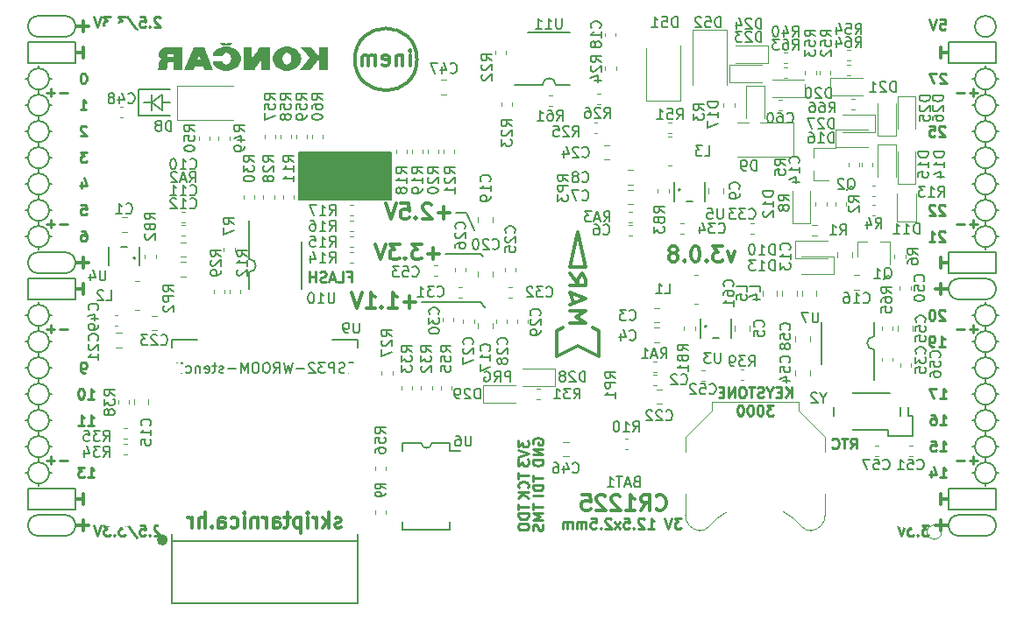
<source format=gbo>
G04 #@! TF.GenerationSoftware,KiCad,Pcbnew,5.0.2+dfsg1-1*
G04 #@! TF.CreationDate,2019-06-05T12:29:05+02:00*
G04 #@! TF.ProjectId,ulx3s,756c7833-732e-46b6-9963-61645f706362,v3.0.7*
G04 #@! TF.SameCoordinates,Original*
G04 #@! TF.FileFunction,Legend,Bot*
G04 #@! TF.FilePolarity,Positive*
%FSLAX46Y46*%
G04 Gerber Fmt 4.6, Leading zero omitted, Abs format (unit mm)*
G04 Created by KiCad (PCBNEW 5.0.2+dfsg1-1) date srijeda, 05. lipnja 2019. 12:29:05 CEST*
%MOMM*%
%LPD*%
G01*
G04 APERTURE LIST*
%ADD10C,0.300000*%
%ADD11C,0.150000*%
%ADD12C,0.200000*%
%ADD13C,0.250000*%
%ADD14C,0.500000*%
%ADD15C,0.120000*%
%ADD16C,0.100000*%
%ADD17C,1.200000*%
%ADD18O,2.600000X1.000000*%
%ADD19O,1.000000X2.600000*%
%ADD20R,6.100000X6.100000*%
%ADD21O,1.200000X0.500000*%
%ADD22R,1.200000X0.500000*%
%ADD23R,1.600000X2.800000*%
%ADD24R,1.900000X1.500000*%
%ADD25R,3.800000X3.600000*%
%ADD26C,9.100000*%
%ADD27C,1.800000*%
%ADD28C,2.100000*%
%ADD29C,1.395000*%
%ADD30C,1.900000*%
%ADD31C,1.075000*%
%ADD32C,0.975000*%
%ADD33R,1.000000X0.900000*%
%ADD34R,1.100000X1.100000*%
%ADD35R,0.800000X1.300000*%
%ADD36R,1.827200X2.132000*%
%ADD37O,1.827200X2.132000*%
%ADD38R,0.700000X1.650000*%
%ADD39O,0.700000X1.650000*%
%ADD40R,1.650000X0.700000*%
%ADD41O,1.650000X0.700000*%
%ADD42R,0.700000X2.200000*%
%ADD43O,0.700000X2.200000*%
%ADD44O,1.827200X1.827200*%
%ADD45R,1.827200X1.827200*%
%ADD46C,5.600000*%
%ADD47C,0.400000*%
%ADD48R,1.800000X1.800000*%
%ADD49O,1.800000X1.800000*%
%ADD50R,0.770000X1.100000*%
%ADD51R,2.600000X1.900000*%
%ADD52R,0.900000X1.000000*%
%ADD53C,1.250000*%
G04 APERTURE END LIST*
D10*
X124563333Y-111107142D02*
X124430000Y-111178571D01*
X124163333Y-111178571D01*
X124030000Y-111107142D01*
X123963333Y-110964285D01*
X123963333Y-110892857D01*
X124030000Y-110750000D01*
X124163333Y-110678571D01*
X124363333Y-110678571D01*
X124496666Y-110607142D01*
X124563333Y-110464285D01*
X124563333Y-110392857D01*
X124496666Y-110250000D01*
X124363333Y-110178571D01*
X124163333Y-110178571D01*
X124030000Y-110250000D01*
X123363333Y-111178571D02*
X123363333Y-109678571D01*
X123230000Y-110607142D02*
X122830000Y-111178571D01*
X122830000Y-110178571D02*
X123363333Y-110750000D01*
X122230000Y-111178571D02*
X122230000Y-110178571D01*
X122230000Y-110464285D02*
X122163333Y-110321428D01*
X122096666Y-110250000D01*
X121963333Y-110178571D01*
X121830000Y-110178571D01*
X121363333Y-111178571D02*
X121363333Y-110178571D01*
X121363333Y-109678571D02*
X121430000Y-109750000D01*
X121363333Y-109821428D01*
X121296666Y-109750000D01*
X121363333Y-109678571D01*
X121363333Y-109821428D01*
X120696666Y-110178571D02*
X120696666Y-111678571D01*
X120696666Y-110250000D02*
X120563333Y-110178571D01*
X120296666Y-110178571D01*
X120163333Y-110250000D01*
X120096666Y-110321428D01*
X120030000Y-110464285D01*
X120030000Y-110892857D01*
X120096666Y-111035714D01*
X120163333Y-111107142D01*
X120296666Y-111178571D01*
X120563333Y-111178571D01*
X120696666Y-111107142D01*
X119630000Y-110178571D02*
X119096666Y-110178571D01*
X119430000Y-109678571D02*
X119430000Y-110964285D01*
X119363333Y-111107142D01*
X119230000Y-111178571D01*
X119096666Y-111178571D01*
X118030000Y-111178571D02*
X118030000Y-110392857D01*
X118096666Y-110250000D01*
X118230000Y-110178571D01*
X118496666Y-110178571D01*
X118630000Y-110250000D01*
X118030000Y-111107142D02*
X118163333Y-111178571D01*
X118496666Y-111178571D01*
X118630000Y-111107142D01*
X118696666Y-110964285D01*
X118696666Y-110821428D01*
X118630000Y-110678571D01*
X118496666Y-110607142D01*
X118163333Y-110607142D01*
X118030000Y-110535714D01*
X117363333Y-111178571D02*
X117363333Y-110178571D01*
X117363333Y-110464285D02*
X117296666Y-110321428D01*
X117230000Y-110250000D01*
X117096666Y-110178571D01*
X116963333Y-110178571D01*
X116496666Y-110178571D02*
X116496666Y-111178571D01*
X116496666Y-110321428D02*
X116430000Y-110250000D01*
X116296666Y-110178571D01*
X116096666Y-110178571D01*
X115963333Y-110250000D01*
X115896666Y-110392857D01*
X115896666Y-111178571D01*
X115230000Y-111178571D02*
X115230000Y-110178571D01*
X115230000Y-109678571D02*
X115296666Y-109750000D01*
X115230000Y-109821428D01*
X115163333Y-109750000D01*
X115230000Y-109678571D01*
X115230000Y-109821428D01*
X113963333Y-111107142D02*
X114096666Y-111178571D01*
X114363333Y-111178571D01*
X114496666Y-111107142D01*
X114563333Y-111035714D01*
X114630000Y-110892857D01*
X114630000Y-110464285D01*
X114563333Y-110321428D01*
X114496666Y-110250000D01*
X114363333Y-110178571D01*
X114096666Y-110178571D01*
X113963333Y-110250000D01*
X112763333Y-111178571D02*
X112763333Y-110392857D01*
X112830000Y-110250000D01*
X112963333Y-110178571D01*
X113230000Y-110178571D01*
X113363333Y-110250000D01*
X112763333Y-111107142D02*
X112896666Y-111178571D01*
X113230000Y-111178571D01*
X113363333Y-111107142D01*
X113430000Y-110964285D01*
X113430000Y-110821428D01*
X113363333Y-110678571D01*
X113230000Y-110607142D01*
X112896666Y-110607142D01*
X112763333Y-110535714D01*
X112096666Y-111035714D02*
X112030000Y-111107142D01*
X112096666Y-111178571D01*
X112163333Y-111107142D01*
X112096666Y-111035714D01*
X112096666Y-111178571D01*
X111430000Y-111178571D02*
X111430000Y-109678571D01*
X110830000Y-111178571D02*
X110830000Y-110392857D01*
X110896666Y-110250000D01*
X111030000Y-110178571D01*
X111230000Y-110178571D01*
X111363333Y-110250000D01*
X111430000Y-110321428D01*
X110163333Y-111178571D02*
X110163333Y-110178571D01*
X110163333Y-110464285D02*
X110096666Y-110321428D01*
X110030000Y-110250000D01*
X109896666Y-110178571D01*
X109763333Y-110178571D01*
D11*
G36*
X129406000Y-74882000D02*
X120516000Y-74882000D01*
X120516000Y-79454000D01*
X129406000Y-79454000D01*
X129406000Y-74882000D01*
G37*
X129406000Y-74882000D02*
X120516000Y-74882000D01*
X120516000Y-79454000D01*
X129406000Y-79454000D01*
X129406000Y-74882000D01*
D12*
X185540000Y-72850000D02*
X185794000Y-72850000D01*
D11*
X140954904Y-97051380D02*
X140954904Y-96051380D01*
X140573952Y-96051380D01*
X140478714Y-96099000D01*
X140431095Y-96146619D01*
X140383476Y-96241857D01*
X140383476Y-96384714D01*
X140431095Y-96479952D01*
X140478714Y-96527571D01*
X140573952Y-96575190D01*
X140954904Y-96575190D01*
X139383476Y-97051380D02*
X139716809Y-96575190D01*
X139954904Y-97051380D02*
X139954904Y-96051380D01*
X139573952Y-96051380D01*
X139478714Y-96099000D01*
X139431095Y-96146619D01*
X139383476Y-96241857D01*
X139383476Y-96384714D01*
X139431095Y-96479952D01*
X139478714Y-96527571D01*
X139573952Y-96575190D01*
X139954904Y-96575190D01*
X138431095Y-96099000D02*
X138526333Y-96051380D01*
X138669190Y-96051380D01*
X138812047Y-96099000D01*
X138907285Y-96194238D01*
X138954904Y-96289476D01*
X139002523Y-96479952D01*
X139002523Y-96622809D01*
X138954904Y-96813285D01*
X138907285Y-96908523D01*
X138812047Y-97003761D01*
X138669190Y-97051380D01*
X138573952Y-97051380D01*
X138431095Y-97003761D01*
X138383476Y-96956142D01*
X138383476Y-96622809D01*
X138573952Y-96622809D01*
D12*
X136660000Y-80742000D02*
X135644000Y-80742000D01*
X137422000Y-82393000D02*
X136660000Y-80742000D01*
X138057000Y-84679000D02*
X134628000Y-84679000D01*
X138311000Y-84933000D02*
X138057000Y-84679000D01*
X138057000Y-89378000D02*
X138438000Y-89886000D01*
X132342000Y-89378000D02*
X138057000Y-89378000D01*
D13*
X99893476Y-96180380D02*
X99703000Y-96180380D01*
X99607761Y-96132761D01*
X99560142Y-96085142D01*
X99464904Y-95942285D01*
X99417285Y-95751809D01*
X99417285Y-95370857D01*
X99464904Y-95275619D01*
X99512523Y-95228000D01*
X99607761Y-95180380D01*
X99798238Y-95180380D01*
X99893476Y-95228000D01*
X99941095Y-95275619D01*
X99988714Y-95370857D01*
X99988714Y-95608952D01*
X99941095Y-95704190D01*
X99893476Y-95751809D01*
X99798238Y-95799428D01*
X99607761Y-95799428D01*
X99512523Y-95751809D01*
X99464904Y-95704190D01*
X99417285Y-95608952D01*
X100147476Y-101260380D02*
X100718904Y-101260380D01*
X100433190Y-101260380D02*
X100433190Y-100260380D01*
X100528428Y-100403238D01*
X100623666Y-100498476D01*
X100718904Y-100546095D01*
X99195095Y-101260380D02*
X99766523Y-101260380D01*
X99480809Y-101260380D02*
X99480809Y-100260380D01*
X99576047Y-100403238D01*
X99671285Y-100498476D01*
X99766523Y-100546095D01*
D12*
X105037000Y-68804000D02*
X108085000Y-68804000D01*
X105037000Y-71344000D02*
X105037000Y-68804000D01*
X108085000Y-71344000D02*
X105037000Y-71344000D01*
X107323000Y-70074000D02*
X108085000Y-70074000D01*
X106307000Y-70074000D02*
X105545000Y-70074000D01*
X106307000Y-70836000D02*
X106307000Y-70074000D01*
X106307000Y-69312000D02*
X106307000Y-70836000D01*
X107323000Y-69312000D02*
X107323000Y-70836000D01*
X106307000Y-70074000D02*
X107323000Y-69312000D01*
X107323000Y-70836000D02*
X106307000Y-70074000D01*
D13*
X182887904Y-72415619D02*
X182840285Y-72368000D01*
X182745047Y-72320380D01*
X182506952Y-72320380D01*
X182411714Y-72368000D01*
X182364095Y-72415619D01*
X182316476Y-72510857D01*
X182316476Y-72606095D01*
X182364095Y-72748952D01*
X182935523Y-73320380D01*
X182316476Y-73320380D01*
X181411714Y-72320380D02*
X181887904Y-72320380D01*
X181935523Y-72796571D01*
X181887904Y-72748952D01*
X181792666Y-72701333D01*
X181554571Y-72701333D01*
X181459333Y-72748952D01*
X181411714Y-72796571D01*
X181364095Y-72891809D01*
X181364095Y-73129904D01*
X181411714Y-73225142D01*
X181459333Y-73272761D01*
X181554571Y-73320380D01*
X181792666Y-73320380D01*
X181887904Y-73272761D01*
X181935523Y-73225142D01*
X182887904Y-80035619D02*
X182840285Y-79988000D01*
X182745047Y-79940380D01*
X182506952Y-79940380D01*
X182411714Y-79988000D01*
X182364095Y-80035619D01*
X182316476Y-80130857D01*
X182316476Y-80226095D01*
X182364095Y-80368952D01*
X182935523Y-80940380D01*
X182316476Y-80940380D01*
X181935523Y-80035619D02*
X181887904Y-79988000D01*
X181792666Y-79940380D01*
X181554571Y-79940380D01*
X181459333Y-79988000D01*
X181411714Y-80035619D01*
X181364095Y-80130857D01*
X181364095Y-80226095D01*
X181411714Y-80368952D01*
X181983142Y-80940380D01*
X181364095Y-80940380D01*
X182887904Y-82575619D02*
X182840285Y-82528000D01*
X182745047Y-82480380D01*
X182506952Y-82480380D01*
X182411714Y-82528000D01*
X182364095Y-82575619D01*
X182316476Y-82670857D01*
X182316476Y-82766095D01*
X182364095Y-82908952D01*
X182935523Y-83480380D01*
X182316476Y-83480380D01*
X181364095Y-83480380D02*
X181935523Y-83480380D01*
X181649809Y-83480380D02*
X181649809Y-82480380D01*
X181745047Y-82623238D01*
X181840285Y-82718476D01*
X181935523Y-82766095D01*
X182887904Y-90195619D02*
X182840285Y-90148000D01*
X182745047Y-90100380D01*
X182506952Y-90100380D01*
X182411714Y-90148000D01*
X182364095Y-90195619D01*
X182316476Y-90290857D01*
X182316476Y-90386095D01*
X182364095Y-90528952D01*
X182935523Y-91100380D01*
X182316476Y-91100380D01*
X181697428Y-90100380D02*
X181602190Y-90100380D01*
X181506952Y-90148000D01*
X181459333Y-90195619D01*
X181411714Y-90290857D01*
X181364095Y-90481333D01*
X181364095Y-90719428D01*
X181411714Y-90909904D01*
X181459333Y-91005142D01*
X181506952Y-91052761D01*
X181602190Y-91100380D01*
X181697428Y-91100380D01*
X181792666Y-91052761D01*
X181840285Y-91005142D01*
X181887904Y-90909904D01*
X181935523Y-90719428D01*
X181935523Y-90481333D01*
X181887904Y-90290857D01*
X181840285Y-90195619D01*
X181792666Y-90148000D01*
X181697428Y-90100380D01*
X182316476Y-93640380D02*
X182887904Y-93640380D01*
X182602190Y-93640380D02*
X182602190Y-92640380D01*
X182697428Y-92783238D01*
X182792666Y-92878476D01*
X182887904Y-92926095D01*
X181840285Y-93640380D02*
X181649809Y-93640380D01*
X181554571Y-93592761D01*
X181506952Y-93545142D01*
X181411714Y-93402285D01*
X181364095Y-93211809D01*
X181364095Y-92830857D01*
X181411714Y-92735619D01*
X181459333Y-92688000D01*
X181554571Y-92640380D01*
X181745047Y-92640380D01*
X181840285Y-92688000D01*
X181887904Y-92735619D01*
X181935523Y-92830857D01*
X181935523Y-93068952D01*
X181887904Y-93164190D01*
X181840285Y-93211809D01*
X181745047Y-93259428D01*
X181554571Y-93259428D01*
X181459333Y-93211809D01*
X181411714Y-93164190D01*
X181364095Y-93068952D01*
X125269476Y-86893571D02*
X125602809Y-86893571D01*
X125602809Y-87417380D02*
X125602809Y-86417380D01*
X125126619Y-86417380D01*
X124269476Y-87417380D02*
X124745666Y-87417380D01*
X124745666Y-86417380D01*
X123983761Y-87131666D02*
X123507571Y-87131666D01*
X124079000Y-87417380D02*
X123745666Y-86417380D01*
X123412333Y-87417380D01*
X123126619Y-87369761D02*
X122983761Y-87417380D01*
X122745666Y-87417380D01*
X122650428Y-87369761D01*
X122602809Y-87322142D01*
X122555190Y-87226904D01*
X122555190Y-87131666D01*
X122602809Y-87036428D01*
X122650428Y-86988809D01*
X122745666Y-86941190D01*
X122936142Y-86893571D01*
X123031380Y-86845952D01*
X123079000Y-86798333D01*
X123126619Y-86703095D01*
X123126619Y-86607857D01*
X123079000Y-86512619D01*
X123031380Y-86465000D01*
X122936142Y-86417380D01*
X122698047Y-86417380D01*
X122555190Y-86465000D01*
X122126619Y-87417380D02*
X122126619Y-86417380D01*
X122126619Y-86893571D02*
X121555190Y-86893571D01*
X121555190Y-87417380D02*
X121555190Y-86417380D01*
X157418095Y-110252380D02*
X156799047Y-110252380D01*
X157132380Y-110633333D01*
X156989523Y-110633333D01*
X156894285Y-110680952D01*
X156846666Y-110728571D01*
X156799047Y-110823809D01*
X156799047Y-111061904D01*
X156846666Y-111157142D01*
X156894285Y-111204761D01*
X156989523Y-111252380D01*
X157275238Y-111252380D01*
X157370476Y-111204761D01*
X157418095Y-111157142D01*
X156513333Y-110252380D02*
X156180000Y-111252380D01*
X155846666Y-110252380D01*
X154227619Y-111252380D02*
X154799047Y-111252380D01*
X154513333Y-111252380D02*
X154513333Y-110252380D01*
X154608571Y-110395238D01*
X154703809Y-110490476D01*
X154799047Y-110538095D01*
X153846666Y-110347619D02*
X153799047Y-110300000D01*
X153703809Y-110252380D01*
X153465714Y-110252380D01*
X153370476Y-110300000D01*
X153322857Y-110347619D01*
X153275238Y-110442857D01*
X153275238Y-110538095D01*
X153322857Y-110680952D01*
X153894285Y-111252380D01*
X153275238Y-111252380D01*
X152846666Y-111157142D02*
X152799047Y-111204761D01*
X152846666Y-111252380D01*
X152894285Y-111204761D01*
X152846666Y-111157142D01*
X152846666Y-111252380D01*
X151894285Y-110252380D02*
X152370476Y-110252380D01*
X152418095Y-110728571D01*
X152370476Y-110680952D01*
X152275238Y-110633333D01*
X152037142Y-110633333D01*
X151941904Y-110680952D01*
X151894285Y-110728571D01*
X151846666Y-110823809D01*
X151846666Y-111061904D01*
X151894285Y-111157142D01*
X151941904Y-111204761D01*
X152037142Y-111252380D01*
X152275238Y-111252380D01*
X152370476Y-111204761D01*
X152418095Y-111157142D01*
X151513333Y-111252380D02*
X150989523Y-110585714D01*
X151513333Y-110585714D02*
X150989523Y-111252380D01*
X150656190Y-110347619D02*
X150608571Y-110300000D01*
X150513333Y-110252380D01*
X150275238Y-110252380D01*
X150180000Y-110300000D01*
X150132380Y-110347619D01*
X150084761Y-110442857D01*
X150084761Y-110538095D01*
X150132380Y-110680952D01*
X150703809Y-111252380D01*
X150084761Y-111252380D01*
X149656190Y-111157142D02*
X149608571Y-111204761D01*
X149656190Y-111252380D01*
X149703809Y-111204761D01*
X149656190Y-111157142D01*
X149656190Y-111252380D01*
X148703809Y-110252380D02*
X149180000Y-110252380D01*
X149227619Y-110728571D01*
X149180000Y-110680952D01*
X149084761Y-110633333D01*
X148846666Y-110633333D01*
X148751428Y-110680952D01*
X148703809Y-110728571D01*
X148656190Y-110823809D01*
X148656190Y-111061904D01*
X148703809Y-111157142D01*
X148751428Y-111204761D01*
X148846666Y-111252380D01*
X149084761Y-111252380D01*
X149180000Y-111204761D01*
X149227619Y-111157142D01*
X148227619Y-111252380D02*
X148227619Y-110585714D01*
X148227619Y-110680952D02*
X148180000Y-110633333D01*
X148084761Y-110585714D01*
X147941904Y-110585714D01*
X147846666Y-110633333D01*
X147799047Y-110728571D01*
X147799047Y-111252380D01*
X147799047Y-110728571D02*
X147751428Y-110633333D01*
X147656190Y-110585714D01*
X147513333Y-110585714D01*
X147418095Y-110633333D01*
X147370476Y-110728571D01*
X147370476Y-111252380D01*
X146894285Y-111252380D02*
X146894285Y-110585714D01*
X146894285Y-110680952D02*
X146846666Y-110633333D01*
X146751428Y-110585714D01*
X146608571Y-110585714D01*
X146513333Y-110633333D01*
X146465714Y-110728571D01*
X146465714Y-111252380D01*
X146465714Y-110728571D02*
X146418095Y-110633333D01*
X146322857Y-110585714D01*
X146180000Y-110585714D01*
X146084761Y-110633333D01*
X146037142Y-110728571D01*
X146037142Y-111252380D01*
D10*
X162592285Y-84466571D02*
X162235142Y-85466571D01*
X161878000Y-84466571D01*
X161449428Y-83966571D02*
X160520857Y-83966571D01*
X161020857Y-84538000D01*
X160806571Y-84538000D01*
X160663714Y-84609428D01*
X160592285Y-84680857D01*
X160520857Y-84823714D01*
X160520857Y-85180857D01*
X160592285Y-85323714D01*
X160663714Y-85395142D01*
X160806571Y-85466571D01*
X161235142Y-85466571D01*
X161378000Y-85395142D01*
X161449428Y-85323714D01*
X159878000Y-85323714D02*
X159806571Y-85395142D01*
X159878000Y-85466571D01*
X159949428Y-85395142D01*
X159878000Y-85323714D01*
X159878000Y-85466571D01*
X158878000Y-83966571D02*
X158735142Y-83966571D01*
X158592285Y-84038000D01*
X158520857Y-84109428D01*
X158449428Y-84252285D01*
X158378000Y-84538000D01*
X158378000Y-84895142D01*
X158449428Y-85180857D01*
X158520857Y-85323714D01*
X158592285Y-85395142D01*
X158735142Y-85466571D01*
X158878000Y-85466571D01*
X159020857Y-85395142D01*
X159092285Y-85323714D01*
X159163714Y-85180857D01*
X159235142Y-84895142D01*
X159235142Y-84538000D01*
X159163714Y-84252285D01*
X159092285Y-84109428D01*
X159020857Y-84038000D01*
X158878000Y-83966571D01*
X157735142Y-85323714D02*
X157663714Y-85395142D01*
X157735142Y-85466571D01*
X157806571Y-85395142D01*
X157735142Y-85323714D01*
X157735142Y-85466571D01*
X156806571Y-84609428D02*
X156949428Y-84538000D01*
X157020857Y-84466571D01*
X157092285Y-84323714D01*
X157092285Y-84252285D01*
X157020857Y-84109428D01*
X156949428Y-84038000D01*
X156806571Y-83966571D01*
X156520857Y-83966571D01*
X156378000Y-84038000D01*
X156306571Y-84109428D01*
X156235142Y-84252285D01*
X156235142Y-84323714D01*
X156306571Y-84466571D01*
X156378000Y-84538000D01*
X156520857Y-84609428D01*
X156806571Y-84609428D01*
X156949428Y-84680857D01*
X157020857Y-84752285D01*
X157092285Y-84895142D01*
X157092285Y-85180857D01*
X157020857Y-85323714D01*
X156949428Y-85395142D01*
X156806571Y-85466571D01*
X156520857Y-85466571D01*
X156378000Y-85395142D01*
X156306571Y-85323714D01*
X156235142Y-85180857D01*
X156235142Y-84895142D01*
X156306571Y-84752285D01*
X156378000Y-84680857D01*
X156520857Y-84609428D01*
D13*
X168085000Y-98577380D02*
X168085000Y-97577380D01*
X167513571Y-98577380D02*
X167942142Y-98005952D01*
X167513571Y-97577380D02*
X168085000Y-98148809D01*
X167085000Y-98053571D02*
X166751666Y-98053571D01*
X166608809Y-98577380D02*
X167085000Y-98577380D01*
X167085000Y-97577380D01*
X166608809Y-97577380D01*
X165989761Y-98101190D02*
X165989761Y-98577380D01*
X166323095Y-97577380D02*
X165989761Y-98101190D01*
X165656428Y-97577380D01*
X165370714Y-98529761D02*
X165227857Y-98577380D01*
X164989761Y-98577380D01*
X164894523Y-98529761D01*
X164846904Y-98482142D01*
X164799285Y-98386904D01*
X164799285Y-98291666D01*
X164846904Y-98196428D01*
X164894523Y-98148809D01*
X164989761Y-98101190D01*
X165180238Y-98053571D01*
X165275476Y-98005952D01*
X165323095Y-97958333D01*
X165370714Y-97863095D01*
X165370714Y-97767857D01*
X165323095Y-97672619D01*
X165275476Y-97625000D01*
X165180238Y-97577380D01*
X164942142Y-97577380D01*
X164799285Y-97625000D01*
X164513571Y-97577380D02*
X163942142Y-97577380D01*
X164227857Y-98577380D02*
X164227857Y-97577380D01*
X163418333Y-97577380D02*
X163227857Y-97577380D01*
X163132619Y-97625000D01*
X163037380Y-97720238D01*
X162989761Y-97910714D01*
X162989761Y-98244047D01*
X163037380Y-98434523D01*
X163132619Y-98529761D01*
X163227857Y-98577380D01*
X163418333Y-98577380D01*
X163513571Y-98529761D01*
X163608809Y-98434523D01*
X163656428Y-98244047D01*
X163656428Y-97910714D01*
X163608809Y-97720238D01*
X163513571Y-97625000D01*
X163418333Y-97577380D01*
X162561190Y-98577380D02*
X162561190Y-97577380D01*
X161989761Y-98577380D01*
X161989761Y-97577380D01*
X161513571Y-98053571D02*
X161180238Y-98053571D01*
X161037380Y-98577380D02*
X161513571Y-98577380D01*
X161513571Y-97577380D01*
X161037380Y-97577380D01*
X166346904Y-99327380D02*
X165727857Y-99327380D01*
X166061190Y-99708333D01*
X165918333Y-99708333D01*
X165823095Y-99755952D01*
X165775476Y-99803571D01*
X165727857Y-99898809D01*
X165727857Y-100136904D01*
X165775476Y-100232142D01*
X165823095Y-100279761D01*
X165918333Y-100327380D01*
X166204047Y-100327380D01*
X166299285Y-100279761D01*
X166346904Y-100232142D01*
X165108809Y-99327380D02*
X165013571Y-99327380D01*
X164918333Y-99375000D01*
X164870714Y-99422619D01*
X164823095Y-99517857D01*
X164775476Y-99708333D01*
X164775476Y-99946428D01*
X164823095Y-100136904D01*
X164870714Y-100232142D01*
X164918333Y-100279761D01*
X165013571Y-100327380D01*
X165108809Y-100327380D01*
X165204047Y-100279761D01*
X165251666Y-100232142D01*
X165299285Y-100136904D01*
X165346904Y-99946428D01*
X165346904Y-99708333D01*
X165299285Y-99517857D01*
X165251666Y-99422619D01*
X165204047Y-99375000D01*
X165108809Y-99327380D01*
X164156428Y-99327380D02*
X164061190Y-99327380D01*
X163965952Y-99375000D01*
X163918333Y-99422619D01*
X163870714Y-99517857D01*
X163823095Y-99708333D01*
X163823095Y-99946428D01*
X163870714Y-100136904D01*
X163918333Y-100232142D01*
X163965952Y-100279761D01*
X164061190Y-100327380D01*
X164156428Y-100327380D01*
X164251666Y-100279761D01*
X164299285Y-100232142D01*
X164346904Y-100136904D01*
X164394523Y-99946428D01*
X164394523Y-99708333D01*
X164346904Y-99517857D01*
X164299285Y-99422619D01*
X164251666Y-99375000D01*
X164156428Y-99327380D01*
X163204047Y-99327380D02*
X163108809Y-99327380D01*
X163013571Y-99375000D01*
X162965952Y-99422619D01*
X162918333Y-99517857D01*
X162870714Y-99708333D01*
X162870714Y-99946428D01*
X162918333Y-100136904D01*
X162965952Y-100232142D01*
X163013571Y-100279761D01*
X163108809Y-100327380D01*
X163204047Y-100327380D01*
X163299285Y-100279761D01*
X163346904Y-100232142D01*
X163394523Y-100136904D01*
X163442142Y-99946428D01*
X163442142Y-99708333D01*
X163394523Y-99517857D01*
X163346904Y-99422619D01*
X163299285Y-99375000D01*
X163204047Y-99327380D01*
D10*
X182492000Y-87582000D02*
X182492000Y-88598000D01*
X183254000Y-88090000D02*
X181984000Y-88090000D01*
X182492000Y-110442000D02*
X182492000Y-111458000D01*
X183254000Y-110950000D02*
X181984000Y-110950000D01*
X99688000Y-62182000D02*
X99688000Y-63198000D01*
X98926000Y-62690000D02*
X100196000Y-62690000D01*
X99688000Y-110442000D02*
X99688000Y-111458000D01*
X98926000Y-110950000D02*
X100196000Y-110950000D01*
X99688000Y-85042000D02*
X99688000Y-86058000D01*
X98926000Y-85550000D02*
X100196000Y-85550000D01*
D12*
X187826000Y-62690000D02*
G75*
G03X187826000Y-62690000I-1016000J0D01*
G01*
X184270000Y-87074000D02*
X186810000Y-87074000D01*
X184270000Y-89106000D02*
X186810000Y-89106000D01*
X184270000Y-87074000D02*
G75*
G03X184270000Y-89106000I0J-1016000D01*
G01*
X186810000Y-89106000D02*
G75*
G03X186810000Y-87074000I0J1016000D01*
G01*
X184270000Y-111966000D02*
X186810000Y-111966000D01*
X184270000Y-109934000D02*
X186810000Y-109934000D01*
X184270000Y-109934000D02*
G75*
G03X184270000Y-111966000I0J-1016000D01*
G01*
X186810000Y-111966000D02*
G75*
G03X186810000Y-109934000I0J1016000D01*
G01*
X97910000Y-63706000D02*
G75*
G03X97910000Y-61674000I0J1016000D01*
G01*
X95370000Y-61674000D02*
X97910000Y-61674000D01*
X95370000Y-63706000D02*
X97910000Y-63706000D01*
X95370000Y-61674000D02*
G75*
G03X95370000Y-63706000I0J-1016000D01*
G01*
X95370000Y-86566000D02*
X97910000Y-86566000D01*
X95370000Y-84534000D02*
X97910000Y-84534000D01*
X95370000Y-84534000D02*
G75*
G03X95370000Y-86566000I0J-1016000D01*
G01*
X97910000Y-86566000D02*
G75*
G03X97910000Y-84534000I0J1016000D01*
G01*
X95370000Y-111966000D02*
X97910000Y-111966000D01*
X95370000Y-109934000D02*
X97910000Y-109934000D01*
X95370000Y-109934000D02*
G75*
G03X95370000Y-111966000I0J-1016000D01*
G01*
X97910000Y-111966000D02*
G75*
G03X97910000Y-109934000I0J1016000D01*
G01*
X98926000Y-107394000D02*
X94354000Y-107394000D01*
X98926000Y-109426000D02*
X98926000Y-107394000D01*
X94354000Y-109426000D02*
X98926000Y-109426000D01*
X94354000Y-107394000D02*
X94354000Y-109426000D01*
X187826000Y-107394000D02*
X183254000Y-107394000D01*
X187826000Y-109426000D02*
X187826000Y-107394000D01*
X183254000Y-109426000D02*
X187826000Y-109426000D01*
X183254000Y-107394000D02*
X183254000Y-109426000D01*
X187826000Y-84534000D02*
X183254000Y-84534000D01*
X187826000Y-86566000D02*
X187826000Y-84534000D01*
X183254000Y-86566000D02*
X187826000Y-86566000D01*
X183254000Y-84534000D02*
X183254000Y-86566000D01*
X187826000Y-64214000D02*
X183254000Y-64214000D01*
X187826000Y-66246000D02*
X187826000Y-64214000D01*
X183254000Y-66246000D02*
X187826000Y-66246000D01*
X183254000Y-64214000D02*
X183254000Y-66246000D01*
X98926000Y-64214000D02*
X94354000Y-64214000D01*
X98926000Y-66246000D02*
X98926000Y-64214000D01*
X94354000Y-66246000D02*
X98926000Y-66246000D01*
X94354000Y-64214000D02*
X94354000Y-66246000D01*
X98926000Y-87074000D02*
X94354000Y-87074000D01*
X98926000Y-89106000D02*
X98926000Y-87074000D01*
X94354000Y-89106000D02*
X98926000Y-89106000D01*
X94354000Y-87074000D02*
X94354000Y-89106000D01*
D13*
X186032000Y-91971428D02*
X185270095Y-91971428D01*
X185651047Y-92352380D02*
X185651047Y-91590476D01*
X184793904Y-91971428D02*
X184032000Y-91971428D01*
X186032000Y-69111428D02*
X185270095Y-69111428D01*
X185651047Y-69492380D02*
X185651047Y-68730476D01*
X184793904Y-69111428D02*
X184032000Y-69111428D01*
X186032000Y-81811428D02*
X185270095Y-81811428D01*
X185651047Y-82192380D02*
X185651047Y-81430476D01*
X184793904Y-81811428D02*
X184032000Y-81811428D01*
X186032000Y-104671428D02*
X185270095Y-104671428D01*
X185651047Y-105052380D02*
X185651047Y-104290476D01*
X184793904Y-104671428D02*
X184032000Y-104671428D01*
X98148000Y-104671428D02*
X97386095Y-104671428D01*
X96909904Y-104671428D02*
X96148000Y-104671428D01*
X96528952Y-105052380D02*
X96528952Y-104290476D01*
X98148000Y-91971428D02*
X97386095Y-91971428D01*
X96909904Y-91971428D02*
X96148000Y-91971428D01*
X96528952Y-92352380D02*
X96528952Y-91590476D01*
X98148000Y-81811428D02*
X97386095Y-81811428D01*
X96909904Y-81811428D02*
X96148000Y-81811428D01*
X96528952Y-82192380D02*
X96528952Y-81430476D01*
X98148000Y-69111428D02*
X97386095Y-69111428D01*
X96909904Y-69111428D02*
X96148000Y-69111428D01*
X96528952Y-69492380D02*
X96528952Y-68730476D01*
D10*
X182492000Y-107902000D02*
X182492000Y-108918000D01*
X183254000Y-108410000D02*
X182492000Y-108410000D01*
D12*
X95370000Y-96726000D02*
X95370000Y-97234000D01*
X96386000Y-95710000D02*
X96640000Y-95710000D01*
X94354000Y-95710000D02*
X94100000Y-95710000D01*
X187826000Y-98250000D02*
X188080000Y-98250000D01*
X187826000Y-83010000D02*
X188080000Y-83010000D01*
X95370000Y-107140000D02*
X95370000Y-106886000D01*
X96386000Y-105870000D02*
X96640000Y-105870000D01*
X94354000Y-105870000D02*
X94100000Y-105870000D01*
X94354000Y-103330000D02*
X94100000Y-103330000D01*
X95370000Y-104346000D02*
X95370000Y-104854000D01*
X96386000Y-103330000D02*
X96640000Y-103330000D01*
X94354000Y-100790000D02*
X94100000Y-100790000D01*
X95370000Y-102314000D02*
X95370000Y-101806000D01*
X96386000Y-100790000D02*
X96640000Y-100790000D01*
X95370000Y-99266000D02*
X95370000Y-99774000D01*
X94354000Y-98250000D02*
X94100000Y-98250000D01*
X96386000Y-98250000D02*
X96640000Y-98250000D01*
X95370000Y-94186000D02*
X95370000Y-94694000D01*
X96386000Y-93170000D02*
X96640000Y-93170000D01*
X94354000Y-93170000D02*
X94100000Y-93170000D01*
X94354000Y-90630000D02*
X94100000Y-90630000D01*
X95370000Y-91646000D02*
X95370000Y-92154000D01*
X96640000Y-90630000D02*
X96386000Y-90630000D01*
X95370000Y-89360000D02*
X95370000Y-89614000D01*
X94354000Y-83010000D02*
X94100000Y-83010000D01*
X95370000Y-84280000D02*
X95370000Y-84026000D01*
X96386000Y-83010000D02*
X96640000Y-83010000D01*
X95370000Y-81486000D02*
X95370000Y-81994000D01*
X94354000Y-80470000D02*
X94100000Y-80470000D01*
X96640000Y-80470000D02*
X96386000Y-80470000D01*
X95370000Y-78946000D02*
X95370000Y-79454000D01*
X96386000Y-77930000D02*
X96640000Y-77930000D01*
X94354000Y-77930000D02*
X94100000Y-77930000D01*
X95370000Y-76406000D02*
X95370000Y-76914000D01*
X94354000Y-75390000D02*
X94100000Y-75390000D01*
X96386000Y-75390000D02*
X96640000Y-75390000D01*
X95370000Y-73866000D02*
X95370000Y-74374000D01*
X96386000Y-72850000D02*
X96640000Y-72850000D01*
X94100000Y-72850000D02*
X94354000Y-72850000D01*
X94354000Y-70310000D02*
X94100000Y-70310000D01*
X96640000Y-70310000D02*
X96386000Y-70310000D01*
X95370000Y-71326000D02*
X95370000Y-71834000D01*
X95370000Y-68786000D02*
X95370000Y-69294000D01*
X96386000Y-67770000D02*
X96640000Y-67770000D01*
X94354000Y-67770000D02*
X94100000Y-67770000D01*
X95370000Y-66500000D02*
X95370000Y-66754000D01*
X187826000Y-105870000D02*
X188080000Y-105870000D01*
X186810000Y-107140000D02*
X186810000Y-106886000D01*
X185540000Y-105870000D02*
X185794000Y-105870000D01*
X186810000Y-104346000D02*
X186810000Y-104854000D01*
X187826000Y-103330000D02*
X188080000Y-103330000D01*
X185540000Y-103330000D02*
X185794000Y-103330000D01*
X186810000Y-101806000D02*
X186810000Y-102314000D01*
X187826000Y-100790000D02*
X188080000Y-100790000D01*
X185540000Y-100790000D02*
X185794000Y-100790000D01*
X186810000Y-99266000D02*
X186810000Y-99774000D01*
X185540000Y-98250000D02*
X185794000Y-98250000D01*
X186810000Y-97234000D02*
X186810000Y-96726000D01*
X187826000Y-95710000D02*
X188080000Y-95710000D01*
X185540000Y-95710000D02*
X185794000Y-95710000D01*
X186810000Y-94694000D02*
X186810000Y-94186000D01*
X187826000Y-93170000D02*
X188080000Y-93170000D01*
X185540000Y-93170000D02*
X185794000Y-93170000D01*
X186810000Y-92154000D02*
X186810000Y-91646000D01*
X187826000Y-90630000D02*
X188080000Y-90630000D01*
X185540000Y-90630000D02*
X185794000Y-90630000D01*
X186810000Y-89360000D02*
X186810000Y-89614000D01*
X186810000Y-84280000D02*
X186810000Y-84026000D01*
X185540000Y-83010000D02*
X185794000Y-83010000D01*
X186810000Y-81994000D02*
X186810000Y-81486000D01*
X185794000Y-80470000D02*
X185540000Y-80470000D01*
X187826000Y-80470000D02*
X188080000Y-80470000D01*
X186810000Y-78946000D02*
X186810000Y-79454000D01*
X185794000Y-77930000D02*
X185540000Y-77930000D01*
X187826000Y-77930000D02*
X188080000Y-77930000D01*
X186810000Y-76406000D02*
X186810000Y-76914000D01*
X186810000Y-73866000D02*
X186810000Y-74374000D01*
X185794000Y-75390000D02*
X185540000Y-75390000D01*
X187826000Y-75390000D02*
X188080000Y-75390000D01*
X187826000Y-72850000D02*
X188080000Y-72850000D01*
X186810000Y-71834000D02*
X186810000Y-71326000D01*
X187826000Y-70310000D02*
X188080000Y-70310000D01*
X185540000Y-70310000D02*
X185794000Y-70310000D01*
X187826000Y-67770000D02*
X188080000Y-67770000D01*
X186810000Y-68786000D02*
X186810000Y-69294000D01*
X185540000Y-67770000D02*
X185794000Y-67770000D01*
X186810000Y-66500000D02*
X186810000Y-66754000D01*
X187826000Y-67770000D02*
G75*
G03X187826000Y-67770000I-1016000J0D01*
G01*
X187826000Y-70310000D02*
G75*
G03X187826000Y-70310000I-1016000J0D01*
G01*
X187826000Y-72850000D02*
G75*
G03X187826000Y-72850000I-1016000J0D01*
G01*
X187826000Y-75390000D02*
G75*
G03X187826000Y-75390000I-1016000J0D01*
G01*
X187826000Y-77930000D02*
G75*
G03X187826000Y-77930000I-1016000J0D01*
G01*
X187826000Y-80470000D02*
G75*
G03X187826000Y-80470000I-1016000J0D01*
G01*
X187826000Y-83010000D02*
G75*
G03X187826000Y-83010000I-1016000J0D01*
G01*
X187826000Y-90630000D02*
G75*
G03X187826000Y-90630000I-1016000J0D01*
G01*
X187826000Y-93170000D02*
G75*
G03X187826000Y-93170000I-1016000J0D01*
G01*
X187826000Y-95710000D02*
G75*
G03X187826000Y-95710000I-1016000J0D01*
G01*
X187826000Y-98250000D02*
G75*
G03X187826000Y-98250000I-1016000J0D01*
G01*
X187826000Y-100790000D02*
G75*
G03X187826000Y-100790000I-1016000J0D01*
G01*
X187826000Y-103330000D02*
G75*
G03X187826000Y-103330000I-1016000J0D01*
G01*
X187826000Y-105870000D02*
G75*
G03X187826000Y-105870000I-1016000J0D01*
G01*
X96386000Y-105870000D02*
G75*
G03X96386000Y-105870000I-1016000J0D01*
G01*
X96386000Y-103330000D02*
G75*
G03X96386000Y-103330000I-1016000J0D01*
G01*
X96386000Y-100790000D02*
G75*
G03X96386000Y-100790000I-1016000J0D01*
G01*
X96386000Y-98250000D02*
G75*
G03X96386000Y-98250000I-1016000J0D01*
G01*
X96386000Y-95710000D02*
G75*
G03X96386000Y-95710000I-1016000J0D01*
G01*
X96386000Y-93170000D02*
G75*
G03X96386000Y-93170000I-1016000J0D01*
G01*
X96386000Y-90630000D02*
G75*
G03X96386000Y-90630000I-1016000J0D01*
G01*
X96386000Y-83010000D02*
G75*
G03X96386000Y-83010000I-1016000J0D01*
G01*
X96386000Y-80470000D02*
G75*
G03X96386000Y-80470000I-1016000J0D01*
G01*
X96386000Y-77930000D02*
G75*
G03X96386000Y-77930000I-1016000J0D01*
G01*
X96386000Y-75390000D02*
G75*
G03X96386000Y-75390000I-1016000J0D01*
G01*
X96386000Y-72850000D02*
G75*
G03X96386000Y-72850000I-1016000J0D01*
G01*
X96386000Y-70310000D02*
G75*
G03X96386000Y-70310000I-1016000J0D01*
G01*
X96386000Y-67770000D02*
G75*
G03X96386000Y-67770000I-1016000J0D01*
G01*
D13*
X182428476Y-62015380D02*
X182904666Y-62015380D01*
X182952285Y-62491571D01*
X182904666Y-62443952D01*
X182809428Y-62396333D01*
X182571333Y-62396333D01*
X182476095Y-62443952D01*
X182428476Y-62491571D01*
X182380857Y-62586809D01*
X182380857Y-62824904D01*
X182428476Y-62920142D01*
X182476095Y-62967761D01*
X182571333Y-63015380D01*
X182809428Y-63015380D01*
X182904666Y-62967761D01*
X182952285Y-62920142D01*
X182095142Y-62015380D02*
X181761809Y-63015380D01*
X181428476Y-62015380D01*
D10*
X182492000Y-64722000D02*
X182492000Y-65738000D01*
X183254000Y-65230000D02*
X182492000Y-65230000D01*
D13*
X182999904Y-67317619D02*
X182952285Y-67270000D01*
X182857047Y-67222380D01*
X182618952Y-67222380D01*
X182523714Y-67270000D01*
X182476095Y-67317619D01*
X182428476Y-67412857D01*
X182428476Y-67508095D01*
X182476095Y-67650952D01*
X183047523Y-68222380D01*
X182428476Y-68222380D01*
X182095142Y-67222380D02*
X181428476Y-67222380D01*
X181857047Y-68222380D01*
D10*
X182492000Y-85042000D02*
X182492000Y-86058000D01*
X183254000Y-85550000D02*
X182492000Y-85550000D01*
D13*
X182428476Y-98702380D02*
X182999904Y-98702380D01*
X182714190Y-98702380D02*
X182714190Y-97702380D01*
X182809428Y-97845238D01*
X182904666Y-97940476D01*
X182999904Y-97988095D01*
X182095142Y-97702380D02*
X181428476Y-97702380D01*
X181857047Y-98702380D01*
X182428476Y-101242380D02*
X182999904Y-101242380D01*
X182714190Y-101242380D02*
X182714190Y-100242380D01*
X182809428Y-100385238D01*
X182904666Y-100480476D01*
X182999904Y-100528095D01*
X181571333Y-100242380D02*
X181761809Y-100242380D01*
X181857047Y-100290000D01*
X181904666Y-100337619D01*
X181999904Y-100480476D01*
X182047523Y-100670952D01*
X182047523Y-101051904D01*
X181999904Y-101147142D01*
X181952285Y-101194761D01*
X181857047Y-101242380D01*
X181666571Y-101242380D01*
X181571333Y-101194761D01*
X181523714Y-101147142D01*
X181476095Y-101051904D01*
X181476095Y-100813809D01*
X181523714Y-100718571D01*
X181571333Y-100670952D01*
X181666571Y-100623333D01*
X181857047Y-100623333D01*
X181952285Y-100670952D01*
X181999904Y-100718571D01*
X182047523Y-100813809D01*
X182428476Y-103782380D02*
X182999904Y-103782380D01*
X182714190Y-103782380D02*
X182714190Y-102782380D01*
X182809428Y-102925238D01*
X182904666Y-103020476D01*
X182999904Y-103068095D01*
X181523714Y-102782380D02*
X181999904Y-102782380D01*
X182047523Y-103258571D01*
X181999904Y-103210952D01*
X181904666Y-103163333D01*
X181666571Y-103163333D01*
X181571333Y-103210952D01*
X181523714Y-103258571D01*
X181476095Y-103353809D01*
X181476095Y-103591904D01*
X181523714Y-103687142D01*
X181571333Y-103734761D01*
X181666571Y-103782380D01*
X181904666Y-103782380D01*
X181999904Y-103734761D01*
X182047523Y-103687142D01*
X182428476Y-106322380D02*
X182999904Y-106322380D01*
X182714190Y-106322380D02*
X182714190Y-105322380D01*
X182809428Y-105465238D01*
X182904666Y-105560476D01*
X182999904Y-105608095D01*
X181571333Y-105655714D02*
X181571333Y-106322380D01*
X181809428Y-105274761D02*
X182047523Y-105989047D01*
X181428476Y-105989047D01*
X181312642Y-110928380D02*
X180693595Y-110928380D01*
X181026928Y-111309333D01*
X180884071Y-111309333D01*
X180788833Y-111356952D01*
X180741214Y-111404571D01*
X180693595Y-111499809D01*
X180693595Y-111737904D01*
X180741214Y-111833142D01*
X180788833Y-111880761D01*
X180884071Y-111928380D01*
X181169785Y-111928380D01*
X181265023Y-111880761D01*
X181312642Y-111833142D01*
X180265023Y-111833142D02*
X180217404Y-111880761D01*
X180265023Y-111928380D01*
X180312642Y-111880761D01*
X180265023Y-111833142D01*
X180265023Y-111928380D01*
X179884071Y-110928380D02*
X179265023Y-110928380D01*
X179598357Y-111309333D01*
X179455500Y-111309333D01*
X179360261Y-111356952D01*
X179312642Y-111404571D01*
X179265023Y-111499809D01*
X179265023Y-111737904D01*
X179312642Y-111833142D01*
X179360261Y-111880761D01*
X179455500Y-111928380D01*
X179741214Y-111928380D01*
X179836452Y-111880761D01*
X179884071Y-111833142D01*
X178979309Y-110928380D02*
X178645976Y-111928380D01*
X178312642Y-110928380D01*
D10*
X99688000Y-108918000D02*
X99688000Y-107902000D01*
X98926000Y-108410000D02*
X99688000Y-108410000D01*
X99688000Y-88598000D02*
X99688000Y-87582000D01*
X98926000Y-88090000D02*
X99688000Y-88090000D01*
X99688000Y-64722000D02*
X99688000Y-65738000D01*
X98926000Y-65230000D02*
X99688000Y-65230000D01*
D13*
X107103690Y-111023619D02*
X107056071Y-110976000D01*
X106960833Y-110928380D01*
X106722738Y-110928380D01*
X106627500Y-110976000D01*
X106579880Y-111023619D01*
X106532261Y-111118857D01*
X106532261Y-111214095D01*
X106579880Y-111356952D01*
X107151309Y-111928380D01*
X106532261Y-111928380D01*
X106103690Y-111833142D02*
X106056071Y-111880761D01*
X106103690Y-111928380D01*
X106151309Y-111880761D01*
X106103690Y-111833142D01*
X106103690Y-111928380D01*
X105151309Y-110928380D02*
X105627500Y-110928380D01*
X105675119Y-111404571D01*
X105627500Y-111356952D01*
X105532261Y-111309333D01*
X105294166Y-111309333D01*
X105198928Y-111356952D01*
X105151309Y-111404571D01*
X105103690Y-111499809D01*
X105103690Y-111737904D01*
X105151309Y-111833142D01*
X105198928Y-111880761D01*
X105294166Y-111928380D01*
X105532261Y-111928380D01*
X105627500Y-111880761D01*
X105675119Y-111833142D01*
X103960833Y-110880761D02*
X104817976Y-112166476D01*
X103722738Y-110928380D02*
X103103690Y-110928380D01*
X103437023Y-111309333D01*
X103294166Y-111309333D01*
X103198928Y-111356952D01*
X103151309Y-111404571D01*
X103103690Y-111499809D01*
X103103690Y-111737904D01*
X103151309Y-111833142D01*
X103198928Y-111880761D01*
X103294166Y-111928380D01*
X103579880Y-111928380D01*
X103675119Y-111880761D01*
X103722738Y-111833142D01*
X102675119Y-111833142D02*
X102627500Y-111880761D01*
X102675119Y-111928380D01*
X102722738Y-111880761D01*
X102675119Y-111833142D01*
X102675119Y-111928380D01*
X102294166Y-110928380D02*
X101675119Y-110928380D01*
X102008452Y-111309333D01*
X101865595Y-111309333D01*
X101770357Y-111356952D01*
X101722738Y-111404571D01*
X101675119Y-111499809D01*
X101675119Y-111737904D01*
X101722738Y-111833142D01*
X101770357Y-111880761D01*
X101865595Y-111928380D01*
X102151309Y-111928380D01*
X102246547Y-111880761D01*
X102294166Y-111833142D01*
X101389404Y-110928380D02*
X101056071Y-111928380D01*
X100722738Y-110928380D01*
X100132476Y-106322380D02*
X100703904Y-106322380D01*
X100418190Y-106322380D02*
X100418190Y-105322380D01*
X100513428Y-105465238D01*
X100608666Y-105560476D01*
X100703904Y-105608095D01*
X99799142Y-105322380D02*
X99180095Y-105322380D01*
X99513428Y-105703333D01*
X99370571Y-105703333D01*
X99275333Y-105750952D01*
X99227714Y-105798571D01*
X99180095Y-105893809D01*
X99180095Y-106131904D01*
X99227714Y-106227142D01*
X99275333Y-106274761D01*
X99370571Y-106322380D01*
X99656285Y-106322380D01*
X99751523Y-106274761D01*
X99799142Y-106227142D01*
X100147476Y-98720380D02*
X100718904Y-98720380D01*
X100433190Y-98720380D02*
X100433190Y-97720380D01*
X100528428Y-97863238D01*
X100623666Y-97958476D01*
X100718904Y-98006095D01*
X99528428Y-97720380D02*
X99433190Y-97720380D01*
X99337952Y-97768000D01*
X99290333Y-97815619D01*
X99242714Y-97910857D01*
X99195095Y-98101333D01*
X99195095Y-98339428D01*
X99242714Y-98529904D01*
X99290333Y-98625142D01*
X99337952Y-98672761D01*
X99433190Y-98720380D01*
X99528428Y-98720380D01*
X99623666Y-98672761D01*
X99671285Y-98625142D01*
X99718904Y-98529904D01*
X99766523Y-98339428D01*
X99766523Y-98101333D01*
X99718904Y-97910857D01*
X99671285Y-97815619D01*
X99623666Y-97768000D01*
X99528428Y-97720380D01*
X99512523Y-82462380D02*
X99703000Y-82462380D01*
X99798238Y-82510000D01*
X99845857Y-82557619D01*
X99941095Y-82700476D01*
X99988714Y-82890952D01*
X99988714Y-83271904D01*
X99941095Y-83367142D01*
X99893476Y-83414761D01*
X99798238Y-83462380D01*
X99607761Y-83462380D01*
X99512523Y-83414761D01*
X99464904Y-83367142D01*
X99417285Y-83271904D01*
X99417285Y-83033809D01*
X99464904Y-82938571D01*
X99512523Y-82890952D01*
X99607761Y-82843333D01*
X99798238Y-82843333D01*
X99893476Y-82890952D01*
X99941095Y-82938571D01*
X99988714Y-83033809D01*
X99464904Y-79922380D02*
X99941095Y-79922380D01*
X99988714Y-80398571D01*
X99941095Y-80350952D01*
X99845857Y-80303333D01*
X99607761Y-80303333D01*
X99512523Y-80350952D01*
X99464904Y-80398571D01*
X99417285Y-80493809D01*
X99417285Y-80731904D01*
X99464904Y-80827142D01*
X99512523Y-80874761D01*
X99607761Y-80922380D01*
X99845857Y-80922380D01*
X99941095Y-80874761D01*
X99988714Y-80827142D01*
X99512523Y-77715714D02*
X99512523Y-78382380D01*
X99750619Y-77334761D02*
X99988714Y-78049047D01*
X99369666Y-78049047D01*
X100021333Y-74842380D02*
X99402285Y-74842380D01*
X99735619Y-75223333D01*
X99592761Y-75223333D01*
X99497523Y-75270952D01*
X99449904Y-75318571D01*
X99402285Y-75413809D01*
X99402285Y-75651904D01*
X99449904Y-75747142D01*
X99497523Y-75794761D01*
X99592761Y-75842380D01*
X99878476Y-75842380D01*
X99973714Y-75794761D01*
X100021333Y-75747142D01*
X99973714Y-72397619D02*
X99926095Y-72350000D01*
X99830857Y-72302380D01*
X99592761Y-72302380D01*
X99497523Y-72350000D01*
X99449904Y-72397619D01*
X99402285Y-72492857D01*
X99402285Y-72588095D01*
X99449904Y-72730952D01*
X100021333Y-73302380D01*
X99402285Y-73302380D01*
X99402285Y-70762380D02*
X99973714Y-70762380D01*
X99688000Y-70762380D02*
X99688000Y-69762380D01*
X99783238Y-69905238D01*
X99878476Y-70000476D01*
X99973714Y-70048095D01*
X99750619Y-67222380D02*
X99655380Y-67222380D01*
X99560142Y-67270000D01*
X99512523Y-67317619D01*
X99464904Y-67412857D01*
X99417285Y-67603333D01*
X99417285Y-67841428D01*
X99464904Y-68031904D01*
X99512523Y-68127142D01*
X99560142Y-68174761D01*
X99655380Y-68222380D01*
X99750619Y-68222380D01*
X99845857Y-68174761D01*
X99893476Y-68127142D01*
X99941095Y-68031904D01*
X99988714Y-67841428D01*
X99988714Y-67603333D01*
X99941095Y-67412857D01*
X99893476Y-67317619D01*
X99845857Y-67270000D01*
X99750619Y-67222380D01*
X107103690Y-61874619D02*
X107056071Y-61827000D01*
X106960833Y-61779380D01*
X106722738Y-61779380D01*
X106627500Y-61827000D01*
X106579880Y-61874619D01*
X106532261Y-61969857D01*
X106532261Y-62065095D01*
X106579880Y-62207952D01*
X107151309Y-62779380D01*
X106532261Y-62779380D01*
X106103690Y-62684142D02*
X106056071Y-62731761D01*
X106103690Y-62779380D01*
X106151309Y-62731761D01*
X106103690Y-62684142D01*
X106103690Y-62779380D01*
X105151309Y-61779380D02*
X105627500Y-61779380D01*
X105675119Y-62255571D01*
X105627500Y-62207952D01*
X105532261Y-62160333D01*
X105294166Y-62160333D01*
X105198928Y-62207952D01*
X105151309Y-62255571D01*
X105103690Y-62350809D01*
X105103690Y-62588904D01*
X105151309Y-62684142D01*
X105198928Y-62731761D01*
X105294166Y-62779380D01*
X105532261Y-62779380D01*
X105627500Y-62731761D01*
X105675119Y-62684142D01*
X103960833Y-61731761D02*
X104817976Y-63017476D01*
X103722738Y-61779380D02*
X103103690Y-61779380D01*
X103437023Y-62160333D01*
X103294166Y-62160333D01*
X103198928Y-62207952D01*
X103151309Y-62255571D01*
X103103690Y-62350809D01*
X103103690Y-62588904D01*
X103151309Y-62684142D01*
X103198928Y-62731761D01*
X103294166Y-62779380D01*
X103579880Y-62779380D01*
X103675119Y-62731761D01*
X103722738Y-62684142D01*
X102675119Y-62684142D02*
X102627500Y-62731761D01*
X102675119Y-62779380D01*
X102722738Y-62731761D01*
X102675119Y-62684142D01*
X102675119Y-62779380D01*
X102294166Y-61779380D02*
X101675119Y-61779380D01*
X102008452Y-62160333D01*
X101865595Y-62160333D01*
X101770357Y-62207952D01*
X101722738Y-62255571D01*
X101675119Y-62350809D01*
X101675119Y-62588904D01*
X101722738Y-62684142D01*
X101770357Y-62731761D01*
X101865595Y-62779380D01*
X102151309Y-62779380D01*
X102246547Y-62731761D01*
X102294166Y-62684142D01*
X101389404Y-61779380D02*
X101056071Y-62779380D01*
X100722738Y-61779380D01*
D10*
X155027857Y-109335714D02*
X155099285Y-109407142D01*
X155313571Y-109478571D01*
X155456428Y-109478571D01*
X155670714Y-109407142D01*
X155813571Y-109264285D01*
X155885000Y-109121428D01*
X155956428Y-108835714D01*
X155956428Y-108621428D01*
X155885000Y-108335714D01*
X155813571Y-108192857D01*
X155670714Y-108050000D01*
X155456428Y-107978571D01*
X155313571Y-107978571D01*
X155099285Y-108050000D01*
X155027857Y-108121428D01*
X153527857Y-109478571D02*
X154027857Y-108764285D01*
X154385000Y-109478571D02*
X154385000Y-107978571D01*
X153813571Y-107978571D01*
X153670714Y-108050000D01*
X153599285Y-108121428D01*
X153527857Y-108264285D01*
X153527857Y-108478571D01*
X153599285Y-108621428D01*
X153670714Y-108692857D01*
X153813571Y-108764285D01*
X154385000Y-108764285D01*
X152099285Y-109478571D02*
X152956428Y-109478571D01*
X152527857Y-109478571D02*
X152527857Y-107978571D01*
X152670714Y-108192857D01*
X152813571Y-108335714D01*
X152956428Y-108407142D01*
X151527857Y-108121428D02*
X151456428Y-108050000D01*
X151313571Y-107978571D01*
X150956428Y-107978571D01*
X150813571Y-108050000D01*
X150742142Y-108121428D01*
X150670714Y-108264285D01*
X150670714Y-108407142D01*
X150742142Y-108621428D01*
X151599285Y-109478571D01*
X150670714Y-109478571D01*
X150099285Y-108121428D02*
X150027857Y-108050000D01*
X149885000Y-107978571D01*
X149527857Y-107978571D01*
X149385000Y-108050000D01*
X149313571Y-108121428D01*
X149242142Y-108264285D01*
X149242142Y-108407142D01*
X149313571Y-108621428D01*
X150170714Y-109478571D01*
X149242142Y-109478571D01*
X147885000Y-107978571D02*
X148599285Y-107978571D01*
X148670714Y-108692857D01*
X148599285Y-108621428D01*
X148456428Y-108550000D01*
X148099285Y-108550000D01*
X147956428Y-108621428D01*
X147885000Y-108692857D01*
X147813571Y-108835714D01*
X147813571Y-109192857D01*
X147885000Y-109335714D01*
X147956428Y-109407142D01*
X148099285Y-109478571D01*
X148456428Y-109478571D01*
X148599285Y-109407142D01*
X148670714Y-109335714D01*
X135088000Y-80722142D02*
X133945142Y-80722142D01*
X134516571Y-81293571D02*
X134516571Y-80150714D01*
X133302285Y-79936428D02*
X133230857Y-79865000D01*
X133088000Y-79793571D01*
X132730857Y-79793571D01*
X132588000Y-79865000D01*
X132516571Y-79936428D01*
X132445142Y-80079285D01*
X132445142Y-80222142D01*
X132516571Y-80436428D01*
X133373714Y-81293571D01*
X132445142Y-81293571D01*
X131802285Y-81150714D02*
X131730857Y-81222142D01*
X131802285Y-81293571D01*
X131873714Y-81222142D01*
X131802285Y-81150714D01*
X131802285Y-81293571D01*
X130373714Y-79793571D02*
X131088000Y-79793571D01*
X131159428Y-80507857D01*
X131088000Y-80436428D01*
X130945142Y-80365000D01*
X130588000Y-80365000D01*
X130445142Y-80436428D01*
X130373714Y-80507857D01*
X130302285Y-80650714D01*
X130302285Y-81007857D01*
X130373714Y-81150714D01*
X130445142Y-81222142D01*
X130588000Y-81293571D01*
X130945142Y-81293571D01*
X131088000Y-81222142D01*
X131159428Y-81150714D01*
X129873714Y-79793571D02*
X129373714Y-81293571D01*
X128873714Y-79793571D01*
X134072000Y-84659142D02*
X132929142Y-84659142D01*
X133500571Y-85230571D02*
X133500571Y-84087714D01*
X132357714Y-83730571D02*
X131429142Y-83730571D01*
X131929142Y-84302000D01*
X131714857Y-84302000D01*
X131572000Y-84373428D01*
X131500571Y-84444857D01*
X131429142Y-84587714D01*
X131429142Y-84944857D01*
X131500571Y-85087714D01*
X131572000Y-85159142D01*
X131714857Y-85230571D01*
X132143428Y-85230571D01*
X132286285Y-85159142D01*
X132357714Y-85087714D01*
X130786285Y-85087714D02*
X130714857Y-85159142D01*
X130786285Y-85230571D01*
X130857714Y-85159142D01*
X130786285Y-85087714D01*
X130786285Y-85230571D01*
X130214857Y-83730571D02*
X129286285Y-83730571D01*
X129786285Y-84302000D01*
X129572000Y-84302000D01*
X129429142Y-84373428D01*
X129357714Y-84444857D01*
X129286285Y-84587714D01*
X129286285Y-84944857D01*
X129357714Y-85087714D01*
X129429142Y-85159142D01*
X129572000Y-85230571D01*
X130000571Y-85230571D01*
X130143428Y-85159142D01*
X130214857Y-85087714D01*
X128857714Y-83730571D02*
X128357714Y-85230571D01*
X127857714Y-83730571D01*
X131786000Y-89358142D02*
X130643142Y-89358142D01*
X131214571Y-89929571D02*
X131214571Y-88786714D01*
X129143142Y-89929571D02*
X130000285Y-89929571D01*
X129571714Y-89929571D02*
X129571714Y-88429571D01*
X129714571Y-88643857D01*
X129857428Y-88786714D01*
X130000285Y-88858142D01*
X128500285Y-89786714D02*
X128428857Y-89858142D01*
X128500285Y-89929571D01*
X128571714Y-89858142D01*
X128500285Y-89786714D01*
X128500285Y-89929571D01*
X127000285Y-89929571D02*
X127857428Y-89929571D01*
X127428857Y-89929571D02*
X127428857Y-88429571D01*
X127571714Y-88643857D01*
X127714571Y-88786714D01*
X127857428Y-88858142D01*
X126571714Y-88429571D02*
X126071714Y-89929571D01*
X125571714Y-88429571D01*
D13*
X141685380Y-105854285D02*
X141685380Y-106425714D01*
X142685380Y-106140000D02*
X141685380Y-106140000D01*
X142590142Y-107330476D02*
X142637761Y-107282857D01*
X142685380Y-107140000D01*
X142685380Y-107044761D01*
X142637761Y-106901904D01*
X142542523Y-106806666D01*
X142447285Y-106759047D01*
X142256809Y-106711428D01*
X142113952Y-106711428D01*
X141923476Y-106759047D01*
X141828238Y-106806666D01*
X141733000Y-106901904D01*
X141685380Y-107044761D01*
X141685380Y-107140000D01*
X141733000Y-107282857D01*
X141780619Y-107330476D01*
X142685380Y-107759047D02*
X141685380Y-107759047D01*
X142685380Y-108330476D02*
X142113952Y-107901904D01*
X141685380Y-108330476D02*
X142256809Y-107759047D01*
X141685380Y-102726904D02*
X141685380Y-103345952D01*
X142066333Y-103012619D01*
X142066333Y-103155476D01*
X142113952Y-103250714D01*
X142161571Y-103298333D01*
X142256809Y-103345952D01*
X142494904Y-103345952D01*
X142590142Y-103298333D01*
X142637761Y-103250714D01*
X142685380Y-103155476D01*
X142685380Y-102869761D01*
X142637761Y-102774523D01*
X142590142Y-102726904D01*
X141685380Y-103631666D02*
X142685380Y-103965000D01*
X141685380Y-104298333D01*
X141685380Y-104536428D02*
X141685380Y-105155476D01*
X142066333Y-104822142D01*
X142066333Y-104965000D01*
X142113952Y-105060238D01*
X142161571Y-105107857D01*
X142256809Y-105155476D01*
X142494904Y-105155476D01*
X142590142Y-105107857D01*
X142637761Y-105060238D01*
X142685380Y-104965000D01*
X142685380Y-104679285D01*
X142637761Y-104584047D01*
X142590142Y-104536428D01*
X141685380Y-108878476D02*
X141685380Y-109449904D01*
X142685380Y-109164190D02*
X141685380Y-109164190D01*
X142685380Y-109783238D02*
X141685380Y-109783238D01*
X141685380Y-110021333D01*
X141733000Y-110164190D01*
X141828238Y-110259428D01*
X141923476Y-110307047D01*
X142113952Y-110354666D01*
X142256809Y-110354666D01*
X142447285Y-110307047D01*
X142542523Y-110259428D01*
X142637761Y-110164190D01*
X142685380Y-110021333D01*
X142685380Y-109783238D01*
X141685380Y-110973714D02*
X141685380Y-111164190D01*
X141733000Y-111259428D01*
X141828238Y-111354666D01*
X142018714Y-111402285D01*
X142352047Y-111402285D01*
X142542523Y-111354666D01*
X142637761Y-111259428D01*
X142685380Y-111164190D01*
X142685380Y-110973714D01*
X142637761Y-110878476D01*
X142542523Y-110783238D01*
X142352047Y-110735619D01*
X142018714Y-110735619D01*
X141828238Y-110783238D01*
X141733000Y-110878476D01*
X141685380Y-110973714D01*
X143130000Y-103076095D02*
X143082380Y-102980857D01*
X143082380Y-102838000D01*
X143130000Y-102695142D01*
X143225238Y-102599904D01*
X143320476Y-102552285D01*
X143510952Y-102504666D01*
X143653809Y-102504666D01*
X143844285Y-102552285D01*
X143939523Y-102599904D01*
X144034761Y-102695142D01*
X144082380Y-102838000D01*
X144082380Y-102933238D01*
X144034761Y-103076095D01*
X143987142Y-103123714D01*
X143653809Y-103123714D01*
X143653809Y-102933238D01*
X144082380Y-103552285D02*
X143082380Y-103552285D01*
X144082380Y-104123714D01*
X143082380Y-104123714D01*
X144082380Y-104599904D02*
X143082380Y-104599904D01*
X143082380Y-104838000D01*
X143130000Y-104980857D01*
X143225238Y-105076095D01*
X143320476Y-105123714D01*
X143510952Y-105171333D01*
X143653809Y-105171333D01*
X143844285Y-105123714D01*
X143939523Y-105076095D01*
X144034761Y-104980857D01*
X144082380Y-104838000D01*
X144082380Y-104599904D01*
X143082380Y-106116190D02*
X143082380Y-106687619D01*
X144082380Y-106401904D02*
X143082380Y-106401904D01*
X144082380Y-107020952D02*
X143082380Y-107020952D01*
X143082380Y-107259047D01*
X143130000Y-107401904D01*
X143225238Y-107497142D01*
X143320476Y-107544761D01*
X143510952Y-107592380D01*
X143653809Y-107592380D01*
X143844285Y-107544761D01*
X143939523Y-107497142D01*
X144034761Y-107401904D01*
X144082380Y-107259047D01*
X144082380Y-107020952D01*
X144082380Y-108020952D02*
X143082380Y-108020952D01*
X143082380Y-108854666D02*
X143082380Y-109426095D01*
X144082380Y-109140380D02*
X143082380Y-109140380D01*
X144082380Y-109759428D02*
X143082380Y-109759428D01*
X143796666Y-110092761D01*
X143082380Y-110426095D01*
X144082380Y-110426095D01*
X144034761Y-110854666D02*
X144082380Y-110997523D01*
X144082380Y-111235619D01*
X144034761Y-111330857D01*
X143987142Y-111378476D01*
X143891904Y-111426095D01*
X143796666Y-111426095D01*
X143701428Y-111378476D01*
X143653809Y-111330857D01*
X143606190Y-111235619D01*
X143558571Y-111045142D01*
X143510952Y-110949904D01*
X143463333Y-110902285D01*
X143368095Y-110854666D01*
X143272857Y-110854666D01*
X143177619Y-110902285D01*
X143130000Y-110949904D01*
X143082380Y-111045142D01*
X143082380Y-111283238D01*
X143130000Y-111426095D01*
X173792428Y-103528380D02*
X174125761Y-103052190D01*
X174363857Y-103528380D02*
X174363857Y-102528380D01*
X173982904Y-102528380D01*
X173887666Y-102576000D01*
X173840047Y-102623619D01*
X173792428Y-102718857D01*
X173792428Y-102861714D01*
X173840047Y-102956952D01*
X173887666Y-103004571D01*
X173982904Y-103052190D01*
X174363857Y-103052190D01*
X173506714Y-102528380D02*
X172935285Y-102528380D01*
X173221000Y-103528380D02*
X173221000Y-102528380D01*
X172030523Y-103433142D02*
X172078142Y-103480761D01*
X172221000Y-103528380D01*
X172316238Y-103528380D01*
X172459095Y-103480761D01*
X172554333Y-103385523D01*
X172601952Y-103290285D01*
X172649571Y-103099809D01*
X172649571Y-102956952D01*
X172601952Y-102766476D01*
X172554333Y-102671238D01*
X172459095Y-102576000D01*
X172316238Y-102528380D01*
X172221000Y-102528380D01*
X172078142Y-102576000D01*
X172030523Y-102623619D01*
D14*
G04 #@! TO.C,U9*
X107607981Y-112354000D02*
G75*
G03X107607981Y-112354000I-283981J0D01*
G01*
D11*
X126230000Y-112500000D02*
X108230000Y-112500000D01*
X108230000Y-118500000D02*
X108230000Y-111750000D01*
X126230000Y-118500000D02*
X126230000Y-111750000D01*
X126230000Y-118500000D02*
X108230000Y-118500000D01*
X126230000Y-93750000D02*
X126230000Y-93000000D01*
X126230000Y-93000000D02*
X123730000Y-93000000D01*
X110730000Y-93000000D02*
X108230000Y-93000000D01*
X108230000Y-93000000D02*
X108230000Y-93750000D01*
G04 #@! TO.C,U6*
X130549000Y-111331000D02*
X130549000Y-110569000D01*
X135121000Y-111331000D02*
X130549000Y-111331000D01*
X135121000Y-110569000D02*
X135121000Y-111331000D01*
X135121000Y-103711000D02*
X136137000Y-103711000D01*
X135121000Y-102949000D02*
X135121000Y-103711000D01*
X133343000Y-102949000D02*
X135121000Y-102949000D01*
X130549000Y-102949000D02*
X130549000Y-103711000D01*
X132327000Y-102949000D02*
X130549000Y-102949000D01*
X132327000Y-102949000D02*
G75*
G03X133343000Y-102949000I508000J0D01*
G01*
D15*
G04 #@! TO.C,L3*
X156530000Y-73355000D02*
X156130000Y-73355000D01*
X156530000Y-76155000D02*
X156130000Y-76155000D01*
G04 #@! TO.C,L1*
X159070000Y-86690000D02*
X158670000Y-86690000D01*
X159070000Y-89490000D02*
X158670000Y-89490000D01*
G04 #@! TO.C,L2*
X104695000Y-90125000D02*
X105095000Y-90125000D01*
X104695000Y-87325000D02*
X105095000Y-87325000D01*
D11*
G04 #@! TO.C,Y2*
X179776000Y-100322000D02*
X179376000Y-100322000D01*
X179776000Y-102322000D02*
X179776000Y-100322000D01*
X177376000Y-102322000D02*
X179776000Y-102322000D01*
X177376000Y-101722000D02*
X177376000Y-102322000D01*
X172176000Y-99522000D02*
X172176000Y-100322000D01*
X177576000Y-98122000D02*
X173976000Y-98122000D01*
X177376000Y-101722000D02*
X173976000Y-101722000D01*
X178576000Y-99522000D02*
X178576000Y-100322000D01*
X179376000Y-99522000D02*
X179376000Y-100322000D01*
D15*
G04 #@! TO.C,BAT1*
X160091264Y-111074552D02*
G75*
G02X161785000Y-109670000I4493736J-3695448D01*
G01*
X167317553Y-109624793D02*
G75*
G02X169085000Y-111070000I-2732553J-5145207D01*
G01*
X159170385Y-111454160D02*
G75*
G03X160085000Y-111070000I124615J984160D01*
G01*
X169999615Y-111454160D02*
G75*
G02X169085000Y-111070000I-124615J984160D01*
G01*
X157835000Y-109920000D02*
G75*
G03X159285000Y-111470000I1500000J-50000D01*
G01*
X171335000Y-109920000D02*
G75*
G02X169885000Y-111470000I-1500000J-50000D01*
G01*
X157835000Y-107870000D02*
X157835000Y-109970000D01*
X171335000Y-107870000D02*
X171335000Y-109970000D01*
X171335000Y-103870000D02*
X171335000Y-102420000D01*
X171335000Y-102420000D02*
X168735000Y-99820000D01*
X168735000Y-99820000D02*
X168735000Y-99020000D01*
X168735000Y-99020000D02*
X160435000Y-99020000D01*
X160435000Y-99020000D02*
X160435000Y-99820000D01*
X160435000Y-99820000D02*
X157835000Y-102420000D01*
X157835000Y-102420000D02*
X157835000Y-103870000D01*
G04 #@! TO.C,D52*
X158505000Y-62991000D02*
X158505000Y-68391000D01*
X161805000Y-62991000D02*
X161805000Y-68391000D01*
X158505000Y-62991000D02*
X161805000Y-62991000D01*
G04 #@! TO.C,D51*
X157360000Y-69918000D02*
X157360000Y-64518000D01*
X154060000Y-69918000D02*
X154060000Y-64518000D01*
X157360000Y-69918000D02*
X154060000Y-69918000D01*
G04 #@! TO.C,D9*
X168254000Y-71980000D02*
X162854000Y-71980000D01*
X168254000Y-75280000D02*
X162854000Y-75280000D01*
X168254000Y-71980000D02*
X168254000Y-75280000D01*
G04 #@! TO.C,C1*
X103444922Y-81175000D02*
X103962078Y-81175000D01*
X103444922Y-82595000D02*
X103962078Y-82595000D01*
G04 #@! TO.C,R9*
X128900000Y-109517221D02*
X128900000Y-109842779D01*
X127880000Y-109517221D02*
X127880000Y-109842779D01*
G04 #@! TO.C,R56*
X127880000Y-105608779D02*
X127880000Y-105283221D01*
X128900000Y-105608779D02*
X128900000Y-105283221D01*
G04 #@! TO.C,R55*
X135250000Y-97452221D02*
X135250000Y-97777779D01*
X134230000Y-97452221D02*
X134230000Y-97777779D01*
G04 #@! TO.C,R32*
X132325000Y-97777779D02*
X132325000Y-97452221D01*
X133345000Y-97777779D02*
X133345000Y-97452221D01*
G04 #@! TO.C,R33*
X130420000Y-97777779D02*
X130420000Y-97452221D01*
X131440000Y-97777779D02*
X131440000Y-97452221D01*
G04 #@! TO.C,R27*
X128515000Y-96337779D02*
X128515000Y-96012221D01*
X129535000Y-96337779D02*
X129535000Y-96012221D01*
G04 #@! TO.C,R40*
X167343221Y-65228000D02*
X167668779Y-65228000D01*
X167343221Y-66248000D02*
X167668779Y-66248000D01*
G04 #@! TO.C,R34*
X103589221Y-103090000D02*
X103914779Y-103090000D01*
X103589221Y-104110000D02*
X103914779Y-104110000D01*
G04 #@! TO.C,R35*
X103914779Y-102570000D02*
X103589221Y-102570000D01*
X103914779Y-101550000D02*
X103589221Y-101550000D01*
G04 #@! TO.C,C15*
X104566000Y-99270578D02*
X104566000Y-98753422D01*
X105986000Y-99270578D02*
X105986000Y-98753422D01*
G04 #@! TO.C,R38*
X103066500Y-99192779D02*
X103066500Y-98867221D01*
X104086500Y-99192779D02*
X104086500Y-98867221D01*
G04 #@! TO.C,C21*
X102858422Y-92351000D02*
X103375578Y-92351000D01*
X102858422Y-93771000D02*
X103375578Y-93771000D01*
G04 #@! TO.C,C49*
X102700221Y-90646000D02*
X103025779Y-90646000D01*
X102700221Y-91666000D02*
X103025779Y-91666000D01*
G04 #@! TO.C,C23*
X106804578Y-92102000D02*
X106287422Y-92102000D01*
X106804578Y-90682000D02*
X106287422Y-90682000D01*
G04 #@! TO.C,RB2*
X105655000Y-85077779D02*
X105655000Y-84752221D01*
X106675000Y-85077779D02*
X106675000Y-84752221D01*
G04 #@! TO.C,C12*
X109598578Y-86895000D02*
X109081422Y-86895000D01*
X109598578Y-85475000D02*
X109081422Y-85475000D01*
G04 #@! TO.C,C11*
X109598578Y-84990000D02*
X109081422Y-84990000D01*
X109598578Y-83570000D02*
X109081422Y-83570000D01*
G04 #@! TO.C,RA2*
X109502779Y-82885000D02*
X109177221Y-82885000D01*
X109502779Y-81865000D02*
X109177221Y-81865000D01*
G04 #@! TO.C,C10*
X109502779Y-81615000D02*
X109177221Y-81615000D01*
X109502779Y-80595000D02*
X109177221Y-80595000D01*
G04 #@! TO.C,R29*
X112274000Y-88506779D02*
X112274000Y-88181221D01*
X113294000Y-88506779D02*
X113294000Y-88181221D01*
G04 #@! TO.C,R12*
X113798000Y-88506779D02*
X113798000Y-88181221D01*
X114818000Y-88506779D02*
X114818000Y-88181221D01*
G04 #@! TO.C,R7*
X114295000Y-84117221D02*
X114295000Y-84442779D01*
X113275000Y-84117221D02*
X113275000Y-84442779D01*
G04 #@! TO.C,R30*
X116200000Y-79055221D02*
X116200000Y-79380779D01*
X115180000Y-79055221D02*
X115180000Y-79380779D01*
G04 #@! TO.C,R28*
X118105000Y-79055221D02*
X118105000Y-79380779D01*
X117085000Y-79055221D02*
X117085000Y-79380779D01*
G04 #@! TO.C,R11*
X120025000Y-79055221D02*
X120025000Y-79380779D01*
X119005000Y-79055221D02*
X119005000Y-79380779D01*
G04 #@! TO.C,R17*
X125758779Y-80980000D02*
X125433221Y-80980000D01*
X125758779Y-79960000D02*
X125433221Y-79960000D01*
G04 #@! TO.C,R16*
X125758779Y-82522000D02*
X125433221Y-82522000D01*
X125758779Y-81502000D02*
X125433221Y-81502000D01*
G04 #@! TO.C,R15*
X125758779Y-84046000D02*
X125433221Y-84046000D01*
X125758779Y-83026000D02*
X125433221Y-83026000D01*
G04 #@! TO.C,R14*
X125758779Y-85570000D02*
X125433221Y-85570000D01*
X125758779Y-84550000D02*
X125433221Y-84550000D01*
G04 #@! TO.C,C48*
X103208221Y-70453000D02*
X103533779Y-70453000D01*
X103208221Y-71473000D02*
X103533779Y-71473000D01*
G04 #@! TO.C,R50*
X110862000Y-73647779D02*
X110862000Y-73322221D01*
X111882000Y-73647779D02*
X111882000Y-73322221D01*
G04 #@! TO.C,R49*
X112767000Y-73647779D02*
X112767000Y-73322221D01*
X113787000Y-73647779D02*
X113787000Y-73322221D01*
G04 #@! TO.C,R57*
X117212000Y-73520779D02*
X117212000Y-73195221D01*
X118232000Y-73520779D02*
X118232000Y-73195221D01*
G04 #@! TO.C,R58*
X118736000Y-73520779D02*
X118736000Y-73195221D01*
X119756000Y-73520779D02*
X119756000Y-73195221D01*
G04 #@! TO.C,R59*
X120260000Y-73520779D02*
X120260000Y-73195221D01*
X121280000Y-73520779D02*
X121280000Y-73195221D01*
G04 #@! TO.C,R60*
X121784000Y-73520779D02*
X121784000Y-73195221D01*
X122804000Y-73520779D02*
X122804000Y-73195221D01*
G04 #@! TO.C,R18*
X129912000Y-74935779D02*
X129912000Y-74610221D01*
X130932000Y-74935779D02*
X130932000Y-74610221D01*
G04 #@! TO.C,R19*
X131451000Y-74935779D02*
X131451000Y-74610221D01*
X132471000Y-74935779D02*
X132471000Y-74610221D01*
G04 #@! TO.C,R20*
X132975000Y-74935779D02*
X132975000Y-74610221D01*
X133995000Y-74935779D02*
X133995000Y-74610221D01*
G04 #@! TO.C,R21*
X134499000Y-74935779D02*
X134499000Y-74610221D01*
X135519000Y-74935779D02*
X135519000Y-74610221D01*
G04 #@! TO.C,C47*
X134242422Y-67840000D02*
X134759578Y-67840000D01*
X134242422Y-69260000D02*
X134759578Y-69260000D01*
G04 #@! TO.C,C18*
X150079600Y-63646779D02*
X150079600Y-63321221D01*
X151099600Y-63646779D02*
X151099600Y-63321221D01*
G04 #@! TO.C,R24*
X150105000Y-66934779D02*
X150105000Y-66609221D01*
X151125000Y-66934779D02*
X151125000Y-66609221D01*
G04 #@! TO.C,R22*
X139515500Y-65392779D02*
X139515500Y-65067221D01*
X140535500Y-65392779D02*
X140535500Y-65067221D01*
G04 #@! TO.C,R23*
X141107000Y-70038221D02*
X141107000Y-70363779D01*
X140087000Y-70038221D02*
X140087000Y-70363779D01*
G04 #@! TO.C,R61*
X144942779Y-70410000D02*
X144617221Y-70410000D01*
X144942779Y-69390000D02*
X144617221Y-69390000D01*
G04 #@! TO.C,R26*
X149649779Y-70203000D02*
X149324221Y-70203000D01*
X149649779Y-69183000D02*
X149324221Y-69183000D01*
G04 #@! TO.C,R25*
X149337779Y-72997000D02*
X149012221Y-72997000D01*
X149337779Y-71977000D02*
X149012221Y-71977000D01*
G04 #@! TO.C,R51*
X156492779Y-72997000D02*
X156167221Y-72997000D01*
X156492779Y-71977000D02*
X156167221Y-71977000D01*
G04 #@! TO.C,C24*
X150492578Y-75592000D02*
X149975422Y-75592000D01*
X150492578Y-74172000D02*
X149975422Y-74172000D01*
G04 #@! TO.C,C9*
X160065000Y-78823578D02*
X160065000Y-78306422D01*
X161485000Y-78823578D02*
X161485000Y-78306422D01*
G04 #@! TO.C,C34*
X157662779Y-82730000D02*
X157337221Y-82730000D01*
X157662779Y-81710000D02*
X157337221Y-81710000D01*
G04 #@! TO.C,C33*
X164137221Y-81710000D02*
X164462779Y-81710000D01*
X164137221Y-82730000D02*
X164462779Y-82730000D01*
G04 #@! TO.C,R31*
X143792779Y-98760000D02*
X143467221Y-98760000D01*
X143792779Y-97740000D02*
X143467221Y-97740000D01*
G04 #@! TO.C,C46*
X146038422Y-102874000D02*
X146555578Y-102874000D01*
X146038422Y-104294000D02*
X146555578Y-104294000D01*
G04 #@! TO.C,R10*
X152301779Y-103586000D02*
X151976221Y-103586000D01*
X152301779Y-102566000D02*
X151976221Y-102566000D01*
G04 #@! TO.C,C22*
X155055422Y-97794000D02*
X155572578Y-97794000D01*
X155055422Y-99214000D02*
X155572578Y-99214000D01*
G04 #@! TO.C,C2*
X154697221Y-96400000D02*
X155022779Y-96400000D01*
X154697221Y-97420000D02*
X155022779Y-97420000D01*
G04 #@! TO.C,RA1*
X154697221Y-95130000D02*
X155022779Y-95130000D01*
X154697221Y-96150000D02*
X155022779Y-96150000D01*
G04 #@! TO.C,C3*
X154801422Y-89920000D02*
X155318578Y-89920000D01*
X154801422Y-91340000D02*
X155318578Y-91340000D01*
G04 #@! TO.C,C4*
X154801422Y-91825000D02*
X155318578Y-91825000D01*
X154801422Y-93245000D02*
X155318578Y-93245000D01*
G04 #@! TO.C,RB1*
X158745000Y-91737221D02*
X158745000Y-92062779D01*
X157725000Y-91737221D02*
X157725000Y-92062779D01*
G04 #@! TO.C,C52*
X159682779Y-97000000D02*
X159357221Y-97000000D01*
X159682779Y-95980000D02*
X159357221Y-95980000D01*
G04 #@! TO.C,R39*
X163477779Y-96855000D02*
X163152221Y-96855000D01*
X163477779Y-95835000D02*
X163152221Y-95835000D01*
G04 #@! TO.C,C5*
X162605000Y-92158578D02*
X162605000Y-91641422D01*
X164025000Y-92158578D02*
X164025000Y-91641422D01*
G04 #@! TO.C,C58*
X169867000Y-92657422D02*
X169867000Y-93174578D01*
X168447000Y-92657422D02*
X168447000Y-93174578D01*
G04 #@! TO.C,C54*
X168462000Y-96494578D02*
X168462000Y-95977422D01*
X169882000Y-96494578D02*
X169882000Y-95977422D01*
G04 #@! TO.C,C57*
X176446779Y-104221000D02*
X176121221Y-104221000D01*
X176446779Y-103201000D02*
X176121221Y-103201000D01*
G04 #@! TO.C,C51*
X179760779Y-104221000D02*
X179435221Y-104221000D01*
X179760779Y-103201000D02*
X179435221Y-103201000D01*
G04 #@! TO.C,C35*
X177810000Y-94737221D02*
X177810000Y-95062779D01*
X176790000Y-94737221D02*
X176790000Y-95062779D01*
G04 #@! TO.C,C56*
X179588000Y-95311221D02*
X179588000Y-95636779D01*
X178568000Y-95311221D02*
X178568000Y-95636779D01*
G04 #@! TO.C,R65*
X176790000Y-92080779D02*
X176790000Y-91755221D01*
X177810000Y-92080779D02*
X177810000Y-91755221D01*
G04 #@! TO.C,C55*
X179788000Y-91659422D02*
X179788000Y-92176578D01*
X178368000Y-91659422D02*
X178368000Y-92176578D01*
G04 #@! TO.C,C50*
X178553000Y-88143779D02*
X178553000Y-87818221D01*
X179573000Y-88143779D02*
X179573000Y-87818221D01*
G04 #@! TO.C,C16*
X174120422Y-86763000D02*
X174637578Y-86763000D01*
X174120422Y-88183000D02*
X174637578Y-88183000D01*
G04 #@! TO.C,C13*
X172511000Y-85046578D02*
X172511000Y-84529422D01*
X173931000Y-85046578D02*
X173931000Y-84529422D01*
G04 #@! TO.C,R6*
X179065000Y-84752221D02*
X179065000Y-85077779D01*
X178045000Y-84752221D02*
X178045000Y-85077779D01*
G04 #@! TO.C,R8*
X170425000Y-79997779D02*
X170425000Y-79672221D01*
X171445000Y-79997779D02*
X171445000Y-79672221D01*
G04 #@! TO.C,R2*
X172330000Y-79997779D02*
X172330000Y-79672221D01*
X173350000Y-79997779D02*
X173350000Y-79672221D01*
G04 #@! TO.C,R4*
X176177779Y-80980000D02*
X175852221Y-80980000D01*
X176177779Y-79960000D02*
X175852221Y-79960000D01*
G04 #@! TO.C,R13*
X176177779Y-79075000D02*
X175852221Y-79075000D01*
X176177779Y-78055000D02*
X175852221Y-78055000D01*
G04 #@! TO.C,D11*
X178230000Y-81520000D02*
X178230000Y-78835000D01*
X180150000Y-81520000D02*
X178230000Y-81520000D01*
X180150000Y-78835000D02*
X180150000Y-81520000D01*
G04 #@! TO.C,Q2*
X170175000Y-77605000D02*
X171635000Y-77605000D01*
X170175000Y-74445000D02*
X172335000Y-74445000D01*
X170175000Y-74445000D02*
X170175000Y-75375000D01*
X170175000Y-77605000D02*
X170175000Y-76675000D01*
G04 #@! TO.C,R5*
X174620000Y-75862221D02*
X174620000Y-76187779D01*
X173600000Y-75862221D02*
X173600000Y-76187779D01*
G04 #@! TO.C,C14*
X175890000Y-75862221D02*
X175890000Y-76187779D01*
X174870000Y-75862221D02*
X174870000Y-76187779D01*
G04 #@! TO.C,R66*
X173835221Y-69691000D02*
X174160779Y-69691000D01*
X173835221Y-70711000D02*
X174160779Y-70711000D01*
G04 #@! TO.C,R64*
X173762779Y-67409000D02*
X173437221Y-67409000D01*
X173762779Y-66389000D02*
X173437221Y-66389000D01*
G04 #@! TO.C,R54*
X173439221Y-64992000D02*
X173764779Y-64992000D01*
X173439221Y-66012000D02*
X173764779Y-66012000D01*
G04 #@! TO.C,R53*
X169409000Y-67315779D02*
X169409000Y-66990221D01*
X170429000Y-67315779D02*
X170429000Y-66990221D01*
G04 #@! TO.C,R52*
X170821000Y-67315779D02*
X170821000Y-66990221D01*
X171841000Y-67315779D02*
X171841000Y-66990221D01*
G04 #@! TO.C,D24*
X165850000Y-64507000D02*
X162700000Y-64507000D01*
X165850000Y-66207000D02*
X162700000Y-66207000D01*
X165850000Y-64507000D02*
X165850000Y-66207000D01*
G04 #@! TO.C,R63*
X167343221Y-66625000D02*
X167668779Y-66625000D01*
X167343221Y-67645000D02*
X167668779Y-67645000D01*
G04 #@! TO.C,D20*
X169406000Y-67809000D02*
X166256000Y-67809000D01*
X169406000Y-69509000D02*
X166256000Y-69509000D01*
X169406000Y-67809000D02*
X169406000Y-69509000D01*
G04 #@! TO.C,R3*
X161535000Y-70472779D02*
X161535000Y-70147221D01*
X162555000Y-70472779D02*
X162555000Y-70147221D01*
G04 #@! TO.C,D17*
X163735000Y-68410000D02*
X163735000Y-71560000D01*
X165435000Y-68410000D02*
X165435000Y-71560000D01*
X163735000Y-68410000D02*
X165435000Y-68410000D01*
D11*
G04 #@! TO.C,U5*
X157346803Y-78492000D02*
G75*
G03X157346803Y-78492000I-111803J0D01*
G01*
X157935000Y-79592000D02*
X158535000Y-79592000D01*
X159735000Y-79592000D02*
X159735000Y-77792000D01*
X156735000Y-77792000D02*
X156735000Y-79592000D01*
D15*
G04 #@! TO.C,RB3*
X156205000Y-78402221D02*
X156205000Y-78727779D01*
X155185000Y-78402221D02*
X155185000Y-78727779D01*
G04 #@! TO.C,C8*
X152261422Y-76585000D02*
X152778578Y-76585000D01*
X152261422Y-78005000D02*
X152778578Y-78005000D01*
G04 #@! TO.C,C7*
X152261422Y-78490000D02*
X152778578Y-78490000D01*
X152261422Y-79910000D02*
X152778578Y-79910000D01*
G04 #@! TO.C,RA3*
X152357221Y-80595000D02*
X152682779Y-80595000D01*
X152357221Y-81615000D02*
X152682779Y-81615000D01*
G04 #@! TO.C,C6*
X152357221Y-81865000D02*
X152682779Y-81865000D01*
X152357221Y-82885000D02*
X152682779Y-82885000D01*
G04 #@! TO.C,C19*
X137790000Y-81678578D02*
X137790000Y-81161422D01*
X139210000Y-81678578D02*
X139210000Y-81161422D01*
G04 #@! TO.C,C53*
X133864979Y-86840000D02*
X133539421Y-86840000D01*
X133864979Y-85820000D02*
X133539421Y-85820000D01*
G04 #@! TO.C,C26*
X136610000Y-86057221D02*
X136610000Y-86382779D01*
X135590000Y-86057221D02*
X135590000Y-86382779D01*
G04 #@! TO.C,C25*
X141410000Y-86057221D02*
X141410000Y-86382779D01*
X140390000Y-86057221D02*
X140390000Y-86382779D01*
G04 #@! TO.C,C20*
X139210000Y-86361422D02*
X139210000Y-86878578D01*
X137790000Y-86361422D02*
X137790000Y-86878578D01*
G04 #@! TO.C,C30*
X135410000Y-90857221D02*
X135410000Y-91182779D01*
X134390000Y-90857221D02*
X134390000Y-91182779D01*
G04 #@! TO.C,C27*
X137410000Y-91057221D02*
X137410000Y-91382779D01*
X136390000Y-91057221D02*
X136390000Y-91382779D01*
G04 #@! TO.C,C17*
X139210000Y-91361422D02*
X139210000Y-91878578D01*
X137790000Y-91361422D02*
X137790000Y-91878578D01*
G04 #@! TO.C,C28*
X140610000Y-91057221D02*
X140610000Y-91382779D01*
X139590000Y-91057221D02*
X139590000Y-91382779D01*
G04 #@! TO.C,C29*
X142610000Y-91057221D02*
X142610000Y-91382779D01*
X141590000Y-91057221D02*
X141590000Y-91382779D01*
G04 #@! TO.C,C32*
X141062779Y-88930000D02*
X140737221Y-88930000D01*
X141062779Y-87910000D02*
X140737221Y-87910000D01*
G04 #@! TO.C,C31*
X135937221Y-87910000D02*
X136262779Y-87910000D01*
X135937221Y-88930000D02*
X136262779Y-88930000D01*
D11*
G04 #@! TO.C,U3*
X159886803Y-91700000D02*
G75*
G03X159886803Y-91700000I-111803J0D01*
G01*
X160475000Y-92800000D02*
X161075000Y-92800000D01*
X162275000Y-92800000D02*
X162275000Y-91000000D01*
X159275000Y-91000000D02*
X159275000Y-92800000D01*
G04 #@! TO.C,U4*
X104736803Y-85115000D02*
G75*
G03X104736803Y-85115000I-111803J0D01*
G01*
X103925000Y-84015000D02*
X103325000Y-84015000D01*
X102125000Y-84015000D02*
X102125000Y-85815000D01*
X105125000Y-85815000D02*
X105125000Y-84015000D01*
G04 #@! TO.C,U7*
X176030000Y-92680000D02*
X176030000Y-91283000D01*
X170950000Y-95347000D02*
X170950000Y-91283000D01*
X176030000Y-93950000D02*
X176030000Y-96871000D01*
X176030000Y-92680000D02*
G75*
G03X176030000Y-93950000I0J-635000D01*
G01*
G04 #@! TO.C,U11*
X144045000Y-68341500D02*
X141378000Y-68341500D01*
X145315000Y-68341500D02*
X146712000Y-68341500D01*
X146712000Y-63261500D02*
X142648000Y-63261500D01*
X145315000Y-68341500D02*
G75*
G03X144045000Y-68341500I-635000J0D01*
G01*
G04 #@! TO.C,U10*
X115705000Y-86457000D02*
X115705000Y-88108000D01*
X115705000Y-85187000D02*
X115705000Y-81504000D01*
X120785000Y-88108000D02*
X120785000Y-83536000D01*
X115705000Y-86457000D02*
G75*
G03X115705000Y-85187000I0J635000D01*
G01*
D10*
G04 #@! TO.C,REF\002A\002A*
X131913000Y-65883000D02*
G75*
G03X131913000Y-65883000I-3000000J0D01*
G01*
X148240000Y-90179000D02*
X146640000Y-90179000D01*
X147240000Y-90779000D02*
X148240000Y-90179000D01*
X148240000Y-91379000D02*
X147240000Y-90779000D01*
X146640000Y-91379000D02*
X148240000Y-91379000D01*
X145440000Y-92179000D02*
X146040000Y-91779000D01*
X149440000Y-92179000D02*
X148840000Y-91779000D01*
X149440000Y-94579000D02*
X149440000Y-92179000D01*
X147440000Y-82579000D02*
X148240000Y-85979000D01*
X146640000Y-85979000D02*
X147440000Y-82579000D01*
X148240000Y-85979000D02*
X146640000Y-85979000D01*
X147440000Y-87579000D02*
X146640000Y-86579000D01*
X147440000Y-87179000D02*
X147440000Y-87779000D01*
X147840000Y-86579000D02*
X147440000Y-87179000D01*
X148240000Y-87179000D02*
X147840000Y-86579000D01*
X148240000Y-87779000D02*
X148240000Y-87179000D01*
X148240000Y-87779000D02*
X146640000Y-87779000D01*
X146640000Y-88379000D02*
X147040000Y-89379000D01*
X148240000Y-88979000D02*
X146640000Y-88379000D01*
X146640000Y-89579000D02*
X148240000Y-88979000D01*
X145440000Y-94579000D02*
X145440000Y-92179000D01*
X147440000Y-93579000D02*
X145440000Y-94579000D01*
X149440000Y-94579000D02*
X147440000Y-93579000D01*
D15*
G04 #@! TO.C,D10*
X168400000Y-85130000D02*
X168400000Y-83430000D01*
X168400000Y-83430000D02*
X171550000Y-83430000D01*
X168400000Y-85130000D02*
X171550000Y-85130000D01*
G04 #@! TO.C,D12*
X169880000Y-81735000D02*
X169880000Y-78585000D01*
X168180000Y-81735000D02*
X168180000Y-78585000D01*
X169880000Y-81735000D02*
X168180000Y-81735000D01*
G04 #@! TO.C,D13*
X172200000Y-84954000D02*
X172200000Y-86654000D01*
X172200000Y-86654000D02*
X169050000Y-86654000D01*
X172200000Y-84954000D02*
X169050000Y-84954000D01*
G04 #@! TO.C,D14*
X180040000Y-77925000D02*
X180040000Y-74775000D01*
X178340000Y-77925000D02*
X178340000Y-74775000D01*
X180040000Y-77925000D02*
X178340000Y-77925000D01*
G04 #@! TO.C,D15*
X176435000Y-74125000D02*
X176435000Y-77275000D01*
X178135000Y-74125000D02*
X178135000Y-77275000D01*
X176435000Y-74125000D02*
X178135000Y-74125000D01*
G04 #@! TO.C,D16*
X172337000Y-74353000D02*
X172337000Y-72653000D01*
X172337000Y-72653000D02*
X175487000Y-72653000D01*
X172337000Y-74353000D02*
X175487000Y-74353000D01*
G04 #@! TO.C,D21*
X171829000Y-69400000D02*
X174979000Y-69400000D01*
X171829000Y-67700000D02*
X174979000Y-67700000D01*
X171829000Y-69400000D02*
X171829000Y-67700000D01*
G04 #@! TO.C,D23*
X162050000Y-68112000D02*
X165200000Y-68112000D01*
X162050000Y-66412000D02*
X165200000Y-66412000D01*
X162050000Y-68112000D02*
X162050000Y-66412000D01*
G04 #@! TO.C,D25*
X178135000Y-73244000D02*
X176435000Y-73244000D01*
X176435000Y-73244000D02*
X176435000Y-70094000D01*
X178135000Y-73244000D02*
X178135000Y-70094000D01*
G04 #@! TO.C,D26*
X178340000Y-69444000D02*
X180040000Y-69444000D01*
X180040000Y-69444000D02*
X180040000Y-72594000D01*
X178340000Y-69444000D02*
X178340000Y-72594000D01*
G04 #@! TO.C,AE1*
X182572000Y-111603000D02*
G75*
G03X182572000Y-111603000I-700000J0D01*
G01*
G04 #@! TO.C,R1*
X170080000Y-81865000D02*
X170520000Y-81865000D01*
X170080000Y-82885000D02*
X170520000Y-82885000D01*
G04 #@! TO.C,D8*
X108749000Y-71724000D02*
X108749000Y-68424000D01*
X108749000Y-68424000D02*
X114149000Y-68424000D01*
X108749000Y-71724000D02*
X114149000Y-71724000D01*
G04 #@! TO.C,Q1*
X174435000Y-83520000D02*
X174435000Y-84980000D01*
X177595000Y-83520000D02*
X177595000Y-85680000D01*
X177595000Y-83520000D02*
X176665000Y-83520000D01*
X174435000Y-83520000D02*
X175365000Y-83520000D01*
D16*
G04 #@! TO.C,svg2mod*
G36*
X113355225Y-64269303D02*
X112917348Y-64269303D01*
X113131250Y-64544530D01*
X113861438Y-64544530D01*
X114155782Y-64269303D01*
X113671925Y-64269303D01*
X113510924Y-64342793D01*
X113355225Y-64269303D01*
X113355225Y-64269303D01*
G37*
G36*
X113988996Y-65822663D02*
X113950212Y-66045256D01*
X113845602Y-66223766D01*
X113692777Y-66342431D01*
X113509351Y-66385489D01*
X113347398Y-66356788D01*
X113221812Y-66270204D01*
X113145553Y-66125019D01*
X113134184Y-66082751D01*
X112206588Y-66084695D01*
X112211802Y-66146344D01*
X112255953Y-66340579D01*
X112348470Y-66510184D01*
X112482035Y-66654768D01*
X112649329Y-66773941D01*
X112843035Y-66867310D01*
X113055834Y-66934487D01*
X113280408Y-66975079D01*
X113509440Y-66988697D01*
X113733801Y-66973587D01*
X113947537Y-66929758D01*
X114147589Y-66859461D01*
X114330896Y-66764946D01*
X114494399Y-66648466D01*
X114635036Y-66512271D01*
X114749747Y-66358611D01*
X114835473Y-66189739D01*
X114889152Y-66007904D01*
X114907725Y-65815359D01*
X114889152Y-65622784D01*
X114835473Y-65440933D01*
X114749747Y-65272054D01*
X114635036Y-65118395D01*
X114494399Y-64982207D01*
X114330896Y-64865737D01*
X114147589Y-64771234D01*
X113947537Y-64700948D01*
X113733801Y-64657127D01*
X113509440Y-64642020D01*
X113273520Y-64656603D01*
X113045592Y-64699928D01*
X112831932Y-64771364D01*
X112638817Y-64870278D01*
X112472524Y-64996036D01*
X112339329Y-65148007D01*
X112245508Y-65325558D01*
X112197339Y-65528055D01*
X112190535Y-65591295D01*
X113122078Y-65589881D01*
X113133094Y-65547112D01*
X113210573Y-65393715D01*
X113341366Y-65294875D01*
X113509351Y-65259868D01*
X113692777Y-65302925D01*
X113845602Y-65421586D01*
X113950212Y-65600087D01*
X113988996Y-65822663D01*
X113988996Y-65822663D01*
G37*
G36*
X111011886Y-65925267D02*
X109435840Y-66911271D01*
X110335276Y-66911271D01*
X110468059Y-66558931D01*
X111255214Y-66558931D01*
X111393976Y-66911271D01*
X112259274Y-66911271D01*
X111368910Y-64722739D01*
X110356543Y-64722739D01*
X109435840Y-66911271D01*
X111011886Y-65925267D01*
X110720606Y-65925267D01*
X110863875Y-65543737D01*
X111011886Y-65925267D01*
X111011886Y-65925267D01*
G37*
G36*
X107946789Y-65649071D02*
X109215149Y-66911274D01*
X109215149Y-64722742D01*
X107749205Y-64722742D01*
X107530090Y-64743566D01*
X107333084Y-64812465D01*
X107144760Y-64961887D01*
X107019139Y-65169631D01*
X106985777Y-65358931D01*
X107009945Y-65546037D01*
X107097102Y-65734313D01*
X107149767Y-65785830D01*
X107197573Y-65827008D01*
X107161785Y-65857612D01*
X107100990Y-65924327D01*
X107035511Y-66031573D01*
X106992448Y-66203221D01*
X106980490Y-66443795D01*
X106967478Y-66572303D01*
X106935954Y-66696371D01*
X106888031Y-66832129D01*
X106854688Y-66911274D01*
X107566584Y-66911274D01*
X107667144Y-66896606D01*
X107754831Y-66788005D01*
X107783432Y-66681879D01*
X107806701Y-66539582D01*
X107826532Y-66395032D01*
X107843137Y-66283619D01*
X107910618Y-66184444D01*
X107982871Y-66169275D01*
X108086170Y-66166211D01*
X108314298Y-66165652D01*
X108367936Y-66165475D01*
X108367936Y-66911274D01*
X109215149Y-66911274D01*
X107946789Y-65649071D01*
X107844779Y-65611059D01*
X107811119Y-65510308D01*
X107852154Y-65405265D01*
X107964874Y-65359823D01*
X108367936Y-65359823D01*
X108367936Y-65648982D01*
X107946789Y-65649071D01*
X107946789Y-65649071D01*
G37*
G36*
X118920182Y-65822663D02*
X117957948Y-65815359D01*
X117976395Y-66007847D01*
X118029714Y-66189648D01*
X118114867Y-66358507D01*
X118228819Y-66512169D01*
X118368535Y-66648378D01*
X118530979Y-66764879D01*
X118713113Y-66859416D01*
X118911904Y-66929735D01*
X119124314Y-66973580D01*
X119347309Y-66988697D01*
X119570333Y-66973580D01*
X119782762Y-66929735D01*
X119981562Y-66859416D01*
X120163700Y-66764879D01*
X120326141Y-66648378D01*
X120465851Y-66512169D01*
X120579796Y-66358507D01*
X120664941Y-66189648D01*
X120718254Y-66007847D01*
X120736699Y-65815359D01*
X120718254Y-65622870D01*
X120664941Y-65441069D01*
X120579796Y-65272210D01*
X120465851Y-65118548D01*
X120326141Y-64982339D01*
X120163700Y-64865838D01*
X119981562Y-64771301D01*
X119782762Y-64700982D01*
X119570333Y-64657137D01*
X119347309Y-64642020D01*
X119124314Y-64657137D01*
X118911904Y-64700982D01*
X118713113Y-64771301D01*
X118530979Y-64865838D01*
X118368535Y-64982339D01*
X118228819Y-65118548D01*
X118114867Y-65272210D01*
X118029714Y-65441069D01*
X117976395Y-65622870D01*
X117957948Y-65815359D01*
X118920182Y-65822663D01*
X118955187Y-65597192D01*
X119048654Y-65419013D01*
X119183260Y-65301960D01*
X119341683Y-65259868D01*
X119500075Y-65301960D01*
X119634642Y-65419013D01*
X119728075Y-65597192D01*
X119763065Y-65822663D01*
X119728075Y-66048152D01*
X119634642Y-66226340D01*
X119500075Y-66343396D01*
X119341683Y-66385489D01*
X119183260Y-66343396D01*
X119048654Y-66226340D01*
X118955187Y-66048152D01*
X118920182Y-65822663D01*
X118920182Y-65822663D01*
G37*
G36*
X115973538Y-64722736D02*
X115144234Y-64722736D01*
X115144234Y-66911268D01*
X116169561Y-66911268D01*
X116245659Y-66798414D01*
X116372965Y-66610468D01*
X116529415Y-66381056D01*
X116692944Y-66143802D01*
X116841487Y-65932333D01*
X116914801Y-65829653D01*
X116914801Y-66911268D01*
X117744105Y-66911268D01*
X117744105Y-64722736D01*
X116705288Y-64722736D01*
X116628900Y-64837901D01*
X116501795Y-65029516D01*
X116347164Y-65262509D01*
X116188198Y-65501806D01*
X116048089Y-65712334D01*
X115973892Y-65823468D01*
X115974068Y-65689830D01*
X115974132Y-65492212D01*
X115974047Y-65267123D01*
X115973877Y-65044134D01*
X115973687Y-64852815D01*
X115973538Y-64722736D01*
X115973538Y-64722736D01*
G37*
G36*
X123285312Y-64722736D02*
X122439779Y-64722736D01*
X122439779Y-65637430D01*
X121663405Y-64722736D01*
X120655810Y-64722736D01*
X120766190Y-64840789D01*
X120911311Y-64996570D01*
X121074015Y-65172097D01*
X121237144Y-65349389D01*
X121383539Y-65510464D01*
X121496042Y-65637342D01*
X121533803Y-65699020D01*
X121540872Y-65717783D01*
X121544937Y-65733424D01*
X121537161Y-65747444D01*
X121500372Y-65797812D01*
X121395488Y-65924764D01*
X121258146Y-66087555D01*
X121101635Y-66271104D01*
X120939244Y-66460331D01*
X120784262Y-66640154D01*
X120649979Y-66795494D01*
X120549684Y-66911268D01*
X121579075Y-66911268D01*
X122439779Y-65800286D01*
X122439779Y-66911268D01*
X123285312Y-66911268D01*
X123285312Y-64722736D01*
X123285312Y-64722736D01*
G37*
D15*
G04 #@! TO.C,D27*
X176152000Y-71256000D02*
X176152000Y-72956000D01*
X176152000Y-72956000D02*
X173002000Y-72956000D01*
X176152000Y-71256000D02*
X173002000Y-71256000D01*
G04 #@! TO.C,D28*
X145276000Y-95749000D02*
X145276000Y-97449000D01*
X145276000Y-97449000D02*
X142126000Y-97449000D01*
X145276000Y-95749000D02*
X142126000Y-95749000D01*
G04 #@! TO.C,D29*
X138301000Y-99100000D02*
X138301000Y-97400000D01*
X138301000Y-97400000D02*
X141451000Y-97400000D01*
X138301000Y-99100000D02*
X141451000Y-99100000D01*
G04 #@! TO.C,C60*
X166835221Y-70820000D02*
X167160779Y-70820000D01*
X166835221Y-69800000D02*
X167160779Y-69800000D01*
G04 #@! TO.C,C61*
X166692000Y-88729578D02*
X166692000Y-88212422D01*
X165272000Y-88729578D02*
X165272000Y-88212422D01*
G04 #@! TO.C,L5*
X167177000Y-88209748D02*
X167177000Y-88732252D01*
X168597000Y-88209748D02*
X168597000Y-88732252D01*
G04 #@! TO.C,L4*
X169082000Y-88209748D02*
X169082000Y-88732252D01*
X170502000Y-88209748D02*
X170502000Y-88732252D01*
G04 #@! TO.C,U9*
D11*
X126357904Y-91352380D02*
X126357904Y-92161904D01*
X126310285Y-92257142D01*
X126262666Y-92304761D01*
X126167428Y-92352380D01*
X125976952Y-92352380D01*
X125881714Y-92304761D01*
X125834095Y-92257142D01*
X125786476Y-92161904D01*
X125786476Y-91352380D01*
X125262666Y-92352380D02*
X125072190Y-92352380D01*
X124976952Y-92304761D01*
X124929333Y-92257142D01*
X124834095Y-92114285D01*
X124786476Y-91923809D01*
X124786476Y-91542857D01*
X124834095Y-91447619D01*
X124881714Y-91400000D01*
X124976952Y-91352380D01*
X125167428Y-91352380D01*
X125262666Y-91400000D01*
X125310285Y-91447619D01*
X125357904Y-91542857D01*
X125357904Y-91780952D01*
X125310285Y-91876190D01*
X125262666Y-91923809D01*
X125167428Y-91971428D01*
X124976952Y-91971428D01*
X124881714Y-91923809D01*
X124834095Y-91876190D01*
X124786476Y-91780952D01*
X125801428Y-95678571D02*
X125468095Y-95678571D01*
X125325238Y-96202380D02*
X125801428Y-96202380D01*
X125801428Y-95202380D01*
X125325238Y-95202380D01*
X124944285Y-96154761D02*
X124801428Y-96202380D01*
X124563333Y-96202380D01*
X124468095Y-96154761D01*
X124420476Y-96107142D01*
X124372857Y-96011904D01*
X124372857Y-95916666D01*
X124420476Y-95821428D01*
X124468095Y-95773809D01*
X124563333Y-95726190D01*
X124753809Y-95678571D01*
X124849047Y-95630952D01*
X124896666Y-95583333D01*
X124944285Y-95488095D01*
X124944285Y-95392857D01*
X124896666Y-95297619D01*
X124849047Y-95250000D01*
X124753809Y-95202380D01*
X124515714Y-95202380D01*
X124372857Y-95250000D01*
X123944285Y-96202380D02*
X123944285Y-95202380D01*
X123563333Y-95202380D01*
X123468095Y-95250000D01*
X123420476Y-95297619D01*
X123372857Y-95392857D01*
X123372857Y-95535714D01*
X123420476Y-95630952D01*
X123468095Y-95678571D01*
X123563333Y-95726190D01*
X123944285Y-95726190D01*
X123039523Y-95202380D02*
X122420476Y-95202380D01*
X122753809Y-95583333D01*
X122610952Y-95583333D01*
X122515714Y-95630952D01*
X122468095Y-95678571D01*
X122420476Y-95773809D01*
X122420476Y-96011904D01*
X122468095Y-96107142D01*
X122515714Y-96154761D01*
X122610952Y-96202380D01*
X122896666Y-96202380D01*
X122991904Y-96154761D01*
X123039523Y-96107142D01*
X122039523Y-95297619D02*
X121991904Y-95250000D01*
X121896666Y-95202380D01*
X121658571Y-95202380D01*
X121563333Y-95250000D01*
X121515714Y-95297619D01*
X121468095Y-95392857D01*
X121468095Y-95488095D01*
X121515714Y-95630952D01*
X122087142Y-96202380D01*
X121468095Y-96202380D01*
X121039523Y-95821428D02*
X120277619Y-95821428D01*
X119896666Y-95202380D02*
X119658571Y-96202380D01*
X119468095Y-95488095D01*
X119277619Y-96202380D01*
X119039523Y-95202380D01*
X118087142Y-96202380D02*
X118420476Y-95726190D01*
X118658571Y-96202380D02*
X118658571Y-95202380D01*
X118277619Y-95202380D01*
X118182380Y-95250000D01*
X118134761Y-95297619D01*
X118087142Y-95392857D01*
X118087142Y-95535714D01*
X118134761Y-95630952D01*
X118182380Y-95678571D01*
X118277619Y-95726190D01*
X118658571Y-95726190D01*
X117468095Y-95202380D02*
X117277619Y-95202380D01*
X117182380Y-95250000D01*
X117087142Y-95345238D01*
X117039523Y-95535714D01*
X117039523Y-95869047D01*
X117087142Y-96059523D01*
X117182380Y-96154761D01*
X117277619Y-96202380D01*
X117468095Y-96202380D01*
X117563333Y-96154761D01*
X117658571Y-96059523D01*
X117706190Y-95869047D01*
X117706190Y-95535714D01*
X117658571Y-95345238D01*
X117563333Y-95250000D01*
X117468095Y-95202380D01*
X116420476Y-95202380D02*
X116230000Y-95202380D01*
X116134761Y-95250000D01*
X116039523Y-95345238D01*
X115991904Y-95535714D01*
X115991904Y-95869047D01*
X116039523Y-96059523D01*
X116134761Y-96154761D01*
X116230000Y-96202380D01*
X116420476Y-96202380D01*
X116515714Y-96154761D01*
X116610952Y-96059523D01*
X116658571Y-95869047D01*
X116658571Y-95535714D01*
X116610952Y-95345238D01*
X116515714Y-95250000D01*
X116420476Y-95202380D01*
X115563333Y-96202380D02*
X115563333Y-95202380D01*
X115230000Y-95916666D01*
X114896666Y-95202380D01*
X114896666Y-96202380D01*
X114420476Y-95821428D02*
X113658571Y-95821428D01*
X113230000Y-96154761D02*
X113134761Y-96202380D01*
X112944285Y-96202380D01*
X112849047Y-96154761D01*
X112801428Y-96059523D01*
X112801428Y-96011904D01*
X112849047Y-95916666D01*
X112944285Y-95869047D01*
X113087142Y-95869047D01*
X113182380Y-95821428D01*
X113230000Y-95726190D01*
X113230000Y-95678571D01*
X113182380Y-95583333D01*
X113087142Y-95535714D01*
X112944285Y-95535714D01*
X112849047Y-95583333D01*
X112515714Y-95535714D02*
X112134761Y-95535714D01*
X112372857Y-95202380D02*
X112372857Y-96059523D01*
X112325238Y-96154761D01*
X112230000Y-96202380D01*
X112134761Y-96202380D01*
X111420476Y-96154761D02*
X111515714Y-96202380D01*
X111706190Y-96202380D01*
X111801428Y-96154761D01*
X111849047Y-96059523D01*
X111849047Y-95678571D01*
X111801428Y-95583333D01*
X111706190Y-95535714D01*
X111515714Y-95535714D01*
X111420476Y-95583333D01*
X111372857Y-95678571D01*
X111372857Y-95773809D01*
X111849047Y-95869047D01*
X110944285Y-95535714D02*
X110944285Y-96202380D01*
X110944285Y-95630952D02*
X110896666Y-95583333D01*
X110801428Y-95535714D01*
X110658571Y-95535714D01*
X110563333Y-95583333D01*
X110515714Y-95678571D01*
X110515714Y-96202380D01*
X109610952Y-96154761D02*
X109706190Y-96202380D01*
X109896666Y-96202380D01*
X109991904Y-96154761D01*
X110039523Y-96107142D01*
X110087142Y-96011904D01*
X110087142Y-95726190D01*
X110039523Y-95630952D01*
X109991904Y-95583333D01*
X109896666Y-95535714D01*
X109706190Y-95535714D01*
X109610952Y-95583333D01*
X109182380Y-96202380D02*
X109182380Y-95535714D01*
X109182380Y-95202380D02*
X109230000Y-95250000D01*
X109182380Y-95297619D01*
X109134761Y-95250000D01*
X109182380Y-95202380D01*
X109182380Y-95297619D01*
X108563333Y-96202380D02*
X108658571Y-96154761D01*
X108706190Y-96059523D01*
X108706190Y-95202380D01*
G04 #@! TO.C,U6*
X137152904Y-102274380D02*
X137152904Y-103083904D01*
X137105285Y-103179142D01*
X137057666Y-103226761D01*
X136962428Y-103274380D01*
X136771952Y-103274380D01*
X136676714Y-103226761D01*
X136629095Y-103179142D01*
X136581476Y-103083904D01*
X136581476Y-102274380D01*
X135676714Y-102274380D02*
X135867190Y-102274380D01*
X135962428Y-102322000D01*
X136010047Y-102369619D01*
X136105285Y-102512476D01*
X136152904Y-102702952D01*
X136152904Y-103083904D01*
X136105285Y-103179142D01*
X136057666Y-103226761D01*
X135962428Y-103274380D01*
X135771952Y-103274380D01*
X135676714Y-103226761D01*
X135629095Y-103179142D01*
X135581476Y-103083904D01*
X135581476Y-102845809D01*
X135629095Y-102750571D01*
X135676714Y-102702952D01*
X135771952Y-102655333D01*
X135962428Y-102655333D01*
X136057666Y-102702952D01*
X136105285Y-102750571D01*
X136152904Y-102845809D01*
G04 #@! TO.C,L3*
X159686666Y-75225380D02*
X160162857Y-75225380D01*
X160162857Y-74225380D01*
X159448571Y-74225380D02*
X158829523Y-74225380D01*
X159162857Y-74606333D01*
X159020000Y-74606333D01*
X158924761Y-74653952D01*
X158877142Y-74701571D01*
X158829523Y-74796809D01*
X158829523Y-75034904D01*
X158877142Y-75130142D01*
X158924761Y-75177761D01*
X159020000Y-75225380D01*
X159305714Y-75225380D01*
X159400952Y-75177761D01*
X159448571Y-75130142D01*
G04 #@! TO.C,L1*
X155861666Y-88542380D02*
X156337857Y-88542380D01*
X156337857Y-87542380D01*
X155004523Y-88542380D02*
X155575952Y-88542380D01*
X155290238Y-88542380D02*
X155290238Y-87542380D01*
X155385476Y-87685238D01*
X155480714Y-87780476D01*
X155575952Y-87828095D01*
G04 #@! TO.C,L2*
X101901666Y-89195380D02*
X102377857Y-89195380D01*
X102377857Y-88195380D01*
X101615952Y-88290619D02*
X101568333Y-88243000D01*
X101473095Y-88195380D01*
X101235000Y-88195380D01*
X101139761Y-88243000D01*
X101092142Y-88290619D01*
X101044523Y-88385857D01*
X101044523Y-88481095D01*
X101092142Y-88623952D01*
X101663571Y-89195380D01*
X101044523Y-89195380D01*
G04 #@! TO.C,Y2*
X171172190Y-98625190D02*
X171172190Y-99101380D01*
X171505523Y-98101380D02*
X171172190Y-98625190D01*
X170838857Y-98101380D01*
X170553142Y-98196619D02*
X170505523Y-98149000D01*
X170410285Y-98101380D01*
X170172190Y-98101380D01*
X170076952Y-98149000D01*
X170029333Y-98196619D01*
X169981714Y-98291857D01*
X169981714Y-98387095D01*
X170029333Y-98529952D01*
X170600761Y-99101380D01*
X169981714Y-99101380D01*
G04 #@! TO.C,BAT1*
X153114285Y-106705571D02*
X152971428Y-106753190D01*
X152923809Y-106800809D01*
X152876190Y-106896047D01*
X152876190Y-107038904D01*
X152923809Y-107134142D01*
X152971428Y-107181761D01*
X153066666Y-107229380D01*
X153447619Y-107229380D01*
X153447619Y-106229380D01*
X153114285Y-106229380D01*
X153019047Y-106277000D01*
X152971428Y-106324619D01*
X152923809Y-106419857D01*
X152923809Y-106515095D01*
X152971428Y-106610333D01*
X153019047Y-106657952D01*
X153114285Y-106705571D01*
X153447619Y-106705571D01*
X152495238Y-106943666D02*
X152019047Y-106943666D01*
X152590476Y-107229380D02*
X152257142Y-106229380D01*
X151923809Y-107229380D01*
X151733333Y-106229380D02*
X151161904Y-106229380D01*
X151447619Y-107229380D02*
X151447619Y-106229380D01*
X150304761Y-107229380D02*
X150876190Y-107229380D01*
X150590476Y-107229380D02*
X150590476Y-106229380D01*
X150685714Y-106372238D01*
X150780952Y-106467476D01*
X150876190Y-106515095D01*
G04 #@! TO.C,RP2*
X108410380Y-88330333D02*
X107934190Y-87997000D01*
X108410380Y-87758904D02*
X107410380Y-87758904D01*
X107410380Y-88139857D01*
X107458000Y-88235095D01*
X107505619Y-88282714D01*
X107600857Y-88330333D01*
X107743714Y-88330333D01*
X107838952Y-88282714D01*
X107886571Y-88235095D01*
X107934190Y-88139857D01*
X107934190Y-87758904D01*
X108410380Y-88758904D02*
X107410380Y-88758904D01*
X107410380Y-89139857D01*
X107458000Y-89235095D01*
X107505619Y-89282714D01*
X107600857Y-89330333D01*
X107743714Y-89330333D01*
X107838952Y-89282714D01*
X107886571Y-89235095D01*
X107934190Y-89139857D01*
X107934190Y-88758904D01*
X107505619Y-89711285D02*
X107458000Y-89758904D01*
X107410380Y-89854142D01*
X107410380Y-90092238D01*
X107458000Y-90187476D01*
X107505619Y-90235095D01*
X107600857Y-90282714D01*
X107696095Y-90282714D01*
X107838952Y-90235095D01*
X108410380Y-89663666D01*
X108410380Y-90282714D01*
G04 #@! TO.C,RP3*
X146510380Y-77644333D02*
X146034190Y-77311000D01*
X146510380Y-77072904D02*
X145510380Y-77072904D01*
X145510380Y-77453857D01*
X145558000Y-77549095D01*
X145605619Y-77596714D01*
X145700857Y-77644333D01*
X145843714Y-77644333D01*
X145938952Y-77596714D01*
X145986571Y-77549095D01*
X146034190Y-77453857D01*
X146034190Y-77072904D01*
X146510380Y-78072904D02*
X145510380Y-78072904D01*
X145510380Y-78453857D01*
X145558000Y-78549095D01*
X145605619Y-78596714D01*
X145700857Y-78644333D01*
X145843714Y-78644333D01*
X145938952Y-78596714D01*
X145986571Y-78549095D01*
X146034190Y-78453857D01*
X146034190Y-78072904D01*
X145510380Y-78977666D02*
X145510380Y-79596714D01*
X145891333Y-79263380D01*
X145891333Y-79406238D01*
X145938952Y-79501476D01*
X145986571Y-79549095D01*
X146081809Y-79596714D01*
X146319904Y-79596714D01*
X146415142Y-79549095D01*
X146462761Y-79501476D01*
X146510380Y-79406238D01*
X146510380Y-79120523D01*
X146462761Y-79025285D01*
X146415142Y-78977666D01*
G04 #@! TO.C,RP1*
X151083380Y-96694333D02*
X150607190Y-96361000D01*
X151083380Y-96122904D02*
X150083380Y-96122904D01*
X150083380Y-96503857D01*
X150131000Y-96599095D01*
X150178619Y-96646714D01*
X150273857Y-96694333D01*
X150416714Y-96694333D01*
X150511952Y-96646714D01*
X150559571Y-96599095D01*
X150607190Y-96503857D01*
X150607190Y-96122904D01*
X151083380Y-97122904D02*
X150083380Y-97122904D01*
X150083380Y-97503857D01*
X150131000Y-97599095D01*
X150178619Y-97646714D01*
X150273857Y-97694333D01*
X150416714Y-97694333D01*
X150511952Y-97646714D01*
X150559571Y-97599095D01*
X150607190Y-97503857D01*
X150607190Y-97122904D01*
X151083380Y-98646714D02*
X151083380Y-98075285D01*
X151083380Y-98361000D02*
X150083380Y-98361000D01*
X150226238Y-98265761D01*
X150321476Y-98170523D01*
X150369095Y-98075285D01*
G04 #@! TO.C,D52*
X161242285Y-62779380D02*
X161242285Y-61779380D01*
X161004190Y-61779380D01*
X160861333Y-61827000D01*
X160766095Y-61922238D01*
X160718476Y-62017476D01*
X160670857Y-62207952D01*
X160670857Y-62350809D01*
X160718476Y-62541285D01*
X160766095Y-62636523D01*
X160861333Y-62731761D01*
X161004190Y-62779380D01*
X161242285Y-62779380D01*
X159766095Y-61779380D02*
X160242285Y-61779380D01*
X160289904Y-62255571D01*
X160242285Y-62207952D01*
X160147047Y-62160333D01*
X159908952Y-62160333D01*
X159813714Y-62207952D01*
X159766095Y-62255571D01*
X159718476Y-62350809D01*
X159718476Y-62588904D01*
X159766095Y-62684142D01*
X159813714Y-62731761D01*
X159908952Y-62779380D01*
X160147047Y-62779380D01*
X160242285Y-62731761D01*
X160289904Y-62684142D01*
X159337523Y-61874619D02*
X159289904Y-61827000D01*
X159194666Y-61779380D01*
X158956571Y-61779380D01*
X158861333Y-61827000D01*
X158813714Y-61874619D01*
X158766095Y-61969857D01*
X158766095Y-62065095D01*
X158813714Y-62207952D01*
X159385142Y-62779380D01*
X158766095Y-62779380D01*
G04 #@! TO.C,D51*
X157051285Y-62779380D02*
X157051285Y-61779380D01*
X156813190Y-61779380D01*
X156670333Y-61827000D01*
X156575095Y-61922238D01*
X156527476Y-62017476D01*
X156479857Y-62207952D01*
X156479857Y-62350809D01*
X156527476Y-62541285D01*
X156575095Y-62636523D01*
X156670333Y-62731761D01*
X156813190Y-62779380D01*
X157051285Y-62779380D01*
X155575095Y-61779380D02*
X156051285Y-61779380D01*
X156098904Y-62255571D01*
X156051285Y-62207952D01*
X155956047Y-62160333D01*
X155717952Y-62160333D01*
X155622714Y-62207952D01*
X155575095Y-62255571D01*
X155527476Y-62350809D01*
X155527476Y-62588904D01*
X155575095Y-62684142D01*
X155622714Y-62731761D01*
X155717952Y-62779380D01*
X155956047Y-62779380D01*
X156051285Y-62731761D01*
X156098904Y-62684142D01*
X154575095Y-62779380D02*
X155146523Y-62779380D01*
X154860809Y-62779380D02*
X154860809Y-61779380D01*
X154956047Y-61922238D01*
X155051285Y-62017476D01*
X155146523Y-62065095D01*
G04 #@! TO.C,D9*
X164703095Y-76622380D02*
X164703095Y-75622380D01*
X164465000Y-75622380D01*
X164322142Y-75670000D01*
X164226904Y-75765238D01*
X164179285Y-75860476D01*
X164131666Y-76050952D01*
X164131666Y-76193809D01*
X164179285Y-76384285D01*
X164226904Y-76479523D01*
X164322142Y-76574761D01*
X164465000Y-76622380D01*
X164703095Y-76622380D01*
X163655476Y-76622380D02*
X163465000Y-76622380D01*
X163369761Y-76574761D01*
X163322142Y-76527142D01*
X163226904Y-76384285D01*
X163179285Y-76193809D01*
X163179285Y-75812857D01*
X163226904Y-75717619D01*
X163274523Y-75670000D01*
X163369761Y-75622380D01*
X163560238Y-75622380D01*
X163655476Y-75670000D01*
X163703095Y-75717619D01*
X163750714Y-75812857D01*
X163750714Y-76050952D01*
X163703095Y-76146190D01*
X163655476Y-76193809D01*
X163560238Y-76241428D01*
X163369761Y-76241428D01*
X163274523Y-76193809D01*
X163226904Y-76146190D01*
X163179285Y-76050952D01*
G04 #@! TO.C,C1*
X103806666Y-80718142D02*
X103854285Y-80765761D01*
X103997142Y-80813380D01*
X104092380Y-80813380D01*
X104235238Y-80765761D01*
X104330476Y-80670523D01*
X104378095Y-80575285D01*
X104425714Y-80384809D01*
X104425714Y-80241952D01*
X104378095Y-80051476D01*
X104330476Y-79956238D01*
X104235238Y-79861000D01*
X104092380Y-79813380D01*
X103997142Y-79813380D01*
X103854285Y-79861000D01*
X103806666Y-79908619D01*
X102854285Y-80813380D02*
X103425714Y-80813380D01*
X103140000Y-80813380D02*
X103140000Y-79813380D01*
X103235238Y-79956238D01*
X103330476Y-80051476D01*
X103425714Y-80099095D01*
G04 #@! TO.C,R9*
X128857380Y-107414000D02*
X128381190Y-107164000D01*
X128857380Y-106985428D02*
X127857380Y-106985428D01*
X127857380Y-107271142D01*
X127905000Y-107342571D01*
X127952619Y-107378285D01*
X128047857Y-107414000D01*
X128190714Y-107414000D01*
X128285952Y-107378285D01*
X128333571Y-107342571D01*
X128381190Y-107271142D01*
X128381190Y-106985428D01*
X128857380Y-107771142D02*
X128857380Y-107914000D01*
X128809761Y-107985428D01*
X128762142Y-108021142D01*
X128619285Y-108092571D01*
X128428809Y-108128285D01*
X128047857Y-108128285D01*
X127952619Y-108092571D01*
X127905000Y-108056857D01*
X127857380Y-107985428D01*
X127857380Y-107842571D01*
X127905000Y-107771142D01*
X127952619Y-107735428D01*
X128047857Y-107699714D01*
X128285952Y-107699714D01*
X128381190Y-107735428D01*
X128428809Y-107771142D01*
X128476428Y-107842571D01*
X128476428Y-107985428D01*
X128428809Y-108056857D01*
X128381190Y-108092571D01*
X128285952Y-108128285D01*
G04 #@! TO.C,R56*
X128857380Y-102070142D02*
X128381190Y-101736809D01*
X128857380Y-101498714D02*
X127857380Y-101498714D01*
X127857380Y-101879666D01*
X127905000Y-101974904D01*
X127952619Y-102022523D01*
X128047857Y-102070142D01*
X128190714Y-102070142D01*
X128285952Y-102022523D01*
X128333571Y-101974904D01*
X128381190Y-101879666D01*
X128381190Y-101498714D01*
X127857380Y-102974904D02*
X127857380Y-102498714D01*
X128333571Y-102451095D01*
X128285952Y-102498714D01*
X128238333Y-102593952D01*
X128238333Y-102832047D01*
X128285952Y-102927285D01*
X128333571Y-102974904D01*
X128428809Y-103022523D01*
X128666904Y-103022523D01*
X128762142Y-102974904D01*
X128809761Y-102927285D01*
X128857380Y-102832047D01*
X128857380Y-102593952D01*
X128809761Y-102498714D01*
X128762142Y-102451095D01*
X127857380Y-103879666D02*
X127857380Y-103689190D01*
X127905000Y-103593952D01*
X127952619Y-103546333D01*
X128095476Y-103451095D01*
X128285952Y-103403476D01*
X128666904Y-103403476D01*
X128762142Y-103451095D01*
X128809761Y-103498714D01*
X128857380Y-103593952D01*
X128857380Y-103784428D01*
X128809761Y-103879666D01*
X128762142Y-103927285D01*
X128666904Y-103974904D01*
X128428809Y-103974904D01*
X128333571Y-103927285D01*
X128285952Y-103879666D01*
X128238333Y-103784428D01*
X128238333Y-103593952D01*
X128285952Y-103498714D01*
X128333571Y-103451095D01*
X128428809Y-103403476D01*
G04 #@! TO.C,R55*
X135192380Y-94178142D02*
X134716190Y-93844809D01*
X135192380Y-93606714D02*
X134192380Y-93606714D01*
X134192380Y-93987666D01*
X134240000Y-94082904D01*
X134287619Y-94130523D01*
X134382857Y-94178142D01*
X134525714Y-94178142D01*
X134620952Y-94130523D01*
X134668571Y-94082904D01*
X134716190Y-93987666D01*
X134716190Y-93606714D01*
X134192380Y-95082904D02*
X134192380Y-94606714D01*
X134668571Y-94559095D01*
X134620952Y-94606714D01*
X134573333Y-94701952D01*
X134573333Y-94940047D01*
X134620952Y-95035285D01*
X134668571Y-95082904D01*
X134763809Y-95130523D01*
X135001904Y-95130523D01*
X135097142Y-95082904D01*
X135144761Y-95035285D01*
X135192380Y-94940047D01*
X135192380Y-94701952D01*
X135144761Y-94606714D01*
X135097142Y-94559095D01*
X134192380Y-96035285D02*
X134192380Y-95559095D01*
X134668571Y-95511476D01*
X134620952Y-95559095D01*
X134573333Y-95654333D01*
X134573333Y-95892428D01*
X134620952Y-95987666D01*
X134668571Y-96035285D01*
X134763809Y-96082904D01*
X135001904Y-96082904D01*
X135097142Y-96035285D01*
X135144761Y-95987666D01*
X135192380Y-95892428D01*
X135192380Y-95654333D01*
X135144761Y-95559095D01*
X135097142Y-95511476D01*
G04 #@! TO.C,R32*
X133302380Y-94196142D02*
X132826190Y-93862809D01*
X133302380Y-93624714D02*
X132302380Y-93624714D01*
X132302380Y-94005666D01*
X132350000Y-94100904D01*
X132397619Y-94148523D01*
X132492857Y-94196142D01*
X132635714Y-94196142D01*
X132730952Y-94148523D01*
X132778571Y-94100904D01*
X132826190Y-94005666D01*
X132826190Y-93624714D01*
X132302380Y-94529476D02*
X132302380Y-95148523D01*
X132683333Y-94815190D01*
X132683333Y-94958047D01*
X132730952Y-95053285D01*
X132778571Y-95100904D01*
X132873809Y-95148523D01*
X133111904Y-95148523D01*
X133207142Y-95100904D01*
X133254761Y-95053285D01*
X133302380Y-94958047D01*
X133302380Y-94672333D01*
X133254761Y-94577095D01*
X133207142Y-94529476D01*
X132397619Y-95529476D02*
X132350000Y-95577095D01*
X132302380Y-95672333D01*
X132302380Y-95910428D01*
X132350000Y-96005666D01*
X132397619Y-96053285D01*
X132492857Y-96100904D01*
X132588095Y-96100904D01*
X132730952Y-96053285D01*
X133302380Y-95481857D01*
X133302380Y-96100904D01*
G04 #@! TO.C,R33*
X131397380Y-94196142D02*
X130921190Y-93862809D01*
X131397380Y-93624714D02*
X130397380Y-93624714D01*
X130397380Y-94005666D01*
X130445000Y-94100904D01*
X130492619Y-94148523D01*
X130587857Y-94196142D01*
X130730714Y-94196142D01*
X130825952Y-94148523D01*
X130873571Y-94100904D01*
X130921190Y-94005666D01*
X130921190Y-93624714D01*
X130397380Y-94529476D02*
X130397380Y-95148523D01*
X130778333Y-94815190D01*
X130778333Y-94958047D01*
X130825952Y-95053285D01*
X130873571Y-95100904D01*
X130968809Y-95148523D01*
X131206904Y-95148523D01*
X131302142Y-95100904D01*
X131349761Y-95053285D01*
X131397380Y-94958047D01*
X131397380Y-94672333D01*
X131349761Y-94577095D01*
X131302142Y-94529476D01*
X130397380Y-95481857D02*
X130397380Y-96100904D01*
X130778333Y-95767571D01*
X130778333Y-95910428D01*
X130825952Y-96005666D01*
X130873571Y-96053285D01*
X130968809Y-96100904D01*
X131206904Y-96100904D01*
X131302142Y-96053285D01*
X131349761Y-96005666D01*
X131397380Y-95910428D01*
X131397380Y-95624714D01*
X131349761Y-95529476D01*
X131302142Y-95481857D01*
G04 #@! TO.C,R27*
X129492380Y-92672142D02*
X129016190Y-92338809D01*
X129492380Y-92100714D02*
X128492380Y-92100714D01*
X128492380Y-92481666D01*
X128540000Y-92576904D01*
X128587619Y-92624523D01*
X128682857Y-92672142D01*
X128825714Y-92672142D01*
X128920952Y-92624523D01*
X128968571Y-92576904D01*
X129016190Y-92481666D01*
X129016190Y-92100714D01*
X128587619Y-93053095D02*
X128540000Y-93100714D01*
X128492380Y-93195952D01*
X128492380Y-93434047D01*
X128540000Y-93529285D01*
X128587619Y-93576904D01*
X128682857Y-93624523D01*
X128778095Y-93624523D01*
X128920952Y-93576904D01*
X129492380Y-93005476D01*
X129492380Y-93624523D01*
X128492380Y-93957857D02*
X128492380Y-94624523D01*
X129492380Y-94195952D01*
G04 #@! TO.C,R40*
X168163857Y-63668380D02*
X168497190Y-63192190D01*
X168735285Y-63668380D02*
X168735285Y-62668380D01*
X168354333Y-62668380D01*
X168259095Y-62716000D01*
X168211476Y-62763619D01*
X168163857Y-62858857D01*
X168163857Y-63001714D01*
X168211476Y-63096952D01*
X168259095Y-63144571D01*
X168354333Y-63192190D01*
X168735285Y-63192190D01*
X167306714Y-63001714D02*
X167306714Y-63668380D01*
X167544809Y-62620761D02*
X167782904Y-63335047D01*
X167163857Y-63335047D01*
X166592428Y-62668380D02*
X166497190Y-62668380D01*
X166401952Y-62716000D01*
X166354333Y-62763619D01*
X166306714Y-62858857D01*
X166259095Y-63049333D01*
X166259095Y-63287428D01*
X166306714Y-63477904D01*
X166354333Y-63573142D01*
X166401952Y-63620761D01*
X166497190Y-63668380D01*
X166592428Y-63668380D01*
X166687666Y-63620761D01*
X166735285Y-63573142D01*
X166782904Y-63477904D01*
X166830523Y-63287428D01*
X166830523Y-63049333D01*
X166782904Y-62858857D01*
X166735285Y-62763619D01*
X166687666Y-62716000D01*
X166592428Y-62668380D01*
G04 #@! TO.C,R34*
X101615857Y-104308380D02*
X101949190Y-103832190D01*
X102187285Y-104308380D02*
X102187285Y-103308380D01*
X101806333Y-103308380D01*
X101711095Y-103356000D01*
X101663476Y-103403619D01*
X101615857Y-103498857D01*
X101615857Y-103641714D01*
X101663476Y-103736952D01*
X101711095Y-103784571D01*
X101806333Y-103832190D01*
X102187285Y-103832190D01*
X101282523Y-103308380D02*
X100663476Y-103308380D01*
X100996809Y-103689333D01*
X100853952Y-103689333D01*
X100758714Y-103736952D01*
X100711095Y-103784571D01*
X100663476Y-103879809D01*
X100663476Y-104117904D01*
X100711095Y-104213142D01*
X100758714Y-104260761D01*
X100853952Y-104308380D01*
X101139666Y-104308380D01*
X101234904Y-104260761D01*
X101282523Y-104213142D01*
X99806333Y-103641714D02*
X99806333Y-104308380D01*
X100044428Y-103260761D02*
X100282523Y-103975047D01*
X99663476Y-103975047D01*
G04 #@! TO.C,R35*
X101615857Y-102784380D02*
X101949190Y-102308190D01*
X102187285Y-102784380D02*
X102187285Y-101784380D01*
X101806333Y-101784380D01*
X101711095Y-101832000D01*
X101663476Y-101879619D01*
X101615857Y-101974857D01*
X101615857Y-102117714D01*
X101663476Y-102212952D01*
X101711095Y-102260571D01*
X101806333Y-102308190D01*
X102187285Y-102308190D01*
X101282523Y-101784380D02*
X100663476Y-101784380D01*
X100996809Y-102165333D01*
X100853952Y-102165333D01*
X100758714Y-102212952D01*
X100711095Y-102260571D01*
X100663476Y-102355809D01*
X100663476Y-102593904D01*
X100711095Y-102689142D01*
X100758714Y-102736761D01*
X100853952Y-102784380D01*
X101139666Y-102784380D01*
X101234904Y-102736761D01*
X101282523Y-102689142D01*
X99758714Y-101784380D02*
X100234904Y-101784380D01*
X100282523Y-102260571D01*
X100234904Y-102212952D01*
X100139666Y-102165333D01*
X99901571Y-102165333D01*
X99806333Y-102212952D01*
X99758714Y-102260571D01*
X99711095Y-102355809D01*
X99711095Y-102593904D01*
X99758714Y-102689142D01*
X99806333Y-102736761D01*
X99901571Y-102784380D01*
X100139666Y-102784380D01*
X100234904Y-102736761D01*
X100282523Y-102689142D01*
G04 #@! TO.C,C15*
X106141142Y-101290142D02*
X106188761Y-101242523D01*
X106236380Y-101099666D01*
X106236380Y-101004428D01*
X106188761Y-100861571D01*
X106093523Y-100766333D01*
X105998285Y-100718714D01*
X105807809Y-100671095D01*
X105664952Y-100671095D01*
X105474476Y-100718714D01*
X105379238Y-100766333D01*
X105284000Y-100861571D01*
X105236380Y-101004428D01*
X105236380Y-101099666D01*
X105284000Y-101242523D01*
X105331619Y-101290142D01*
X106236380Y-102242523D02*
X106236380Y-101671095D01*
X106236380Y-101956809D02*
X105236380Y-101956809D01*
X105379238Y-101861571D01*
X105474476Y-101766333D01*
X105522095Y-101671095D01*
X105236380Y-103147285D02*
X105236380Y-102671095D01*
X105712571Y-102623476D01*
X105664952Y-102671095D01*
X105617333Y-102766333D01*
X105617333Y-103004428D01*
X105664952Y-103099666D01*
X105712571Y-103147285D01*
X105807809Y-103194904D01*
X106045904Y-103194904D01*
X106141142Y-103147285D01*
X106188761Y-103099666D01*
X106236380Y-103004428D01*
X106236380Y-102766333D01*
X106188761Y-102671095D01*
X106141142Y-102623476D01*
G04 #@! TO.C,R38*
X102695380Y-98387142D02*
X102219190Y-98053809D01*
X102695380Y-97815714D02*
X101695380Y-97815714D01*
X101695380Y-98196666D01*
X101743000Y-98291904D01*
X101790619Y-98339523D01*
X101885857Y-98387142D01*
X102028714Y-98387142D01*
X102123952Y-98339523D01*
X102171571Y-98291904D01*
X102219190Y-98196666D01*
X102219190Y-97815714D01*
X101695380Y-98720476D02*
X101695380Y-99339523D01*
X102076333Y-99006190D01*
X102076333Y-99149047D01*
X102123952Y-99244285D01*
X102171571Y-99291904D01*
X102266809Y-99339523D01*
X102504904Y-99339523D01*
X102600142Y-99291904D01*
X102647761Y-99244285D01*
X102695380Y-99149047D01*
X102695380Y-98863333D01*
X102647761Y-98768095D01*
X102600142Y-98720476D01*
X102123952Y-99910952D02*
X102076333Y-99815714D01*
X102028714Y-99768095D01*
X101933476Y-99720476D01*
X101885857Y-99720476D01*
X101790619Y-99768095D01*
X101743000Y-99815714D01*
X101695380Y-99910952D01*
X101695380Y-100101428D01*
X101743000Y-100196666D01*
X101790619Y-100244285D01*
X101885857Y-100291904D01*
X101933476Y-100291904D01*
X102028714Y-100244285D01*
X102076333Y-100196666D01*
X102123952Y-100101428D01*
X102123952Y-99910952D01*
X102171571Y-99815714D01*
X102219190Y-99768095D01*
X102314428Y-99720476D01*
X102504904Y-99720476D01*
X102600142Y-99768095D01*
X102647761Y-99815714D01*
X102695380Y-99910952D01*
X102695380Y-100101428D01*
X102647761Y-100196666D01*
X102600142Y-100244285D01*
X102504904Y-100291904D01*
X102314428Y-100291904D01*
X102219190Y-100244285D01*
X102171571Y-100196666D01*
X102123952Y-100101428D01*
G04 #@! TO.C,C21*
X101061142Y-93053142D02*
X101108761Y-93005523D01*
X101156380Y-92862666D01*
X101156380Y-92767428D01*
X101108761Y-92624571D01*
X101013523Y-92529333D01*
X100918285Y-92481714D01*
X100727809Y-92434095D01*
X100584952Y-92434095D01*
X100394476Y-92481714D01*
X100299238Y-92529333D01*
X100204000Y-92624571D01*
X100156380Y-92767428D01*
X100156380Y-92862666D01*
X100204000Y-93005523D01*
X100251619Y-93053142D01*
X100251619Y-93434095D02*
X100204000Y-93481714D01*
X100156380Y-93576952D01*
X100156380Y-93815047D01*
X100204000Y-93910285D01*
X100251619Y-93957904D01*
X100346857Y-94005523D01*
X100442095Y-94005523D01*
X100584952Y-93957904D01*
X101156380Y-93386476D01*
X101156380Y-94005523D01*
X101156380Y-94957904D02*
X101156380Y-94386476D01*
X101156380Y-94672190D02*
X100156380Y-94672190D01*
X100299238Y-94576952D01*
X100394476Y-94481714D01*
X100442095Y-94386476D01*
G04 #@! TO.C,C49*
X101061142Y-90114142D02*
X101108761Y-90066523D01*
X101156380Y-89923666D01*
X101156380Y-89828428D01*
X101108761Y-89685571D01*
X101013523Y-89590333D01*
X100918285Y-89542714D01*
X100727809Y-89495095D01*
X100584952Y-89495095D01*
X100394476Y-89542714D01*
X100299238Y-89590333D01*
X100204000Y-89685571D01*
X100156380Y-89828428D01*
X100156380Y-89923666D01*
X100204000Y-90066523D01*
X100251619Y-90114142D01*
X100489714Y-90971285D02*
X101156380Y-90971285D01*
X100108761Y-90733190D02*
X100823047Y-90495095D01*
X100823047Y-91114142D01*
X101156380Y-91542714D02*
X101156380Y-91733190D01*
X101108761Y-91828428D01*
X101061142Y-91876047D01*
X100918285Y-91971285D01*
X100727809Y-92018904D01*
X100346857Y-92018904D01*
X100251619Y-91971285D01*
X100204000Y-91923666D01*
X100156380Y-91828428D01*
X100156380Y-91637952D01*
X100204000Y-91542714D01*
X100251619Y-91495095D01*
X100346857Y-91447476D01*
X100584952Y-91447476D01*
X100680190Y-91495095D01*
X100727809Y-91542714D01*
X100775428Y-91637952D01*
X100775428Y-91828428D01*
X100727809Y-91923666D01*
X100680190Y-91971285D01*
X100584952Y-92018904D01*
G04 #@! TO.C,C23*
X107188857Y-93418142D02*
X107236476Y-93465761D01*
X107379333Y-93513380D01*
X107474571Y-93513380D01*
X107617428Y-93465761D01*
X107712666Y-93370523D01*
X107760285Y-93275285D01*
X107807904Y-93084809D01*
X107807904Y-92941952D01*
X107760285Y-92751476D01*
X107712666Y-92656238D01*
X107617428Y-92561000D01*
X107474571Y-92513380D01*
X107379333Y-92513380D01*
X107236476Y-92561000D01*
X107188857Y-92608619D01*
X106807904Y-92608619D02*
X106760285Y-92561000D01*
X106665047Y-92513380D01*
X106426952Y-92513380D01*
X106331714Y-92561000D01*
X106284095Y-92608619D01*
X106236476Y-92703857D01*
X106236476Y-92799095D01*
X106284095Y-92941952D01*
X106855523Y-93513380D01*
X106236476Y-93513380D01*
X105903142Y-92513380D02*
X105284095Y-92513380D01*
X105617428Y-92894333D01*
X105474571Y-92894333D01*
X105379333Y-92941952D01*
X105331714Y-92989571D01*
X105284095Y-93084809D01*
X105284095Y-93322904D01*
X105331714Y-93418142D01*
X105379333Y-93465761D01*
X105474571Y-93513380D01*
X105760285Y-93513380D01*
X105855523Y-93465761D01*
X105903142Y-93418142D01*
G04 #@! TO.C,RB2*
X106632380Y-81345333D02*
X106156190Y-81012000D01*
X106632380Y-80773904D02*
X105632380Y-80773904D01*
X105632380Y-81154857D01*
X105680000Y-81250095D01*
X105727619Y-81297714D01*
X105822857Y-81345333D01*
X105965714Y-81345333D01*
X106060952Y-81297714D01*
X106108571Y-81250095D01*
X106156190Y-81154857D01*
X106156190Y-80773904D01*
X106108571Y-82107238D02*
X106156190Y-82250095D01*
X106203809Y-82297714D01*
X106299047Y-82345333D01*
X106441904Y-82345333D01*
X106537142Y-82297714D01*
X106584761Y-82250095D01*
X106632380Y-82154857D01*
X106632380Y-81773904D01*
X105632380Y-81773904D01*
X105632380Y-82107238D01*
X105680000Y-82202476D01*
X105727619Y-82250095D01*
X105822857Y-82297714D01*
X105918095Y-82297714D01*
X106013333Y-82250095D01*
X106060952Y-82202476D01*
X106108571Y-82107238D01*
X106108571Y-81773904D01*
X105727619Y-82726285D02*
X105680000Y-82773904D01*
X105632380Y-82869142D01*
X105632380Y-83107238D01*
X105680000Y-83202476D01*
X105727619Y-83250095D01*
X105822857Y-83297714D01*
X105918095Y-83297714D01*
X106060952Y-83250095D01*
X106632380Y-82678666D01*
X106632380Y-83297714D01*
G04 #@! TO.C,C12*
X109997857Y-80210142D02*
X110045476Y-80257761D01*
X110188333Y-80305380D01*
X110283571Y-80305380D01*
X110426428Y-80257761D01*
X110521666Y-80162523D01*
X110569285Y-80067285D01*
X110616904Y-79876809D01*
X110616904Y-79733952D01*
X110569285Y-79543476D01*
X110521666Y-79448238D01*
X110426428Y-79353000D01*
X110283571Y-79305380D01*
X110188333Y-79305380D01*
X110045476Y-79353000D01*
X109997857Y-79400619D01*
X109045476Y-80305380D02*
X109616904Y-80305380D01*
X109331190Y-80305380D02*
X109331190Y-79305380D01*
X109426428Y-79448238D01*
X109521666Y-79543476D01*
X109616904Y-79591095D01*
X108664523Y-79400619D02*
X108616904Y-79353000D01*
X108521666Y-79305380D01*
X108283571Y-79305380D01*
X108188333Y-79353000D01*
X108140714Y-79400619D01*
X108093095Y-79495857D01*
X108093095Y-79591095D01*
X108140714Y-79733952D01*
X108712142Y-80305380D01*
X108093095Y-80305380D01*
G04 #@! TO.C,C11*
X109997857Y-78940142D02*
X110045476Y-78987761D01*
X110188333Y-79035380D01*
X110283571Y-79035380D01*
X110426428Y-78987761D01*
X110521666Y-78892523D01*
X110569285Y-78797285D01*
X110616904Y-78606809D01*
X110616904Y-78463952D01*
X110569285Y-78273476D01*
X110521666Y-78178238D01*
X110426428Y-78083000D01*
X110283571Y-78035380D01*
X110188333Y-78035380D01*
X110045476Y-78083000D01*
X109997857Y-78130619D01*
X109045476Y-79035380D02*
X109616904Y-79035380D01*
X109331190Y-79035380D02*
X109331190Y-78035380D01*
X109426428Y-78178238D01*
X109521666Y-78273476D01*
X109616904Y-78321095D01*
X108093095Y-79035380D02*
X108664523Y-79035380D01*
X108378809Y-79035380D02*
X108378809Y-78035380D01*
X108474047Y-78178238D01*
X108569285Y-78273476D01*
X108664523Y-78321095D01*
G04 #@! TO.C,RA2*
X109950238Y-77765380D02*
X110283571Y-77289190D01*
X110521666Y-77765380D02*
X110521666Y-76765380D01*
X110140714Y-76765380D01*
X110045476Y-76813000D01*
X109997857Y-76860619D01*
X109950238Y-76955857D01*
X109950238Y-77098714D01*
X109997857Y-77193952D01*
X110045476Y-77241571D01*
X110140714Y-77289190D01*
X110521666Y-77289190D01*
X109569285Y-77479666D02*
X109093095Y-77479666D01*
X109664523Y-77765380D02*
X109331190Y-76765380D01*
X108997857Y-77765380D01*
X108712142Y-76860619D02*
X108664523Y-76813000D01*
X108569285Y-76765380D01*
X108331190Y-76765380D01*
X108235952Y-76813000D01*
X108188333Y-76860619D01*
X108140714Y-76955857D01*
X108140714Y-77051095D01*
X108188333Y-77193952D01*
X108759761Y-77765380D01*
X108140714Y-77765380D01*
G04 #@! TO.C,C10*
X109997857Y-76400142D02*
X110045476Y-76447761D01*
X110188333Y-76495380D01*
X110283571Y-76495380D01*
X110426428Y-76447761D01*
X110521666Y-76352523D01*
X110569285Y-76257285D01*
X110616904Y-76066809D01*
X110616904Y-75923952D01*
X110569285Y-75733476D01*
X110521666Y-75638238D01*
X110426428Y-75543000D01*
X110283571Y-75495380D01*
X110188333Y-75495380D01*
X110045476Y-75543000D01*
X109997857Y-75590619D01*
X109045476Y-76495380D02*
X109616904Y-76495380D01*
X109331190Y-76495380D02*
X109331190Y-75495380D01*
X109426428Y-75638238D01*
X109521666Y-75733476D01*
X109616904Y-75781095D01*
X108426428Y-75495380D02*
X108331190Y-75495380D01*
X108235952Y-75543000D01*
X108188333Y-75590619D01*
X108140714Y-75685857D01*
X108093095Y-75876333D01*
X108093095Y-76114428D01*
X108140714Y-76304904D01*
X108188333Y-76400142D01*
X108235952Y-76447761D01*
X108331190Y-76495380D01*
X108426428Y-76495380D01*
X108521666Y-76447761D01*
X108569285Y-76400142D01*
X108616904Y-76304904D01*
X108664523Y-76114428D01*
X108664523Y-75876333D01*
X108616904Y-75685857D01*
X108569285Y-75590619D01*
X108521666Y-75543000D01*
X108426428Y-75495380D01*
G04 #@! TO.C,R29*
X112967380Y-84907142D02*
X112491190Y-84573809D01*
X112967380Y-84335714D02*
X111967380Y-84335714D01*
X111967380Y-84716666D01*
X112015000Y-84811904D01*
X112062619Y-84859523D01*
X112157857Y-84907142D01*
X112300714Y-84907142D01*
X112395952Y-84859523D01*
X112443571Y-84811904D01*
X112491190Y-84716666D01*
X112491190Y-84335714D01*
X112062619Y-85288095D02*
X112015000Y-85335714D01*
X111967380Y-85430952D01*
X111967380Y-85669047D01*
X112015000Y-85764285D01*
X112062619Y-85811904D01*
X112157857Y-85859523D01*
X112253095Y-85859523D01*
X112395952Y-85811904D01*
X112967380Y-85240476D01*
X112967380Y-85859523D01*
X112967380Y-86335714D02*
X112967380Y-86526190D01*
X112919761Y-86621428D01*
X112872142Y-86669047D01*
X112729285Y-86764285D01*
X112538809Y-86811904D01*
X112157857Y-86811904D01*
X112062619Y-86764285D01*
X112015000Y-86716666D01*
X111967380Y-86621428D01*
X111967380Y-86430952D01*
X112015000Y-86335714D01*
X112062619Y-86288095D01*
X112157857Y-86240476D01*
X112395952Y-86240476D01*
X112491190Y-86288095D01*
X112538809Y-86335714D01*
X112586428Y-86430952D01*
X112586428Y-86621428D01*
X112538809Y-86716666D01*
X112491190Y-86764285D01*
X112395952Y-86811904D01*
G04 #@! TO.C,R12*
X115507380Y-84907142D02*
X115031190Y-84573809D01*
X115507380Y-84335714D02*
X114507380Y-84335714D01*
X114507380Y-84716666D01*
X114555000Y-84811904D01*
X114602619Y-84859523D01*
X114697857Y-84907142D01*
X114840714Y-84907142D01*
X114935952Y-84859523D01*
X114983571Y-84811904D01*
X115031190Y-84716666D01*
X115031190Y-84335714D01*
X115507380Y-85859523D02*
X115507380Y-85288095D01*
X115507380Y-85573809D02*
X114507380Y-85573809D01*
X114650238Y-85478571D01*
X114745476Y-85383333D01*
X114793095Y-85288095D01*
X114602619Y-86240476D02*
X114555000Y-86288095D01*
X114507380Y-86383333D01*
X114507380Y-86621428D01*
X114555000Y-86716666D01*
X114602619Y-86764285D01*
X114697857Y-86811904D01*
X114793095Y-86811904D01*
X114935952Y-86764285D01*
X115507380Y-86192857D01*
X115507380Y-86811904D01*
G04 #@! TO.C,R7*
X114237380Y-81827333D02*
X113761190Y-81494000D01*
X114237380Y-81255904D02*
X113237380Y-81255904D01*
X113237380Y-81636857D01*
X113285000Y-81732095D01*
X113332619Y-81779714D01*
X113427857Y-81827333D01*
X113570714Y-81827333D01*
X113665952Y-81779714D01*
X113713571Y-81732095D01*
X113761190Y-81636857D01*
X113761190Y-81255904D01*
X113237380Y-82160666D02*
X113237380Y-82827333D01*
X114237380Y-82398761D01*
G04 #@! TO.C,R30*
X116157380Y-75799142D02*
X115681190Y-75465809D01*
X116157380Y-75227714D02*
X115157380Y-75227714D01*
X115157380Y-75608666D01*
X115205000Y-75703904D01*
X115252619Y-75751523D01*
X115347857Y-75799142D01*
X115490714Y-75799142D01*
X115585952Y-75751523D01*
X115633571Y-75703904D01*
X115681190Y-75608666D01*
X115681190Y-75227714D01*
X115157380Y-76132476D02*
X115157380Y-76751523D01*
X115538333Y-76418190D01*
X115538333Y-76561047D01*
X115585952Y-76656285D01*
X115633571Y-76703904D01*
X115728809Y-76751523D01*
X115966904Y-76751523D01*
X116062142Y-76703904D01*
X116109761Y-76656285D01*
X116157380Y-76561047D01*
X116157380Y-76275333D01*
X116109761Y-76180095D01*
X116062142Y-76132476D01*
X115157380Y-77370571D02*
X115157380Y-77465809D01*
X115205000Y-77561047D01*
X115252619Y-77608666D01*
X115347857Y-77656285D01*
X115538333Y-77703904D01*
X115776428Y-77703904D01*
X115966904Y-77656285D01*
X116062142Y-77608666D01*
X116109761Y-77561047D01*
X116157380Y-77465809D01*
X116157380Y-77370571D01*
X116109761Y-77275333D01*
X116062142Y-77227714D01*
X115966904Y-77180095D01*
X115776428Y-77132476D01*
X115538333Y-77132476D01*
X115347857Y-77180095D01*
X115252619Y-77227714D01*
X115205000Y-77275333D01*
X115157380Y-77370571D01*
G04 #@! TO.C,R28*
X118062380Y-75799142D02*
X117586190Y-75465809D01*
X118062380Y-75227714D02*
X117062380Y-75227714D01*
X117062380Y-75608666D01*
X117110000Y-75703904D01*
X117157619Y-75751523D01*
X117252857Y-75799142D01*
X117395714Y-75799142D01*
X117490952Y-75751523D01*
X117538571Y-75703904D01*
X117586190Y-75608666D01*
X117586190Y-75227714D01*
X117157619Y-76180095D02*
X117110000Y-76227714D01*
X117062380Y-76322952D01*
X117062380Y-76561047D01*
X117110000Y-76656285D01*
X117157619Y-76703904D01*
X117252857Y-76751523D01*
X117348095Y-76751523D01*
X117490952Y-76703904D01*
X118062380Y-76132476D01*
X118062380Y-76751523D01*
X117490952Y-77322952D02*
X117443333Y-77227714D01*
X117395714Y-77180095D01*
X117300476Y-77132476D01*
X117252857Y-77132476D01*
X117157619Y-77180095D01*
X117110000Y-77227714D01*
X117062380Y-77322952D01*
X117062380Y-77513428D01*
X117110000Y-77608666D01*
X117157619Y-77656285D01*
X117252857Y-77703904D01*
X117300476Y-77703904D01*
X117395714Y-77656285D01*
X117443333Y-77608666D01*
X117490952Y-77513428D01*
X117490952Y-77322952D01*
X117538571Y-77227714D01*
X117586190Y-77180095D01*
X117681428Y-77132476D01*
X117871904Y-77132476D01*
X117967142Y-77180095D01*
X118014761Y-77227714D01*
X118062380Y-77322952D01*
X118062380Y-77513428D01*
X118014761Y-77608666D01*
X117967142Y-77656285D01*
X117871904Y-77703904D01*
X117681428Y-77703904D01*
X117586190Y-77656285D01*
X117538571Y-77608666D01*
X117490952Y-77513428D01*
G04 #@! TO.C,R11*
X119982380Y-75799142D02*
X119506190Y-75465809D01*
X119982380Y-75227714D02*
X118982380Y-75227714D01*
X118982380Y-75608666D01*
X119030000Y-75703904D01*
X119077619Y-75751523D01*
X119172857Y-75799142D01*
X119315714Y-75799142D01*
X119410952Y-75751523D01*
X119458571Y-75703904D01*
X119506190Y-75608666D01*
X119506190Y-75227714D01*
X119982380Y-76751523D02*
X119982380Y-76180095D01*
X119982380Y-76465809D02*
X118982380Y-76465809D01*
X119125238Y-76370571D01*
X119220476Y-76275333D01*
X119268095Y-76180095D01*
X119982380Y-77703904D02*
X119982380Y-77132476D01*
X119982380Y-77418190D02*
X118982380Y-77418190D01*
X119125238Y-77322952D01*
X119220476Y-77227714D01*
X119268095Y-77132476D01*
G04 #@! TO.C,R17*
X123459857Y-80940380D02*
X123793190Y-80464190D01*
X124031285Y-80940380D02*
X124031285Y-79940380D01*
X123650333Y-79940380D01*
X123555095Y-79988000D01*
X123507476Y-80035619D01*
X123459857Y-80130857D01*
X123459857Y-80273714D01*
X123507476Y-80368952D01*
X123555095Y-80416571D01*
X123650333Y-80464190D01*
X124031285Y-80464190D01*
X122507476Y-80940380D02*
X123078904Y-80940380D01*
X122793190Y-80940380D02*
X122793190Y-79940380D01*
X122888428Y-80083238D01*
X122983666Y-80178476D01*
X123078904Y-80226095D01*
X122174142Y-79940380D02*
X121507476Y-79940380D01*
X121936047Y-80940380D01*
G04 #@! TO.C,R16*
X123459857Y-82464380D02*
X123793190Y-81988190D01*
X124031285Y-82464380D02*
X124031285Y-81464380D01*
X123650333Y-81464380D01*
X123555095Y-81512000D01*
X123507476Y-81559619D01*
X123459857Y-81654857D01*
X123459857Y-81797714D01*
X123507476Y-81892952D01*
X123555095Y-81940571D01*
X123650333Y-81988190D01*
X124031285Y-81988190D01*
X122507476Y-82464380D02*
X123078904Y-82464380D01*
X122793190Y-82464380D02*
X122793190Y-81464380D01*
X122888428Y-81607238D01*
X122983666Y-81702476D01*
X123078904Y-81750095D01*
X121650333Y-81464380D02*
X121840809Y-81464380D01*
X121936047Y-81512000D01*
X121983666Y-81559619D01*
X122078904Y-81702476D01*
X122126523Y-81892952D01*
X122126523Y-82273904D01*
X122078904Y-82369142D01*
X122031285Y-82416761D01*
X121936047Y-82464380D01*
X121745571Y-82464380D01*
X121650333Y-82416761D01*
X121602714Y-82369142D01*
X121555095Y-82273904D01*
X121555095Y-82035809D01*
X121602714Y-81940571D01*
X121650333Y-81892952D01*
X121745571Y-81845333D01*
X121936047Y-81845333D01*
X122031285Y-81892952D01*
X122078904Y-81940571D01*
X122126523Y-82035809D01*
G04 #@! TO.C,R15*
X123459857Y-83988380D02*
X123793190Y-83512190D01*
X124031285Y-83988380D02*
X124031285Y-82988380D01*
X123650333Y-82988380D01*
X123555095Y-83036000D01*
X123507476Y-83083619D01*
X123459857Y-83178857D01*
X123459857Y-83321714D01*
X123507476Y-83416952D01*
X123555095Y-83464571D01*
X123650333Y-83512190D01*
X124031285Y-83512190D01*
X122507476Y-83988380D02*
X123078904Y-83988380D01*
X122793190Y-83988380D02*
X122793190Y-82988380D01*
X122888428Y-83131238D01*
X122983666Y-83226476D01*
X123078904Y-83274095D01*
X121602714Y-82988380D02*
X122078904Y-82988380D01*
X122126523Y-83464571D01*
X122078904Y-83416952D01*
X121983666Y-83369333D01*
X121745571Y-83369333D01*
X121650333Y-83416952D01*
X121602714Y-83464571D01*
X121555095Y-83559809D01*
X121555095Y-83797904D01*
X121602714Y-83893142D01*
X121650333Y-83940761D01*
X121745571Y-83988380D01*
X121983666Y-83988380D01*
X122078904Y-83940761D01*
X122126523Y-83893142D01*
G04 #@! TO.C,R14*
X123459857Y-85512380D02*
X123793190Y-85036190D01*
X124031285Y-85512380D02*
X124031285Y-84512380D01*
X123650333Y-84512380D01*
X123555095Y-84560000D01*
X123507476Y-84607619D01*
X123459857Y-84702857D01*
X123459857Y-84845714D01*
X123507476Y-84940952D01*
X123555095Y-84988571D01*
X123650333Y-85036190D01*
X124031285Y-85036190D01*
X122507476Y-85512380D02*
X123078904Y-85512380D01*
X122793190Y-85512380D02*
X122793190Y-84512380D01*
X122888428Y-84655238D01*
X122983666Y-84750476D01*
X123078904Y-84798095D01*
X121650333Y-84845714D02*
X121650333Y-85512380D01*
X121888428Y-84464761D02*
X122126523Y-85179047D01*
X121507476Y-85179047D01*
G04 #@! TO.C,C48*
X104025857Y-70050142D02*
X104073476Y-70097761D01*
X104216333Y-70145380D01*
X104311571Y-70145380D01*
X104454428Y-70097761D01*
X104549666Y-70002523D01*
X104597285Y-69907285D01*
X104644904Y-69716809D01*
X104644904Y-69573952D01*
X104597285Y-69383476D01*
X104549666Y-69288238D01*
X104454428Y-69193000D01*
X104311571Y-69145380D01*
X104216333Y-69145380D01*
X104073476Y-69193000D01*
X104025857Y-69240619D01*
X103168714Y-69478714D02*
X103168714Y-70145380D01*
X103406809Y-69097761D02*
X103644904Y-69812047D01*
X103025857Y-69812047D01*
X102502047Y-69573952D02*
X102597285Y-69526333D01*
X102644904Y-69478714D01*
X102692523Y-69383476D01*
X102692523Y-69335857D01*
X102644904Y-69240619D01*
X102597285Y-69193000D01*
X102502047Y-69145380D01*
X102311571Y-69145380D01*
X102216333Y-69193000D01*
X102168714Y-69240619D01*
X102121095Y-69335857D01*
X102121095Y-69383476D01*
X102168714Y-69478714D01*
X102216333Y-69526333D01*
X102311571Y-69573952D01*
X102502047Y-69573952D01*
X102597285Y-69621571D01*
X102644904Y-69669190D01*
X102692523Y-69764428D01*
X102692523Y-69954904D01*
X102644904Y-70050142D01*
X102597285Y-70097761D01*
X102502047Y-70145380D01*
X102311571Y-70145380D01*
X102216333Y-70097761D01*
X102168714Y-70050142D01*
X102121095Y-69954904D01*
X102121095Y-69764428D01*
X102168714Y-69669190D01*
X102216333Y-69621571D01*
X102311571Y-69573952D01*
G04 #@! TO.C,R50*
X110442380Y-72860142D02*
X109966190Y-72526809D01*
X110442380Y-72288714D02*
X109442380Y-72288714D01*
X109442380Y-72669666D01*
X109490000Y-72764904D01*
X109537619Y-72812523D01*
X109632857Y-72860142D01*
X109775714Y-72860142D01*
X109870952Y-72812523D01*
X109918571Y-72764904D01*
X109966190Y-72669666D01*
X109966190Y-72288714D01*
X109442380Y-73764904D02*
X109442380Y-73288714D01*
X109918571Y-73241095D01*
X109870952Y-73288714D01*
X109823333Y-73383952D01*
X109823333Y-73622047D01*
X109870952Y-73717285D01*
X109918571Y-73764904D01*
X110013809Y-73812523D01*
X110251904Y-73812523D01*
X110347142Y-73764904D01*
X110394761Y-73717285D01*
X110442380Y-73622047D01*
X110442380Y-73383952D01*
X110394761Y-73288714D01*
X110347142Y-73241095D01*
X109442380Y-74431571D02*
X109442380Y-74526809D01*
X109490000Y-74622047D01*
X109537619Y-74669666D01*
X109632857Y-74717285D01*
X109823333Y-74764904D01*
X110061428Y-74764904D01*
X110251904Y-74717285D01*
X110347142Y-74669666D01*
X110394761Y-74622047D01*
X110442380Y-74526809D01*
X110442380Y-74431571D01*
X110394761Y-74336333D01*
X110347142Y-74288714D01*
X110251904Y-74241095D01*
X110061428Y-74193476D01*
X109823333Y-74193476D01*
X109632857Y-74241095D01*
X109537619Y-74288714D01*
X109490000Y-74336333D01*
X109442380Y-74431571D01*
G04 #@! TO.C,R49*
X115268380Y-72860142D02*
X114792190Y-72526809D01*
X115268380Y-72288714D02*
X114268380Y-72288714D01*
X114268380Y-72669666D01*
X114316000Y-72764904D01*
X114363619Y-72812523D01*
X114458857Y-72860142D01*
X114601714Y-72860142D01*
X114696952Y-72812523D01*
X114744571Y-72764904D01*
X114792190Y-72669666D01*
X114792190Y-72288714D01*
X114601714Y-73717285D02*
X115268380Y-73717285D01*
X114220761Y-73479190D02*
X114935047Y-73241095D01*
X114935047Y-73860142D01*
X115268380Y-74288714D02*
X115268380Y-74479190D01*
X115220761Y-74574428D01*
X115173142Y-74622047D01*
X115030285Y-74717285D01*
X114839809Y-74764904D01*
X114458857Y-74764904D01*
X114363619Y-74717285D01*
X114316000Y-74669666D01*
X114268380Y-74574428D01*
X114268380Y-74383952D01*
X114316000Y-74288714D01*
X114363619Y-74241095D01*
X114458857Y-74193476D01*
X114696952Y-74193476D01*
X114792190Y-74241095D01*
X114839809Y-74288714D01*
X114887428Y-74383952D01*
X114887428Y-74574428D01*
X114839809Y-74669666D01*
X114792190Y-74717285D01*
X114696952Y-74764904D01*
G04 #@! TO.C,R57*
X118189380Y-69812142D02*
X117713190Y-69478809D01*
X118189380Y-69240714D02*
X117189380Y-69240714D01*
X117189380Y-69621666D01*
X117237000Y-69716904D01*
X117284619Y-69764523D01*
X117379857Y-69812142D01*
X117522714Y-69812142D01*
X117617952Y-69764523D01*
X117665571Y-69716904D01*
X117713190Y-69621666D01*
X117713190Y-69240714D01*
X117189380Y-70716904D02*
X117189380Y-70240714D01*
X117665571Y-70193095D01*
X117617952Y-70240714D01*
X117570333Y-70335952D01*
X117570333Y-70574047D01*
X117617952Y-70669285D01*
X117665571Y-70716904D01*
X117760809Y-70764523D01*
X117998904Y-70764523D01*
X118094142Y-70716904D01*
X118141761Y-70669285D01*
X118189380Y-70574047D01*
X118189380Y-70335952D01*
X118141761Y-70240714D01*
X118094142Y-70193095D01*
X117189380Y-71097857D02*
X117189380Y-71764523D01*
X118189380Y-71335952D01*
G04 #@! TO.C,R58*
X119713380Y-69812142D02*
X119237190Y-69478809D01*
X119713380Y-69240714D02*
X118713380Y-69240714D01*
X118713380Y-69621666D01*
X118761000Y-69716904D01*
X118808619Y-69764523D01*
X118903857Y-69812142D01*
X119046714Y-69812142D01*
X119141952Y-69764523D01*
X119189571Y-69716904D01*
X119237190Y-69621666D01*
X119237190Y-69240714D01*
X118713380Y-70716904D02*
X118713380Y-70240714D01*
X119189571Y-70193095D01*
X119141952Y-70240714D01*
X119094333Y-70335952D01*
X119094333Y-70574047D01*
X119141952Y-70669285D01*
X119189571Y-70716904D01*
X119284809Y-70764523D01*
X119522904Y-70764523D01*
X119618142Y-70716904D01*
X119665761Y-70669285D01*
X119713380Y-70574047D01*
X119713380Y-70335952D01*
X119665761Y-70240714D01*
X119618142Y-70193095D01*
X119141952Y-71335952D02*
X119094333Y-71240714D01*
X119046714Y-71193095D01*
X118951476Y-71145476D01*
X118903857Y-71145476D01*
X118808619Y-71193095D01*
X118761000Y-71240714D01*
X118713380Y-71335952D01*
X118713380Y-71526428D01*
X118761000Y-71621666D01*
X118808619Y-71669285D01*
X118903857Y-71716904D01*
X118951476Y-71716904D01*
X119046714Y-71669285D01*
X119094333Y-71621666D01*
X119141952Y-71526428D01*
X119141952Y-71335952D01*
X119189571Y-71240714D01*
X119237190Y-71193095D01*
X119332428Y-71145476D01*
X119522904Y-71145476D01*
X119618142Y-71193095D01*
X119665761Y-71240714D01*
X119713380Y-71335952D01*
X119713380Y-71526428D01*
X119665761Y-71621666D01*
X119618142Y-71669285D01*
X119522904Y-71716904D01*
X119332428Y-71716904D01*
X119237190Y-71669285D01*
X119189571Y-71621666D01*
X119141952Y-71526428D01*
G04 #@! TO.C,R59*
X121237380Y-69812142D02*
X120761190Y-69478809D01*
X121237380Y-69240714D02*
X120237380Y-69240714D01*
X120237380Y-69621666D01*
X120285000Y-69716904D01*
X120332619Y-69764523D01*
X120427857Y-69812142D01*
X120570714Y-69812142D01*
X120665952Y-69764523D01*
X120713571Y-69716904D01*
X120761190Y-69621666D01*
X120761190Y-69240714D01*
X120237380Y-70716904D02*
X120237380Y-70240714D01*
X120713571Y-70193095D01*
X120665952Y-70240714D01*
X120618333Y-70335952D01*
X120618333Y-70574047D01*
X120665952Y-70669285D01*
X120713571Y-70716904D01*
X120808809Y-70764523D01*
X121046904Y-70764523D01*
X121142142Y-70716904D01*
X121189761Y-70669285D01*
X121237380Y-70574047D01*
X121237380Y-70335952D01*
X121189761Y-70240714D01*
X121142142Y-70193095D01*
X121237380Y-71240714D02*
X121237380Y-71431190D01*
X121189761Y-71526428D01*
X121142142Y-71574047D01*
X120999285Y-71669285D01*
X120808809Y-71716904D01*
X120427857Y-71716904D01*
X120332619Y-71669285D01*
X120285000Y-71621666D01*
X120237380Y-71526428D01*
X120237380Y-71335952D01*
X120285000Y-71240714D01*
X120332619Y-71193095D01*
X120427857Y-71145476D01*
X120665952Y-71145476D01*
X120761190Y-71193095D01*
X120808809Y-71240714D01*
X120856428Y-71335952D01*
X120856428Y-71526428D01*
X120808809Y-71621666D01*
X120761190Y-71669285D01*
X120665952Y-71716904D01*
G04 #@! TO.C,R60*
X122761380Y-69812142D02*
X122285190Y-69478809D01*
X122761380Y-69240714D02*
X121761380Y-69240714D01*
X121761380Y-69621666D01*
X121809000Y-69716904D01*
X121856619Y-69764523D01*
X121951857Y-69812142D01*
X122094714Y-69812142D01*
X122189952Y-69764523D01*
X122237571Y-69716904D01*
X122285190Y-69621666D01*
X122285190Y-69240714D01*
X121761380Y-70669285D02*
X121761380Y-70478809D01*
X121809000Y-70383571D01*
X121856619Y-70335952D01*
X121999476Y-70240714D01*
X122189952Y-70193095D01*
X122570904Y-70193095D01*
X122666142Y-70240714D01*
X122713761Y-70288333D01*
X122761380Y-70383571D01*
X122761380Y-70574047D01*
X122713761Y-70669285D01*
X122666142Y-70716904D01*
X122570904Y-70764523D01*
X122332809Y-70764523D01*
X122237571Y-70716904D01*
X122189952Y-70669285D01*
X122142333Y-70574047D01*
X122142333Y-70383571D01*
X122189952Y-70288333D01*
X122237571Y-70240714D01*
X122332809Y-70193095D01*
X121761380Y-71383571D02*
X121761380Y-71478809D01*
X121809000Y-71574047D01*
X121856619Y-71621666D01*
X121951857Y-71669285D01*
X122142333Y-71716904D01*
X122380428Y-71716904D01*
X122570904Y-71669285D01*
X122666142Y-71621666D01*
X122713761Y-71574047D01*
X122761380Y-71478809D01*
X122761380Y-71383571D01*
X122713761Y-71288333D01*
X122666142Y-71240714D01*
X122570904Y-71193095D01*
X122380428Y-71145476D01*
X122142333Y-71145476D01*
X121951857Y-71193095D01*
X121856619Y-71240714D01*
X121809000Y-71288333D01*
X121761380Y-71383571D01*
G04 #@! TO.C,R18*
X130889380Y-76924142D02*
X130413190Y-76590809D01*
X130889380Y-76352714D02*
X129889380Y-76352714D01*
X129889380Y-76733666D01*
X129937000Y-76828904D01*
X129984619Y-76876523D01*
X130079857Y-76924142D01*
X130222714Y-76924142D01*
X130317952Y-76876523D01*
X130365571Y-76828904D01*
X130413190Y-76733666D01*
X130413190Y-76352714D01*
X130889380Y-77876523D02*
X130889380Y-77305095D01*
X130889380Y-77590809D02*
X129889380Y-77590809D01*
X130032238Y-77495571D01*
X130127476Y-77400333D01*
X130175095Y-77305095D01*
X130317952Y-78447952D02*
X130270333Y-78352714D01*
X130222714Y-78305095D01*
X130127476Y-78257476D01*
X130079857Y-78257476D01*
X129984619Y-78305095D01*
X129937000Y-78352714D01*
X129889380Y-78447952D01*
X129889380Y-78638428D01*
X129937000Y-78733666D01*
X129984619Y-78781285D01*
X130079857Y-78828904D01*
X130127476Y-78828904D01*
X130222714Y-78781285D01*
X130270333Y-78733666D01*
X130317952Y-78638428D01*
X130317952Y-78447952D01*
X130365571Y-78352714D01*
X130413190Y-78305095D01*
X130508428Y-78257476D01*
X130698904Y-78257476D01*
X130794142Y-78305095D01*
X130841761Y-78352714D01*
X130889380Y-78447952D01*
X130889380Y-78638428D01*
X130841761Y-78733666D01*
X130794142Y-78781285D01*
X130698904Y-78828904D01*
X130508428Y-78828904D01*
X130413190Y-78781285D01*
X130365571Y-78733666D01*
X130317952Y-78638428D01*
G04 #@! TO.C,R19*
X132413380Y-76924142D02*
X131937190Y-76590809D01*
X132413380Y-76352714D02*
X131413380Y-76352714D01*
X131413380Y-76733666D01*
X131461000Y-76828904D01*
X131508619Y-76876523D01*
X131603857Y-76924142D01*
X131746714Y-76924142D01*
X131841952Y-76876523D01*
X131889571Y-76828904D01*
X131937190Y-76733666D01*
X131937190Y-76352714D01*
X132413380Y-77876523D02*
X132413380Y-77305095D01*
X132413380Y-77590809D02*
X131413380Y-77590809D01*
X131556238Y-77495571D01*
X131651476Y-77400333D01*
X131699095Y-77305095D01*
X132413380Y-78352714D02*
X132413380Y-78543190D01*
X132365761Y-78638428D01*
X132318142Y-78686047D01*
X132175285Y-78781285D01*
X131984809Y-78828904D01*
X131603857Y-78828904D01*
X131508619Y-78781285D01*
X131461000Y-78733666D01*
X131413380Y-78638428D01*
X131413380Y-78447952D01*
X131461000Y-78352714D01*
X131508619Y-78305095D01*
X131603857Y-78257476D01*
X131841952Y-78257476D01*
X131937190Y-78305095D01*
X131984809Y-78352714D01*
X132032428Y-78447952D01*
X132032428Y-78638428D01*
X131984809Y-78733666D01*
X131937190Y-78781285D01*
X131841952Y-78828904D01*
G04 #@! TO.C,R20*
X133937380Y-76924142D02*
X133461190Y-76590809D01*
X133937380Y-76352714D02*
X132937380Y-76352714D01*
X132937380Y-76733666D01*
X132985000Y-76828904D01*
X133032619Y-76876523D01*
X133127857Y-76924142D01*
X133270714Y-76924142D01*
X133365952Y-76876523D01*
X133413571Y-76828904D01*
X133461190Y-76733666D01*
X133461190Y-76352714D01*
X133032619Y-77305095D02*
X132985000Y-77352714D01*
X132937380Y-77447952D01*
X132937380Y-77686047D01*
X132985000Y-77781285D01*
X133032619Y-77828904D01*
X133127857Y-77876523D01*
X133223095Y-77876523D01*
X133365952Y-77828904D01*
X133937380Y-77257476D01*
X133937380Y-77876523D01*
X132937380Y-78495571D02*
X132937380Y-78590809D01*
X132985000Y-78686047D01*
X133032619Y-78733666D01*
X133127857Y-78781285D01*
X133318333Y-78828904D01*
X133556428Y-78828904D01*
X133746904Y-78781285D01*
X133842142Y-78733666D01*
X133889761Y-78686047D01*
X133937380Y-78590809D01*
X133937380Y-78495571D01*
X133889761Y-78400333D01*
X133842142Y-78352714D01*
X133746904Y-78305095D01*
X133556428Y-78257476D01*
X133318333Y-78257476D01*
X133127857Y-78305095D01*
X133032619Y-78352714D01*
X132985000Y-78400333D01*
X132937380Y-78495571D01*
G04 #@! TO.C,R21*
X135588380Y-76924142D02*
X135112190Y-76590809D01*
X135588380Y-76352714D02*
X134588380Y-76352714D01*
X134588380Y-76733666D01*
X134636000Y-76828904D01*
X134683619Y-76876523D01*
X134778857Y-76924142D01*
X134921714Y-76924142D01*
X135016952Y-76876523D01*
X135064571Y-76828904D01*
X135112190Y-76733666D01*
X135112190Y-76352714D01*
X134683619Y-77305095D02*
X134636000Y-77352714D01*
X134588380Y-77447952D01*
X134588380Y-77686047D01*
X134636000Y-77781285D01*
X134683619Y-77828904D01*
X134778857Y-77876523D01*
X134874095Y-77876523D01*
X135016952Y-77828904D01*
X135588380Y-77257476D01*
X135588380Y-77876523D01*
X135588380Y-78828904D02*
X135588380Y-78257476D01*
X135588380Y-78543190D02*
X134588380Y-78543190D01*
X134731238Y-78447952D01*
X134826476Y-78352714D01*
X134874095Y-78257476D01*
G04 #@! TO.C,C47*
X135143857Y-67129142D02*
X135191476Y-67176761D01*
X135334333Y-67224380D01*
X135429571Y-67224380D01*
X135572428Y-67176761D01*
X135667666Y-67081523D01*
X135715285Y-66986285D01*
X135762904Y-66795809D01*
X135762904Y-66652952D01*
X135715285Y-66462476D01*
X135667666Y-66367238D01*
X135572428Y-66272000D01*
X135429571Y-66224380D01*
X135334333Y-66224380D01*
X135191476Y-66272000D01*
X135143857Y-66319619D01*
X134286714Y-66557714D02*
X134286714Y-67224380D01*
X134524809Y-66176761D02*
X134762904Y-66891047D01*
X134143857Y-66891047D01*
X133858142Y-66224380D02*
X133191476Y-66224380D01*
X133620047Y-67224380D01*
G04 #@! TO.C,C18*
X149590142Y-62827142D02*
X149637761Y-62779523D01*
X149685380Y-62636666D01*
X149685380Y-62541428D01*
X149637761Y-62398571D01*
X149542523Y-62303333D01*
X149447285Y-62255714D01*
X149256809Y-62208095D01*
X149113952Y-62208095D01*
X148923476Y-62255714D01*
X148828238Y-62303333D01*
X148733000Y-62398571D01*
X148685380Y-62541428D01*
X148685380Y-62636666D01*
X148733000Y-62779523D01*
X148780619Y-62827142D01*
X149685380Y-63779523D02*
X149685380Y-63208095D01*
X149685380Y-63493809D02*
X148685380Y-63493809D01*
X148828238Y-63398571D01*
X148923476Y-63303333D01*
X148971095Y-63208095D01*
X149113952Y-64350952D02*
X149066333Y-64255714D01*
X149018714Y-64208095D01*
X148923476Y-64160476D01*
X148875857Y-64160476D01*
X148780619Y-64208095D01*
X148733000Y-64255714D01*
X148685380Y-64350952D01*
X148685380Y-64541428D01*
X148733000Y-64636666D01*
X148780619Y-64684285D01*
X148875857Y-64731904D01*
X148923476Y-64731904D01*
X149018714Y-64684285D01*
X149066333Y-64636666D01*
X149113952Y-64541428D01*
X149113952Y-64350952D01*
X149161571Y-64255714D01*
X149209190Y-64208095D01*
X149304428Y-64160476D01*
X149494904Y-64160476D01*
X149590142Y-64208095D01*
X149637761Y-64255714D01*
X149685380Y-64350952D01*
X149685380Y-64541428D01*
X149637761Y-64636666D01*
X149590142Y-64684285D01*
X149494904Y-64731904D01*
X149304428Y-64731904D01*
X149209190Y-64684285D01*
X149161571Y-64636666D01*
X149113952Y-64541428D01*
G04 #@! TO.C,R24*
X149685380Y-66129142D02*
X149209190Y-65795809D01*
X149685380Y-65557714D02*
X148685380Y-65557714D01*
X148685380Y-65938666D01*
X148733000Y-66033904D01*
X148780619Y-66081523D01*
X148875857Y-66129142D01*
X149018714Y-66129142D01*
X149113952Y-66081523D01*
X149161571Y-66033904D01*
X149209190Y-65938666D01*
X149209190Y-65557714D01*
X148780619Y-66510095D02*
X148733000Y-66557714D01*
X148685380Y-66652952D01*
X148685380Y-66891047D01*
X148733000Y-66986285D01*
X148780619Y-67033904D01*
X148875857Y-67081523D01*
X148971095Y-67081523D01*
X149113952Y-67033904D01*
X149685380Y-66462476D01*
X149685380Y-67081523D01*
X149018714Y-67938666D02*
X149685380Y-67938666D01*
X148637761Y-67700571D02*
X149352047Y-67462476D01*
X149352047Y-68081523D01*
G04 #@! TO.C,R22*
X139144380Y-66002142D02*
X138668190Y-65668809D01*
X139144380Y-65430714D02*
X138144380Y-65430714D01*
X138144380Y-65811666D01*
X138192000Y-65906904D01*
X138239619Y-65954523D01*
X138334857Y-66002142D01*
X138477714Y-66002142D01*
X138572952Y-65954523D01*
X138620571Y-65906904D01*
X138668190Y-65811666D01*
X138668190Y-65430714D01*
X138239619Y-66383095D02*
X138192000Y-66430714D01*
X138144380Y-66525952D01*
X138144380Y-66764047D01*
X138192000Y-66859285D01*
X138239619Y-66906904D01*
X138334857Y-66954523D01*
X138430095Y-66954523D01*
X138572952Y-66906904D01*
X139144380Y-66335476D01*
X139144380Y-66954523D01*
X138239619Y-67335476D02*
X138192000Y-67383095D01*
X138144380Y-67478333D01*
X138144380Y-67716428D01*
X138192000Y-67811666D01*
X138239619Y-67859285D01*
X138334857Y-67906904D01*
X138430095Y-67906904D01*
X138572952Y-67859285D01*
X139144380Y-67287857D01*
X139144380Y-67906904D01*
G04 #@! TO.C,R23*
X141049380Y-72352142D02*
X140573190Y-72018809D01*
X141049380Y-71780714D02*
X140049380Y-71780714D01*
X140049380Y-72161666D01*
X140097000Y-72256904D01*
X140144619Y-72304523D01*
X140239857Y-72352142D01*
X140382714Y-72352142D01*
X140477952Y-72304523D01*
X140525571Y-72256904D01*
X140573190Y-72161666D01*
X140573190Y-71780714D01*
X140144619Y-72733095D02*
X140097000Y-72780714D01*
X140049380Y-72875952D01*
X140049380Y-73114047D01*
X140097000Y-73209285D01*
X140144619Y-73256904D01*
X140239857Y-73304523D01*
X140335095Y-73304523D01*
X140477952Y-73256904D01*
X141049380Y-72685476D01*
X141049380Y-73304523D01*
X140049380Y-73637857D02*
X140049380Y-74256904D01*
X140430333Y-73923571D01*
X140430333Y-74066428D01*
X140477952Y-74161666D01*
X140525571Y-74209285D01*
X140620809Y-74256904D01*
X140858904Y-74256904D01*
X140954142Y-74209285D01*
X141001761Y-74161666D01*
X141049380Y-74066428D01*
X141049380Y-73780714D01*
X141001761Y-73685476D01*
X140954142Y-73637857D01*
G04 #@! TO.C,R61*
X145430857Y-71796380D02*
X145764190Y-71320190D01*
X146002285Y-71796380D02*
X146002285Y-70796380D01*
X145621333Y-70796380D01*
X145526095Y-70844000D01*
X145478476Y-70891619D01*
X145430857Y-70986857D01*
X145430857Y-71129714D01*
X145478476Y-71224952D01*
X145526095Y-71272571D01*
X145621333Y-71320190D01*
X146002285Y-71320190D01*
X144573714Y-70796380D02*
X144764190Y-70796380D01*
X144859428Y-70844000D01*
X144907047Y-70891619D01*
X145002285Y-71034476D01*
X145049904Y-71224952D01*
X145049904Y-71605904D01*
X145002285Y-71701142D01*
X144954666Y-71748761D01*
X144859428Y-71796380D01*
X144668952Y-71796380D01*
X144573714Y-71748761D01*
X144526095Y-71701142D01*
X144478476Y-71605904D01*
X144478476Y-71367809D01*
X144526095Y-71272571D01*
X144573714Y-71224952D01*
X144668952Y-71177333D01*
X144859428Y-71177333D01*
X144954666Y-71224952D01*
X145002285Y-71272571D01*
X145049904Y-71367809D01*
X143526095Y-71796380D02*
X144097523Y-71796380D01*
X143811809Y-71796380D02*
X143811809Y-70796380D01*
X143907047Y-70939238D01*
X144002285Y-71034476D01*
X144097523Y-71082095D01*
G04 #@! TO.C,R26*
X150002857Y-71542380D02*
X150336190Y-71066190D01*
X150574285Y-71542380D02*
X150574285Y-70542380D01*
X150193333Y-70542380D01*
X150098095Y-70590000D01*
X150050476Y-70637619D01*
X150002857Y-70732857D01*
X150002857Y-70875714D01*
X150050476Y-70970952D01*
X150098095Y-71018571D01*
X150193333Y-71066190D01*
X150574285Y-71066190D01*
X149621904Y-70637619D02*
X149574285Y-70590000D01*
X149479047Y-70542380D01*
X149240952Y-70542380D01*
X149145714Y-70590000D01*
X149098095Y-70637619D01*
X149050476Y-70732857D01*
X149050476Y-70828095D01*
X149098095Y-70970952D01*
X149669523Y-71542380D01*
X149050476Y-71542380D01*
X148193333Y-70542380D02*
X148383809Y-70542380D01*
X148479047Y-70590000D01*
X148526666Y-70637619D01*
X148621904Y-70780476D01*
X148669523Y-70970952D01*
X148669523Y-71351904D01*
X148621904Y-71447142D01*
X148574285Y-71494761D01*
X148479047Y-71542380D01*
X148288571Y-71542380D01*
X148193333Y-71494761D01*
X148145714Y-71447142D01*
X148098095Y-71351904D01*
X148098095Y-71113809D01*
X148145714Y-71018571D01*
X148193333Y-70970952D01*
X148288571Y-70923333D01*
X148479047Y-70923333D01*
X148574285Y-70970952D01*
X148621904Y-71018571D01*
X148669523Y-71113809D01*
G04 #@! TO.C,R25*
X146954857Y-73320380D02*
X147288190Y-72844190D01*
X147526285Y-73320380D02*
X147526285Y-72320380D01*
X147145333Y-72320380D01*
X147050095Y-72368000D01*
X147002476Y-72415619D01*
X146954857Y-72510857D01*
X146954857Y-72653714D01*
X147002476Y-72748952D01*
X147050095Y-72796571D01*
X147145333Y-72844190D01*
X147526285Y-72844190D01*
X146573904Y-72415619D02*
X146526285Y-72368000D01*
X146431047Y-72320380D01*
X146192952Y-72320380D01*
X146097714Y-72368000D01*
X146050095Y-72415619D01*
X146002476Y-72510857D01*
X146002476Y-72606095D01*
X146050095Y-72748952D01*
X146621523Y-73320380D01*
X146002476Y-73320380D01*
X145097714Y-72320380D02*
X145573904Y-72320380D01*
X145621523Y-72796571D01*
X145573904Y-72748952D01*
X145478666Y-72701333D01*
X145240571Y-72701333D01*
X145145333Y-72748952D01*
X145097714Y-72796571D01*
X145050095Y-72891809D01*
X145050095Y-73129904D01*
X145097714Y-73225142D01*
X145145333Y-73272761D01*
X145240571Y-73320380D01*
X145478666Y-73320380D01*
X145573904Y-73272761D01*
X145621523Y-73225142D01*
G04 #@! TO.C,R51*
X156987857Y-71669380D02*
X157321190Y-71193190D01*
X157559285Y-71669380D02*
X157559285Y-70669380D01*
X157178333Y-70669380D01*
X157083095Y-70717000D01*
X157035476Y-70764619D01*
X156987857Y-70859857D01*
X156987857Y-71002714D01*
X157035476Y-71097952D01*
X157083095Y-71145571D01*
X157178333Y-71193190D01*
X157559285Y-71193190D01*
X156083095Y-70669380D02*
X156559285Y-70669380D01*
X156606904Y-71145571D01*
X156559285Y-71097952D01*
X156464047Y-71050333D01*
X156225952Y-71050333D01*
X156130714Y-71097952D01*
X156083095Y-71145571D01*
X156035476Y-71240809D01*
X156035476Y-71478904D01*
X156083095Y-71574142D01*
X156130714Y-71621761D01*
X156225952Y-71669380D01*
X156464047Y-71669380D01*
X156559285Y-71621761D01*
X156606904Y-71574142D01*
X155083095Y-71669380D02*
X155654523Y-71669380D01*
X155368809Y-71669380D02*
X155368809Y-70669380D01*
X155464047Y-70812238D01*
X155559285Y-70907476D01*
X155654523Y-70955095D01*
G04 #@! TO.C,C24*
X147894657Y-75257142D02*
X147942276Y-75304761D01*
X148085133Y-75352380D01*
X148180371Y-75352380D01*
X148323228Y-75304761D01*
X148418466Y-75209523D01*
X148466085Y-75114285D01*
X148513704Y-74923809D01*
X148513704Y-74780952D01*
X148466085Y-74590476D01*
X148418466Y-74495238D01*
X148323228Y-74400000D01*
X148180371Y-74352380D01*
X148085133Y-74352380D01*
X147942276Y-74400000D01*
X147894657Y-74447619D01*
X147513704Y-74447619D02*
X147466085Y-74400000D01*
X147370847Y-74352380D01*
X147132752Y-74352380D01*
X147037514Y-74400000D01*
X146989895Y-74447619D01*
X146942276Y-74542857D01*
X146942276Y-74638095D01*
X146989895Y-74780952D01*
X147561323Y-75352380D01*
X146942276Y-75352380D01*
X146085133Y-74685714D02*
X146085133Y-75352380D01*
X146323228Y-74304761D02*
X146561323Y-75019047D01*
X145942276Y-75019047D01*
G04 #@! TO.C,C9*
X162982142Y-78398333D02*
X163029761Y-78350714D01*
X163077380Y-78207857D01*
X163077380Y-78112619D01*
X163029761Y-77969761D01*
X162934523Y-77874523D01*
X162839285Y-77826904D01*
X162648809Y-77779285D01*
X162505952Y-77779285D01*
X162315476Y-77826904D01*
X162220238Y-77874523D01*
X162125000Y-77969761D01*
X162077380Y-78112619D01*
X162077380Y-78207857D01*
X162125000Y-78350714D01*
X162172619Y-78398333D01*
X163077380Y-78874523D02*
X163077380Y-79065000D01*
X163029761Y-79160238D01*
X162982142Y-79207857D01*
X162839285Y-79303095D01*
X162648809Y-79350714D01*
X162267857Y-79350714D01*
X162172619Y-79303095D01*
X162125000Y-79255476D01*
X162077380Y-79160238D01*
X162077380Y-78969761D01*
X162125000Y-78874523D01*
X162172619Y-78826904D01*
X162267857Y-78779285D01*
X162505952Y-78779285D01*
X162601190Y-78826904D01*
X162648809Y-78874523D01*
X162696428Y-78969761D01*
X162696428Y-79160238D01*
X162648809Y-79255476D01*
X162601190Y-79303095D01*
X162505952Y-79350714D01*
G04 #@! TO.C,C34*
X161036857Y-82605142D02*
X161084476Y-82652761D01*
X161227333Y-82700380D01*
X161322571Y-82700380D01*
X161465428Y-82652761D01*
X161560666Y-82557523D01*
X161608285Y-82462285D01*
X161655904Y-82271809D01*
X161655904Y-82128952D01*
X161608285Y-81938476D01*
X161560666Y-81843238D01*
X161465428Y-81748000D01*
X161322571Y-81700380D01*
X161227333Y-81700380D01*
X161084476Y-81748000D01*
X161036857Y-81795619D01*
X160703523Y-81700380D02*
X160084476Y-81700380D01*
X160417809Y-82081333D01*
X160274952Y-82081333D01*
X160179714Y-82128952D01*
X160132095Y-82176571D01*
X160084476Y-82271809D01*
X160084476Y-82509904D01*
X160132095Y-82605142D01*
X160179714Y-82652761D01*
X160274952Y-82700380D01*
X160560666Y-82700380D01*
X160655904Y-82652761D01*
X160703523Y-82605142D01*
X159227333Y-82033714D02*
X159227333Y-82700380D01*
X159465428Y-81652761D02*
X159703523Y-82367047D01*
X159084476Y-82367047D01*
G04 #@! TO.C,C33*
X163972857Y-81226142D02*
X164020476Y-81273761D01*
X164163333Y-81321380D01*
X164258571Y-81321380D01*
X164401428Y-81273761D01*
X164496666Y-81178523D01*
X164544285Y-81083285D01*
X164591904Y-80892809D01*
X164591904Y-80749952D01*
X164544285Y-80559476D01*
X164496666Y-80464238D01*
X164401428Y-80369000D01*
X164258571Y-80321380D01*
X164163333Y-80321380D01*
X164020476Y-80369000D01*
X163972857Y-80416619D01*
X163639523Y-80321380D02*
X163020476Y-80321380D01*
X163353809Y-80702333D01*
X163210952Y-80702333D01*
X163115714Y-80749952D01*
X163068095Y-80797571D01*
X163020476Y-80892809D01*
X163020476Y-81130904D01*
X163068095Y-81226142D01*
X163115714Y-81273761D01*
X163210952Y-81321380D01*
X163496666Y-81321380D01*
X163591904Y-81273761D01*
X163639523Y-81226142D01*
X162687142Y-80321380D02*
X162068095Y-80321380D01*
X162401428Y-80702333D01*
X162258571Y-80702333D01*
X162163333Y-80749952D01*
X162115714Y-80797571D01*
X162068095Y-80892809D01*
X162068095Y-81130904D01*
X162115714Y-81226142D01*
X162163333Y-81273761D01*
X162258571Y-81321380D01*
X162544285Y-81321380D01*
X162639523Y-81273761D01*
X162687142Y-81226142D01*
G04 #@! TO.C,R31*
X147066857Y-98702380D02*
X147400190Y-98226190D01*
X147638285Y-98702380D02*
X147638285Y-97702380D01*
X147257333Y-97702380D01*
X147162095Y-97750000D01*
X147114476Y-97797619D01*
X147066857Y-97892857D01*
X147066857Y-98035714D01*
X147114476Y-98130952D01*
X147162095Y-98178571D01*
X147257333Y-98226190D01*
X147638285Y-98226190D01*
X146733523Y-97702380D02*
X146114476Y-97702380D01*
X146447809Y-98083333D01*
X146304952Y-98083333D01*
X146209714Y-98130952D01*
X146162095Y-98178571D01*
X146114476Y-98273809D01*
X146114476Y-98511904D01*
X146162095Y-98607142D01*
X146209714Y-98654761D01*
X146304952Y-98702380D01*
X146590666Y-98702380D01*
X146685904Y-98654761D01*
X146733523Y-98607142D01*
X145162095Y-98702380D02*
X145733523Y-98702380D01*
X145447809Y-98702380D02*
X145447809Y-97702380D01*
X145543047Y-97845238D01*
X145638285Y-97940476D01*
X145733523Y-97988095D01*
G04 #@! TO.C,C46*
X146939857Y-105791142D02*
X146987476Y-105838761D01*
X147130333Y-105886380D01*
X147225571Y-105886380D01*
X147368428Y-105838761D01*
X147463666Y-105743523D01*
X147511285Y-105648285D01*
X147558904Y-105457809D01*
X147558904Y-105314952D01*
X147511285Y-105124476D01*
X147463666Y-105029238D01*
X147368428Y-104934000D01*
X147225571Y-104886380D01*
X147130333Y-104886380D01*
X146987476Y-104934000D01*
X146939857Y-104981619D01*
X146082714Y-105219714D02*
X146082714Y-105886380D01*
X146320809Y-104838761D02*
X146558904Y-105553047D01*
X145939857Y-105553047D01*
X145130333Y-104886380D02*
X145320809Y-104886380D01*
X145416047Y-104934000D01*
X145463666Y-104981619D01*
X145558904Y-105124476D01*
X145606523Y-105314952D01*
X145606523Y-105695904D01*
X145558904Y-105791142D01*
X145511285Y-105838761D01*
X145416047Y-105886380D01*
X145225571Y-105886380D01*
X145130333Y-105838761D01*
X145082714Y-105791142D01*
X145035095Y-105695904D01*
X145035095Y-105457809D01*
X145082714Y-105362571D01*
X145130333Y-105314952D01*
X145225571Y-105267333D01*
X145416047Y-105267333D01*
X145511285Y-105314952D01*
X145558904Y-105362571D01*
X145606523Y-105457809D01*
G04 #@! TO.C,R10*
X152781857Y-101878380D02*
X153115190Y-101402190D01*
X153353285Y-101878380D02*
X153353285Y-100878380D01*
X152972333Y-100878380D01*
X152877095Y-100926000D01*
X152829476Y-100973619D01*
X152781857Y-101068857D01*
X152781857Y-101211714D01*
X152829476Y-101306952D01*
X152877095Y-101354571D01*
X152972333Y-101402190D01*
X153353285Y-101402190D01*
X151829476Y-101878380D02*
X152400904Y-101878380D01*
X152115190Y-101878380D02*
X152115190Y-100878380D01*
X152210428Y-101021238D01*
X152305666Y-101116476D01*
X152400904Y-101164095D01*
X151210428Y-100878380D02*
X151115190Y-100878380D01*
X151019952Y-100926000D01*
X150972333Y-100973619D01*
X150924714Y-101068857D01*
X150877095Y-101259333D01*
X150877095Y-101497428D01*
X150924714Y-101687904D01*
X150972333Y-101783142D01*
X151019952Y-101830761D01*
X151115190Y-101878380D01*
X151210428Y-101878380D01*
X151305666Y-101830761D01*
X151353285Y-101783142D01*
X151400904Y-101687904D01*
X151448523Y-101497428D01*
X151448523Y-101259333D01*
X151400904Y-101068857D01*
X151353285Y-100973619D01*
X151305666Y-100926000D01*
X151210428Y-100878380D01*
G04 #@! TO.C,C22*
X155956857Y-100711142D02*
X156004476Y-100758761D01*
X156147333Y-100806380D01*
X156242571Y-100806380D01*
X156385428Y-100758761D01*
X156480666Y-100663523D01*
X156528285Y-100568285D01*
X156575904Y-100377809D01*
X156575904Y-100234952D01*
X156528285Y-100044476D01*
X156480666Y-99949238D01*
X156385428Y-99854000D01*
X156242571Y-99806380D01*
X156147333Y-99806380D01*
X156004476Y-99854000D01*
X155956857Y-99901619D01*
X155575904Y-99901619D02*
X155528285Y-99854000D01*
X155433047Y-99806380D01*
X155194952Y-99806380D01*
X155099714Y-99854000D01*
X155052095Y-99901619D01*
X155004476Y-99996857D01*
X155004476Y-100092095D01*
X155052095Y-100234952D01*
X155623523Y-100806380D01*
X155004476Y-100806380D01*
X154623523Y-99901619D02*
X154575904Y-99854000D01*
X154480666Y-99806380D01*
X154242571Y-99806380D01*
X154147333Y-99854000D01*
X154099714Y-99901619D01*
X154052095Y-99996857D01*
X154052095Y-100092095D01*
X154099714Y-100234952D01*
X154671142Y-100806380D01*
X154052095Y-100806380D01*
G04 #@! TO.C,C2*
X157400666Y-97228142D02*
X157448285Y-97275761D01*
X157591142Y-97323380D01*
X157686380Y-97323380D01*
X157829238Y-97275761D01*
X157924476Y-97180523D01*
X157972095Y-97085285D01*
X158019714Y-96894809D01*
X158019714Y-96751952D01*
X157972095Y-96561476D01*
X157924476Y-96466238D01*
X157829238Y-96371000D01*
X157686380Y-96323380D01*
X157591142Y-96323380D01*
X157448285Y-96371000D01*
X157400666Y-96418619D01*
X157019714Y-96418619D02*
X156972095Y-96371000D01*
X156876857Y-96323380D01*
X156638761Y-96323380D01*
X156543523Y-96371000D01*
X156495904Y-96418619D01*
X156448285Y-96513857D01*
X156448285Y-96609095D01*
X156495904Y-96751952D01*
X157067333Y-97323380D01*
X156448285Y-97323380D01*
G04 #@! TO.C,RA1*
X155455238Y-94783380D02*
X155788571Y-94307190D01*
X156026666Y-94783380D02*
X156026666Y-93783380D01*
X155645714Y-93783380D01*
X155550476Y-93831000D01*
X155502857Y-93878619D01*
X155455238Y-93973857D01*
X155455238Y-94116714D01*
X155502857Y-94211952D01*
X155550476Y-94259571D01*
X155645714Y-94307190D01*
X156026666Y-94307190D01*
X155074285Y-94497666D02*
X154598095Y-94497666D01*
X155169523Y-94783380D02*
X154836190Y-93783380D01*
X154502857Y-94783380D01*
X153645714Y-94783380D02*
X154217142Y-94783380D01*
X153931428Y-94783380D02*
X153931428Y-93783380D01*
X154026666Y-93926238D01*
X154121904Y-94021476D01*
X154217142Y-94069095D01*
G04 #@! TO.C,C3*
X152446666Y-91005142D02*
X152494285Y-91052761D01*
X152637142Y-91100380D01*
X152732380Y-91100380D01*
X152875238Y-91052761D01*
X152970476Y-90957523D01*
X153018095Y-90862285D01*
X153065714Y-90671809D01*
X153065714Y-90528952D01*
X153018095Y-90338476D01*
X152970476Y-90243238D01*
X152875238Y-90148000D01*
X152732380Y-90100380D01*
X152637142Y-90100380D01*
X152494285Y-90148000D01*
X152446666Y-90195619D01*
X152113333Y-90100380D02*
X151494285Y-90100380D01*
X151827619Y-90481333D01*
X151684761Y-90481333D01*
X151589523Y-90528952D01*
X151541904Y-90576571D01*
X151494285Y-90671809D01*
X151494285Y-90909904D01*
X151541904Y-91005142D01*
X151589523Y-91052761D01*
X151684761Y-91100380D01*
X151970476Y-91100380D01*
X152065714Y-91052761D01*
X152113333Y-91005142D01*
G04 #@! TO.C,C4*
X152446666Y-92957142D02*
X152494285Y-93004761D01*
X152637142Y-93052380D01*
X152732380Y-93052380D01*
X152875238Y-93004761D01*
X152970476Y-92909523D01*
X153018095Y-92814285D01*
X153065714Y-92623809D01*
X153065714Y-92480952D01*
X153018095Y-92290476D01*
X152970476Y-92195238D01*
X152875238Y-92100000D01*
X152732380Y-92052380D01*
X152637142Y-92052380D01*
X152494285Y-92100000D01*
X152446666Y-92147619D01*
X151589523Y-92385714D02*
X151589523Y-93052380D01*
X151827619Y-92004761D02*
X152065714Y-92719047D01*
X151446666Y-92719047D01*
G04 #@! TO.C,RB1*
X158067380Y-94045333D02*
X157591190Y-93712000D01*
X158067380Y-93473904D02*
X157067380Y-93473904D01*
X157067380Y-93854857D01*
X157115000Y-93950095D01*
X157162619Y-93997714D01*
X157257857Y-94045333D01*
X157400714Y-94045333D01*
X157495952Y-93997714D01*
X157543571Y-93950095D01*
X157591190Y-93854857D01*
X157591190Y-93473904D01*
X157543571Y-94807238D02*
X157591190Y-94950095D01*
X157638809Y-94997714D01*
X157734047Y-95045333D01*
X157876904Y-95045333D01*
X157972142Y-94997714D01*
X158019761Y-94950095D01*
X158067380Y-94854857D01*
X158067380Y-94473904D01*
X157067380Y-94473904D01*
X157067380Y-94807238D01*
X157115000Y-94902476D01*
X157162619Y-94950095D01*
X157257857Y-94997714D01*
X157353095Y-94997714D01*
X157448333Y-94950095D01*
X157495952Y-94902476D01*
X157543571Y-94807238D01*
X157543571Y-94473904D01*
X158067380Y-95997714D02*
X158067380Y-95426285D01*
X158067380Y-95712000D02*
X157067380Y-95712000D01*
X157210238Y-95616761D01*
X157305476Y-95521523D01*
X157353095Y-95426285D01*
G04 #@! TO.C,C52*
X160162857Y-98157142D02*
X160210476Y-98204761D01*
X160353333Y-98252380D01*
X160448571Y-98252380D01*
X160591428Y-98204761D01*
X160686666Y-98109523D01*
X160734285Y-98014285D01*
X160781904Y-97823809D01*
X160781904Y-97680952D01*
X160734285Y-97490476D01*
X160686666Y-97395238D01*
X160591428Y-97300000D01*
X160448571Y-97252380D01*
X160353333Y-97252380D01*
X160210476Y-97300000D01*
X160162857Y-97347619D01*
X159258095Y-97252380D02*
X159734285Y-97252380D01*
X159781904Y-97728571D01*
X159734285Y-97680952D01*
X159639047Y-97633333D01*
X159400952Y-97633333D01*
X159305714Y-97680952D01*
X159258095Y-97728571D01*
X159210476Y-97823809D01*
X159210476Y-98061904D01*
X159258095Y-98157142D01*
X159305714Y-98204761D01*
X159400952Y-98252380D01*
X159639047Y-98252380D01*
X159734285Y-98204761D01*
X159781904Y-98157142D01*
X158829523Y-97347619D02*
X158781904Y-97300000D01*
X158686666Y-97252380D01*
X158448571Y-97252380D01*
X158353333Y-97300000D01*
X158305714Y-97347619D01*
X158258095Y-97442857D01*
X158258095Y-97538095D01*
X158305714Y-97680952D01*
X158877142Y-98252380D01*
X158258095Y-98252380D01*
G04 #@! TO.C,R39*
X163972857Y-95545380D02*
X164306190Y-95069190D01*
X164544285Y-95545380D02*
X164544285Y-94545380D01*
X164163333Y-94545380D01*
X164068095Y-94593000D01*
X164020476Y-94640619D01*
X163972857Y-94735857D01*
X163972857Y-94878714D01*
X164020476Y-94973952D01*
X164068095Y-95021571D01*
X164163333Y-95069190D01*
X164544285Y-95069190D01*
X163639523Y-94545380D02*
X163020476Y-94545380D01*
X163353809Y-94926333D01*
X163210952Y-94926333D01*
X163115714Y-94973952D01*
X163068095Y-95021571D01*
X163020476Y-95116809D01*
X163020476Y-95354904D01*
X163068095Y-95450142D01*
X163115714Y-95497761D01*
X163210952Y-95545380D01*
X163496666Y-95545380D01*
X163591904Y-95497761D01*
X163639523Y-95450142D01*
X162544285Y-95545380D02*
X162353809Y-95545380D01*
X162258571Y-95497761D01*
X162210952Y-95450142D01*
X162115714Y-95307285D01*
X162068095Y-95116809D01*
X162068095Y-94735857D01*
X162115714Y-94640619D01*
X162163333Y-94593000D01*
X162258571Y-94545380D01*
X162449047Y-94545380D01*
X162544285Y-94593000D01*
X162591904Y-94640619D01*
X162639523Y-94735857D01*
X162639523Y-94973952D01*
X162591904Y-95069190D01*
X162544285Y-95116809D01*
X162449047Y-95164428D01*
X162258571Y-95164428D01*
X162163333Y-95116809D01*
X162115714Y-95069190D01*
X162068095Y-94973952D01*
G04 #@! TO.C,C5*
X165338142Y-91733333D02*
X165385761Y-91685714D01*
X165433380Y-91542857D01*
X165433380Y-91447619D01*
X165385761Y-91304761D01*
X165290523Y-91209523D01*
X165195285Y-91161904D01*
X165004809Y-91114285D01*
X164861952Y-91114285D01*
X164671476Y-91161904D01*
X164576238Y-91209523D01*
X164481000Y-91304761D01*
X164433380Y-91447619D01*
X164433380Y-91542857D01*
X164481000Y-91685714D01*
X164528619Y-91733333D01*
X164433380Y-92638095D02*
X164433380Y-92161904D01*
X164909571Y-92114285D01*
X164861952Y-92161904D01*
X164814333Y-92257142D01*
X164814333Y-92495238D01*
X164861952Y-92590476D01*
X164909571Y-92638095D01*
X165004809Y-92685714D01*
X165242904Y-92685714D01*
X165338142Y-92638095D01*
X165385761Y-92590476D01*
X165433380Y-92495238D01*
X165433380Y-92257142D01*
X165385761Y-92161904D01*
X165338142Y-92114285D01*
G04 #@! TO.C,C58*
X167863142Y-92019142D02*
X167910761Y-91971523D01*
X167958380Y-91828666D01*
X167958380Y-91733428D01*
X167910761Y-91590571D01*
X167815523Y-91495333D01*
X167720285Y-91447714D01*
X167529809Y-91400095D01*
X167386952Y-91400095D01*
X167196476Y-91447714D01*
X167101238Y-91495333D01*
X167006000Y-91590571D01*
X166958380Y-91733428D01*
X166958380Y-91828666D01*
X167006000Y-91971523D01*
X167053619Y-92019142D01*
X166958380Y-92923904D02*
X166958380Y-92447714D01*
X167434571Y-92400095D01*
X167386952Y-92447714D01*
X167339333Y-92542952D01*
X167339333Y-92781047D01*
X167386952Y-92876285D01*
X167434571Y-92923904D01*
X167529809Y-92971523D01*
X167767904Y-92971523D01*
X167863142Y-92923904D01*
X167910761Y-92876285D01*
X167958380Y-92781047D01*
X167958380Y-92542952D01*
X167910761Y-92447714D01*
X167863142Y-92400095D01*
X167386952Y-93542952D02*
X167339333Y-93447714D01*
X167291714Y-93400095D01*
X167196476Y-93352476D01*
X167148857Y-93352476D01*
X167053619Y-93400095D01*
X167006000Y-93447714D01*
X166958380Y-93542952D01*
X166958380Y-93733428D01*
X167006000Y-93828666D01*
X167053619Y-93876285D01*
X167148857Y-93923904D01*
X167196476Y-93923904D01*
X167291714Y-93876285D01*
X167339333Y-93828666D01*
X167386952Y-93733428D01*
X167386952Y-93542952D01*
X167434571Y-93447714D01*
X167482190Y-93400095D01*
X167577428Y-93352476D01*
X167767904Y-93352476D01*
X167863142Y-93400095D01*
X167910761Y-93447714D01*
X167958380Y-93542952D01*
X167958380Y-93733428D01*
X167910761Y-93828666D01*
X167863142Y-93876285D01*
X167767904Y-93923904D01*
X167577428Y-93923904D01*
X167482190Y-93876285D01*
X167434571Y-93828666D01*
X167386952Y-93733428D01*
G04 #@! TO.C,C54*
X167863142Y-95194142D02*
X167910761Y-95146523D01*
X167958380Y-95003666D01*
X167958380Y-94908428D01*
X167910761Y-94765571D01*
X167815523Y-94670333D01*
X167720285Y-94622714D01*
X167529809Y-94575095D01*
X167386952Y-94575095D01*
X167196476Y-94622714D01*
X167101238Y-94670333D01*
X167006000Y-94765571D01*
X166958380Y-94908428D01*
X166958380Y-95003666D01*
X167006000Y-95146523D01*
X167053619Y-95194142D01*
X166958380Y-96098904D02*
X166958380Y-95622714D01*
X167434571Y-95575095D01*
X167386952Y-95622714D01*
X167339333Y-95717952D01*
X167339333Y-95956047D01*
X167386952Y-96051285D01*
X167434571Y-96098904D01*
X167529809Y-96146523D01*
X167767904Y-96146523D01*
X167863142Y-96098904D01*
X167910761Y-96051285D01*
X167958380Y-95956047D01*
X167958380Y-95717952D01*
X167910761Y-95622714D01*
X167863142Y-95575095D01*
X167291714Y-97003666D02*
X167958380Y-97003666D01*
X166910761Y-96765571D02*
X167625047Y-96527476D01*
X167625047Y-97146523D01*
G04 #@! TO.C,C57*
X176926857Y-105465142D02*
X176974476Y-105512761D01*
X177117333Y-105560380D01*
X177212571Y-105560380D01*
X177355428Y-105512761D01*
X177450666Y-105417523D01*
X177498285Y-105322285D01*
X177545904Y-105131809D01*
X177545904Y-104988952D01*
X177498285Y-104798476D01*
X177450666Y-104703238D01*
X177355428Y-104608000D01*
X177212571Y-104560380D01*
X177117333Y-104560380D01*
X176974476Y-104608000D01*
X176926857Y-104655619D01*
X176022095Y-104560380D02*
X176498285Y-104560380D01*
X176545904Y-105036571D01*
X176498285Y-104988952D01*
X176403047Y-104941333D01*
X176164952Y-104941333D01*
X176069714Y-104988952D01*
X176022095Y-105036571D01*
X175974476Y-105131809D01*
X175974476Y-105369904D01*
X176022095Y-105465142D01*
X176069714Y-105512761D01*
X176164952Y-105560380D01*
X176403047Y-105560380D01*
X176498285Y-105512761D01*
X176545904Y-105465142D01*
X175641142Y-104560380D02*
X174974476Y-104560380D01*
X175403047Y-105560380D01*
G04 #@! TO.C,C51*
X180228857Y-105465142D02*
X180276476Y-105512761D01*
X180419333Y-105560380D01*
X180514571Y-105560380D01*
X180657428Y-105512761D01*
X180752666Y-105417523D01*
X180800285Y-105322285D01*
X180847904Y-105131809D01*
X180847904Y-104988952D01*
X180800285Y-104798476D01*
X180752666Y-104703238D01*
X180657428Y-104608000D01*
X180514571Y-104560380D01*
X180419333Y-104560380D01*
X180276476Y-104608000D01*
X180228857Y-104655619D01*
X179324095Y-104560380D02*
X179800285Y-104560380D01*
X179847904Y-105036571D01*
X179800285Y-104988952D01*
X179705047Y-104941333D01*
X179466952Y-104941333D01*
X179371714Y-104988952D01*
X179324095Y-105036571D01*
X179276476Y-105131809D01*
X179276476Y-105369904D01*
X179324095Y-105465142D01*
X179371714Y-105512761D01*
X179466952Y-105560380D01*
X179705047Y-105560380D01*
X179800285Y-105512761D01*
X179847904Y-105465142D01*
X178324095Y-105560380D02*
X178895523Y-105560380D01*
X178609809Y-105560380D02*
X178609809Y-104560380D01*
X178705047Y-104703238D01*
X178800285Y-104798476D01*
X178895523Y-104846095D01*
G04 #@! TO.C,C35*
X180959142Y-94323142D02*
X181006761Y-94275523D01*
X181054380Y-94132666D01*
X181054380Y-94037428D01*
X181006761Y-93894571D01*
X180911523Y-93799333D01*
X180816285Y-93751714D01*
X180625809Y-93704095D01*
X180482952Y-93704095D01*
X180292476Y-93751714D01*
X180197238Y-93799333D01*
X180102000Y-93894571D01*
X180054380Y-94037428D01*
X180054380Y-94132666D01*
X180102000Y-94275523D01*
X180149619Y-94323142D01*
X180054380Y-94656476D02*
X180054380Y-95275523D01*
X180435333Y-94942190D01*
X180435333Y-95085047D01*
X180482952Y-95180285D01*
X180530571Y-95227904D01*
X180625809Y-95275523D01*
X180863904Y-95275523D01*
X180959142Y-95227904D01*
X181006761Y-95180285D01*
X181054380Y-95085047D01*
X181054380Y-94799333D01*
X181006761Y-94704095D01*
X180959142Y-94656476D01*
X180054380Y-96180285D02*
X180054380Y-95704095D01*
X180530571Y-95656476D01*
X180482952Y-95704095D01*
X180435333Y-95799333D01*
X180435333Y-96037428D01*
X180482952Y-96132666D01*
X180530571Y-96180285D01*
X180625809Y-96227904D01*
X180863904Y-96227904D01*
X180959142Y-96180285D01*
X181006761Y-96132666D01*
X181054380Y-96037428D01*
X181054380Y-95799333D01*
X181006761Y-95704095D01*
X180959142Y-95656476D01*
G04 #@! TO.C,C56*
X182356142Y-94704142D02*
X182403761Y-94656523D01*
X182451380Y-94513666D01*
X182451380Y-94418428D01*
X182403761Y-94275571D01*
X182308523Y-94180333D01*
X182213285Y-94132714D01*
X182022809Y-94085095D01*
X181879952Y-94085095D01*
X181689476Y-94132714D01*
X181594238Y-94180333D01*
X181499000Y-94275571D01*
X181451380Y-94418428D01*
X181451380Y-94513666D01*
X181499000Y-94656523D01*
X181546619Y-94704142D01*
X181451380Y-95608904D02*
X181451380Y-95132714D01*
X181927571Y-95085095D01*
X181879952Y-95132714D01*
X181832333Y-95227952D01*
X181832333Y-95466047D01*
X181879952Y-95561285D01*
X181927571Y-95608904D01*
X182022809Y-95656523D01*
X182260904Y-95656523D01*
X182356142Y-95608904D01*
X182403761Y-95561285D01*
X182451380Y-95466047D01*
X182451380Y-95227952D01*
X182403761Y-95132714D01*
X182356142Y-95085095D01*
X181451380Y-96513666D02*
X181451380Y-96323190D01*
X181499000Y-96227952D01*
X181546619Y-96180333D01*
X181689476Y-96085095D01*
X181879952Y-96037476D01*
X182260904Y-96037476D01*
X182356142Y-96085095D01*
X182403761Y-96132714D01*
X182451380Y-96227952D01*
X182451380Y-96418428D01*
X182403761Y-96513666D01*
X182356142Y-96561285D01*
X182260904Y-96608904D01*
X182022809Y-96608904D01*
X181927571Y-96561285D01*
X181879952Y-96513666D01*
X181832333Y-96418428D01*
X181832333Y-96227952D01*
X181879952Y-96132714D01*
X181927571Y-96085095D01*
X182022809Y-96037476D01*
G04 #@! TO.C,R65*
X177752380Y-88481142D02*
X177276190Y-88147809D01*
X177752380Y-87909714D02*
X176752380Y-87909714D01*
X176752380Y-88290666D01*
X176800000Y-88385904D01*
X176847619Y-88433523D01*
X176942857Y-88481142D01*
X177085714Y-88481142D01*
X177180952Y-88433523D01*
X177228571Y-88385904D01*
X177276190Y-88290666D01*
X177276190Y-87909714D01*
X176752380Y-89338285D02*
X176752380Y-89147809D01*
X176800000Y-89052571D01*
X176847619Y-89004952D01*
X176990476Y-88909714D01*
X177180952Y-88862095D01*
X177561904Y-88862095D01*
X177657142Y-88909714D01*
X177704761Y-88957333D01*
X177752380Y-89052571D01*
X177752380Y-89243047D01*
X177704761Y-89338285D01*
X177657142Y-89385904D01*
X177561904Y-89433523D01*
X177323809Y-89433523D01*
X177228571Y-89385904D01*
X177180952Y-89338285D01*
X177133333Y-89243047D01*
X177133333Y-89052571D01*
X177180952Y-88957333D01*
X177228571Y-88909714D01*
X177323809Y-88862095D01*
X176752380Y-90338285D02*
X176752380Y-89862095D01*
X177228571Y-89814476D01*
X177180952Y-89862095D01*
X177133333Y-89957333D01*
X177133333Y-90195428D01*
X177180952Y-90290666D01*
X177228571Y-90338285D01*
X177323809Y-90385904D01*
X177561904Y-90385904D01*
X177657142Y-90338285D01*
X177704761Y-90290666D01*
X177752380Y-90195428D01*
X177752380Y-89957333D01*
X177704761Y-89862095D01*
X177657142Y-89814476D01*
G04 #@! TO.C,C55*
X180959142Y-91275142D02*
X181006761Y-91227523D01*
X181054380Y-91084666D01*
X181054380Y-90989428D01*
X181006761Y-90846571D01*
X180911523Y-90751333D01*
X180816285Y-90703714D01*
X180625809Y-90656095D01*
X180482952Y-90656095D01*
X180292476Y-90703714D01*
X180197238Y-90751333D01*
X180102000Y-90846571D01*
X180054380Y-90989428D01*
X180054380Y-91084666D01*
X180102000Y-91227523D01*
X180149619Y-91275142D01*
X180054380Y-92179904D02*
X180054380Y-91703714D01*
X180530571Y-91656095D01*
X180482952Y-91703714D01*
X180435333Y-91798952D01*
X180435333Y-92037047D01*
X180482952Y-92132285D01*
X180530571Y-92179904D01*
X180625809Y-92227523D01*
X180863904Y-92227523D01*
X180959142Y-92179904D01*
X181006761Y-92132285D01*
X181054380Y-92037047D01*
X181054380Y-91798952D01*
X181006761Y-91703714D01*
X180959142Y-91656095D01*
X180054380Y-93132285D02*
X180054380Y-92656095D01*
X180530571Y-92608476D01*
X180482952Y-92656095D01*
X180435333Y-92751333D01*
X180435333Y-92989428D01*
X180482952Y-93084666D01*
X180530571Y-93132285D01*
X180625809Y-93179904D01*
X180863904Y-93179904D01*
X180959142Y-93132285D01*
X181006761Y-93084666D01*
X181054380Y-92989428D01*
X181054380Y-92751333D01*
X181006761Y-92656095D01*
X180959142Y-92608476D01*
G04 #@! TO.C,C50*
X180817142Y-87338142D02*
X180864761Y-87290523D01*
X180912380Y-87147666D01*
X180912380Y-87052428D01*
X180864761Y-86909571D01*
X180769523Y-86814333D01*
X180674285Y-86766714D01*
X180483809Y-86719095D01*
X180340952Y-86719095D01*
X180150476Y-86766714D01*
X180055238Y-86814333D01*
X179960000Y-86909571D01*
X179912380Y-87052428D01*
X179912380Y-87147666D01*
X179960000Y-87290523D01*
X180007619Y-87338142D01*
X179912380Y-88242904D02*
X179912380Y-87766714D01*
X180388571Y-87719095D01*
X180340952Y-87766714D01*
X180293333Y-87861952D01*
X180293333Y-88100047D01*
X180340952Y-88195285D01*
X180388571Y-88242904D01*
X180483809Y-88290523D01*
X180721904Y-88290523D01*
X180817142Y-88242904D01*
X180864761Y-88195285D01*
X180912380Y-88100047D01*
X180912380Y-87861952D01*
X180864761Y-87766714D01*
X180817142Y-87719095D01*
X179912380Y-88909571D02*
X179912380Y-89004809D01*
X179960000Y-89100047D01*
X180007619Y-89147666D01*
X180102857Y-89195285D01*
X180293333Y-89242904D01*
X180531428Y-89242904D01*
X180721904Y-89195285D01*
X180817142Y-89147666D01*
X180864761Y-89100047D01*
X180912380Y-89004809D01*
X180912380Y-88909571D01*
X180864761Y-88814333D01*
X180817142Y-88766714D01*
X180721904Y-88719095D01*
X180531428Y-88671476D01*
X180293333Y-88671476D01*
X180102857Y-88719095D01*
X180007619Y-88766714D01*
X179960000Y-88814333D01*
X179912380Y-88909571D01*
G04 #@! TO.C,C16*
X175021857Y-89354142D02*
X175069476Y-89401761D01*
X175212333Y-89449380D01*
X175307571Y-89449380D01*
X175450428Y-89401761D01*
X175545666Y-89306523D01*
X175593285Y-89211285D01*
X175640904Y-89020809D01*
X175640904Y-88877952D01*
X175593285Y-88687476D01*
X175545666Y-88592238D01*
X175450428Y-88497000D01*
X175307571Y-88449380D01*
X175212333Y-88449380D01*
X175069476Y-88497000D01*
X175021857Y-88544619D01*
X174069476Y-89449380D02*
X174640904Y-89449380D01*
X174355190Y-89449380D02*
X174355190Y-88449380D01*
X174450428Y-88592238D01*
X174545666Y-88687476D01*
X174640904Y-88735095D01*
X173212333Y-88449380D02*
X173402809Y-88449380D01*
X173498047Y-88497000D01*
X173545666Y-88544619D01*
X173640904Y-88687476D01*
X173688523Y-88877952D01*
X173688523Y-89258904D01*
X173640904Y-89354142D01*
X173593285Y-89401761D01*
X173498047Y-89449380D01*
X173307571Y-89449380D01*
X173212333Y-89401761D01*
X173164714Y-89354142D01*
X173117095Y-89258904D01*
X173117095Y-89020809D01*
X173164714Y-88925571D01*
X173212333Y-88877952D01*
X173307571Y-88830333D01*
X173498047Y-88830333D01*
X173593285Y-88877952D01*
X173640904Y-88925571D01*
X173688523Y-89020809D01*
G04 #@! TO.C,C13*
X167878142Y-84290142D02*
X167925761Y-84242523D01*
X167973380Y-84099666D01*
X167973380Y-84004428D01*
X167925761Y-83861571D01*
X167830523Y-83766333D01*
X167735285Y-83718714D01*
X167544809Y-83671095D01*
X167401952Y-83671095D01*
X167211476Y-83718714D01*
X167116238Y-83766333D01*
X167021000Y-83861571D01*
X166973380Y-84004428D01*
X166973380Y-84099666D01*
X167021000Y-84242523D01*
X167068619Y-84290142D01*
X167973380Y-85242523D02*
X167973380Y-84671095D01*
X167973380Y-84956809D02*
X166973380Y-84956809D01*
X167116238Y-84861571D01*
X167211476Y-84766333D01*
X167259095Y-84671095D01*
X166973380Y-85575857D02*
X166973380Y-86194904D01*
X167354333Y-85861571D01*
X167354333Y-86004428D01*
X167401952Y-86099666D01*
X167449571Y-86147285D01*
X167544809Y-86194904D01*
X167782904Y-86194904D01*
X167878142Y-86147285D01*
X167925761Y-86099666D01*
X167973380Y-86004428D01*
X167973380Y-85718714D01*
X167925761Y-85623476D01*
X167878142Y-85575857D01*
G04 #@! TO.C,R6*
X180292380Y-84766333D02*
X179816190Y-84433000D01*
X180292380Y-84194904D02*
X179292380Y-84194904D01*
X179292380Y-84575857D01*
X179340000Y-84671095D01*
X179387619Y-84718714D01*
X179482857Y-84766333D01*
X179625714Y-84766333D01*
X179720952Y-84718714D01*
X179768571Y-84671095D01*
X179816190Y-84575857D01*
X179816190Y-84194904D01*
X179292380Y-85623476D02*
X179292380Y-85433000D01*
X179340000Y-85337761D01*
X179387619Y-85290142D01*
X179530476Y-85194904D01*
X179720952Y-85147285D01*
X180101904Y-85147285D01*
X180197142Y-85194904D01*
X180244761Y-85242523D01*
X180292380Y-85337761D01*
X180292380Y-85528238D01*
X180244761Y-85623476D01*
X180197142Y-85671095D01*
X180101904Y-85718714D01*
X179863809Y-85718714D01*
X179768571Y-85671095D01*
X179720952Y-85623476D01*
X179673333Y-85528238D01*
X179673333Y-85337761D01*
X179720952Y-85242523D01*
X179768571Y-85194904D01*
X179863809Y-85147285D01*
G04 #@! TO.C,R8*
X167846380Y-79559333D02*
X167370190Y-79226000D01*
X167846380Y-78987904D02*
X166846380Y-78987904D01*
X166846380Y-79368857D01*
X166894000Y-79464095D01*
X166941619Y-79511714D01*
X167036857Y-79559333D01*
X167179714Y-79559333D01*
X167274952Y-79511714D01*
X167322571Y-79464095D01*
X167370190Y-79368857D01*
X167370190Y-78987904D01*
X167274952Y-80130761D02*
X167227333Y-80035523D01*
X167179714Y-79987904D01*
X167084476Y-79940285D01*
X167036857Y-79940285D01*
X166941619Y-79987904D01*
X166894000Y-80035523D01*
X166846380Y-80130761D01*
X166846380Y-80321238D01*
X166894000Y-80416476D01*
X166941619Y-80464095D01*
X167036857Y-80511714D01*
X167084476Y-80511714D01*
X167179714Y-80464095D01*
X167227333Y-80416476D01*
X167274952Y-80321238D01*
X167274952Y-80130761D01*
X167322571Y-80035523D01*
X167370190Y-79987904D01*
X167465428Y-79940285D01*
X167655904Y-79940285D01*
X167751142Y-79987904D01*
X167798761Y-80035523D01*
X167846380Y-80130761D01*
X167846380Y-80321238D01*
X167798761Y-80416476D01*
X167751142Y-80464095D01*
X167655904Y-80511714D01*
X167465428Y-80511714D01*
X167370190Y-80464095D01*
X167322571Y-80416476D01*
X167274952Y-80321238D01*
G04 #@! TO.C,R2*
X174577380Y-79668333D02*
X174101190Y-79335000D01*
X174577380Y-79096904D02*
X173577380Y-79096904D01*
X173577380Y-79477857D01*
X173625000Y-79573095D01*
X173672619Y-79620714D01*
X173767857Y-79668333D01*
X173910714Y-79668333D01*
X174005952Y-79620714D01*
X174053571Y-79573095D01*
X174101190Y-79477857D01*
X174101190Y-79096904D01*
X173672619Y-80049285D02*
X173625000Y-80096904D01*
X173577380Y-80192142D01*
X173577380Y-80430238D01*
X173625000Y-80525476D01*
X173672619Y-80573095D01*
X173767857Y-80620714D01*
X173863095Y-80620714D01*
X174005952Y-80573095D01*
X174577380Y-80001666D01*
X174577380Y-80620714D01*
G04 #@! TO.C,R4*
X176196666Y-82210380D02*
X176530000Y-81734190D01*
X176768095Y-82210380D02*
X176768095Y-81210380D01*
X176387142Y-81210380D01*
X176291904Y-81258000D01*
X176244285Y-81305619D01*
X176196666Y-81400857D01*
X176196666Y-81543714D01*
X176244285Y-81638952D01*
X176291904Y-81686571D01*
X176387142Y-81734190D01*
X176768095Y-81734190D01*
X175339523Y-81543714D02*
X175339523Y-82210380D01*
X175577619Y-81162761D02*
X175815714Y-81877047D01*
X175196666Y-81877047D01*
G04 #@! TO.C,R13*
X182260857Y-79162380D02*
X182594190Y-78686190D01*
X182832285Y-79162380D02*
X182832285Y-78162380D01*
X182451333Y-78162380D01*
X182356095Y-78210000D01*
X182308476Y-78257619D01*
X182260857Y-78352857D01*
X182260857Y-78495714D01*
X182308476Y-78590952D01*
X182356095Y-78638571D01*
X182451333Y-78686190D01*
X182832285Y-78686190D01*
X181308476Y-79162380D02*
X181879904Y-79162380D01*
X181594190Y-79162380D02*
X181594190Y-78162380D01*
X181689428Y-78305238D01*
X181784666Y-78400476D01*
X181879904Y-78448095D01*
X180975142Y-78162380D02*
X180356095Y-78162380D01*
X180689428Y-78543333D01*
X180546571Y-78543333D01*
X180451333Y-78590952D01*
X180403714Y-78638571D01*
X180356095Y-78733809D01*
X180356095Y-78971904D01*
X180403714Y-79067142D01*
X180451333Y-79114761D01*
X180546571Y-79162380D01*
X180832285Y-79162380D01*
X180927523Y-79114761D01*
X180975142Y-79067142D01*
G04 #@! TO.C,D11*
X180419285Y-82718380D02*
X180419285Y-81718380D01*
X180181190Y-81718380D01*
X180038333Y-81766000D01*
X179943095Y-81861238D01*
X179895476Y-81956476D01*
X179847857Y-82146952D01*
X179847857Y-82289809D01*
X179895476Y-82480285D01*
X179943095Y-82575523D01*
X180038333Y-82670761D01*
X180181190Y-82718380D01*
X180419285Y-82718380D01*
X178895476Y-82718380D02*
X179466904Y-82718380D01*
X179181190Y-82718380D02*
X179181190Y-81718380D01*
X179276428Y-81861238D01*
X179371666Y-81956476D01*
X179466904Y-82004095D01*
X177943095Y-82718380D02*
X178514523Y-82718380D01*
X178228809Y-82718380D02*
X178228809Y-81718380D01*
X178324047Y-81861238D01*
X178419285Y-81956476D01*
X178514523Y-82004095D01*
G04 #@! TO.C,Q2*
X173458238Y-78495619D02*
X173553476Y-78448000D01*
X173648714Y-78352761D01*
X173791571Y-78209904D01*
X173886809Y-78162285D01*
X173982047Y-78162285D01*
X173934428Y-78400380D02*
X174029666Y-78352761D01*
X174124904Y-78257523D01*
X174172523Y-78067047D01*
X174172523Y-77733714D01*
X174124904Y-77543238D01*
X174029666Y-77448000D01*
X173934428Y-77400380D01*
X173743952Y-77400380D01*
X173648714Y-77448000D01*
X173553476Y-77543238D01*
X173505857Y-77733714D01*
X173505857Y-78067047D01*
X173553476Y-78257523D01*
X173648714Y-78352761D01*
X173743952Y-78400380D01*
X173934428Y-78400380D01*
X173124904Y-77495619D02*
X173077285Y-77448000D01*
X172982047Y-77400380D01*
X172743952Y-77400380D01*
X172648714Y-77448000D01*
X172601095Y-77495619D01*
X172553476Y-77590857D01*
X172553476Y-77686095D01*
X172601095Y-77828952D01*
X173172523Y-78400380D01*
X172553476Y-78400380D01*
G04 #@! TO.C,R5*
X167465380Y-76130333D02*
X166989190Y-75797000D01*
X167465380Y-75558904D02*
X166465380Y-75558904D01*
X166465380Y-75939857D01*
X166513000Y-76035095D01*
X166560619Y-76082714D01*
X166655857Y-76130333D01*
X166798714Y-76130333D01*
X166893952Y-76082714D01*
X166941571Y-76035095D01*
X166989190Y-75939857D01*
X166989190Y-75558904D01*
X166465380Y-77035095D02*
X166465380Y-76558904D01*
X166941571Y-76511285D01*
X166893952Y-76558904D01*
X166846333Y-76654142D01*
X166846333Y-76892238D01*
X166893952Y-76987476D01*
X166941571Y-77035095D01*
X167036809Y-77082714D01*
X167274904Y-77082714D01*
X167370142Y-77035095D01*
X167417761Y-76987476D01*
X167465380Y-76892238D01*
X167465380Y-76654142D01*
X167417761Y-76558904D01*
X167370142Y-76511285D01*
G04 #@! TO.C,C14*
X168767142Y-75908142D02*
X168814761Y-75860523D01*
X168862380Y-75717666D01*
X168862380Y-75622428D01*
X168814761Y-75479571D01*
X168719523Y-75384333D01*
X168624285Y-75336714D01*
X168433809Y-75289095D01*
X168290952Y-75289095D01*
X168100476Y-75336714D01*
X168005238Y-75384333D01*
X167910000Y-75479571D01*
X167862380Y-75622428D01*
X167862380Y-75717666D01*
X167910000Y-75860523D01*
X167957619Y-75908142D01*
X168862380Y-76860523D02*
X168862380Y-76289095D01*
X168862380Y-76574809D02*
X167862380Y-76574809D01*
X168005238Y-76479571D01*
X168100476Y-76384333D01*
X168148095Y-76289095D01*
X168195714Y-77717666D02*
X168862380Y-77717666D01*
X167814761Y-77479571D02*
X168529047Y-77241476D01*
X168529047Y-77860523D01*
G04 #@! TO.C,R66*
X171704857Y-71016380D02*
X172038190Y-70540190D01*
X172276285Y-71016380D02*
X172276285Y-70016380D01*
X171895333Y-70016380D01*
X171800095Y-70064000D01*
X171752476Y-70111619D01*
X171704857Y-70206857D01*
X171704857Y-70349714D01*
X171752476Y-70444952D01*
X171800095Y-70492571D01*
X171895333Y-70540190D01*
X172276285Y-70540190D01*
X170847714Y-70016380D02*
X171038190Y-70016380D01*
X171133428Y-70064000D01*
X171181047Y-70111619D01*
X171276285Y-70254476D01*
X171323904Y-70444952D01*
X171323904Y-70825904D01*
X171276285Y-70921142D01*
X171228666Y-70968761D01*
X171133428Y-71016380D01*
X170942952Y-71016380D01*
X170847714Y-70968761D01*
X170800095Y-70921142D01*
X170752476Y-70825904D01*
X170752476Y-70587809D01*
X170800095Y-70492571D01*
X170847714Y-70444952D01*
X170942952Y-70397333D01*
X171133428Y-70397333D01*
X171228666Y-70444952D01*
X171276285Y-70492571D01*
X171323904Y-70587809D01*
X169895333Y-70016380D02*
X170085809Y-70016380D01*
X170181047Y-70064000D01*
X170228666Y-70111619D01*
X170323904Y-70254476D01*
X170371523Y-70444952D01*
X170371523Y-70825904D01*
X170323904Y-70921142D01*
X170276285Y-70968761D01*
X170181047Y-71016380D01*
X169990571Y-71016380D01*
X169895333Y-70968761D01*
X169847714Y-70921142D01*
X169800095Y-70825904D01*
X169800095Y-70587809D01*
X169847714Y-70492571D01*
X169895333Y-70444952D01*
X169990571Y-70397333D01*
X170181047Y-70397333D01*
X170276285Y-70444952D01*
X170323904Y-70492571D01*
X170371523Y-70587809D01*
G04 #@! TO.C,R64*
X174242857Y-64717380D02*
X174576190Y-64241190D01*
X174814285Y-64717380D02*
X174814285Y-63717380D01*
X174433333Y-63717380D01*
X174338095Y-63765000D01*
X174290476Y-63812619D01*
X174242857Y-63907857D01*
X174242857Y-64050714D01*
X174290476Y-64145952D01*
X174338095Y-64193571D01*
X174433333Y-64241190D01*
X174814285Y-64241190D01*
X173385714Y-63717380D02*
X173576190Y-63717380D01*
X173671428Y-63765000D01*
X173719047Y-63812619D01*
X173814285Y-63955476D01*
X173861904Y-64145952D01*
X173861904Y-64526904D01*
X173814285Y-64622142D01*
X173766666Y-64669761D01*
X173671428Y-64717380D01*
X173480952Y-64717380D01*
X173385714Y-64669761D01*
X173338095Y-64622142D01*
X173290476Y-64526904D01*
X173290476Y-64288809D01*
X173338095Y-64193571D01*
X173385714Y-64145952D01*
X173480952Y-64098333D01*
X173671428Y-64098333D01*
X173766666Y-64145952D01*
X173814285Y-64193571D01*
X173861904Y-64288809D01*
X172433333Y-64050714D02*
X172433333Y-64717380D01*
X172671428Y-63669761D02*
X172909523Y-64384047D01*
X172290476Y-64384047D01*
G04 #@! TO.C,R54*
X174244857Y-63432380D02*
X174578190Y-62956190D01*
X174816285Y-63432380D02*
X174816285Y-62432380D01*
X174435333Y-62432380D01*
X174340095Y-62480000D01*
X174292476Y-62527619D01*
X174244857Y-62622857D01*
X174244857Y-62765714D01*
X174292476Y-62860952D01*
X174340095Y-62908571D01*
X174435333Y-62956190D01*
X174816285Y-62956190D01*
X173340095Y-62432380D02*
X173816285Y-62432380D01*
X173863904Y-62908571D01*
X173816285Y-62860952D01*
X173721047Y-62813333D01*
X173482952Y-62813333D01*
X173387714Y-62860952D01*
X173340095Y-62908571D01*
X173292476Y-63003809D01*
X173292476Y-63241904D01*
X173340095Y-63337142D01*
X173387714Y-63384761D01*
X173482952Y-63432380D01*
X173721047Y-63432380D01*
X173816285Y-63384761D01*
X173863904Y-63337142D01*
X172435333Y-62765714D02*
X172435333Y-63432380D01*
X172673428Y-62384761D02*
X172911523Y-63099047D01*
X172292476Y-63099047D01*
G04 #@! TO.C,R53*
X170386380Y-63650142D02*
X169910190Y-63316809D01*
X170386380Y-63078714D02*
X169386380Y-63078714D01*
X169386380Y-63459666D01*
X169434000Y-63554904D01*
X169481619Y-63602523D01*
X169576857Y-63650142D01*
X169719714Y-63650142D01*
X169814952Y-63602523D01*
X169862571Y-63554904D01*
X169910190Y-63459666D01*
X169910190Y-63078714D01*
X169386380Y-64554904D02*
X169386380Y-64078714D01*
X169862571Y-64031095D01*
X169814952Y-64078714D01*
X169767333Y-64173952D01*
X169767333Y-64412047D01*
X169814952Y-64507285D01*
X169862571Y-64554904D01*
X169957809Y-64602523D01*
X170195904Y-64602523D01*
X170291142Y-64554904D01*
X170338761Y-64507285D01*
X170386380Y-64412047D01*
X170386380Y-64173952D01*
X170338761Y-64078714D01*
X170291142Y-64031095D01*
X169386380Y-64935857D02*
X169386380Y-65554904D01*
X169767333Y-65221571D01*
X169767333Y-65364428D01*
X169814952Y-65459666D01*
X169862571Y-65507285D01*
X169957809Y-65554904D01*
X170195904Y-65554904D01*
X170291142Y-65507285D01*
X170338761Y-65459666D01*
X170386380Y-65364428D01*
X170386380Y-65078714D01*
X170338761Y-64983476D01*
X170291142Y-64935857D01*
G04 #@! TO.C,R52*
X171925380Y-63650142D02*
X171449190Y-63316809D01*
X171925380Y-63078714D02*
X170925380Y-63078714D01*
X170925380Y-63459666D01*
X170973000Y-63554904D01*
X171020619Y-63602523D01*
X171115857Y-63650142D01*
X171258714Y-63650142D01*
X171353952Y-63602523D01*
X171401571Y-63554904D01*
X171449190Y-63459666D01*
X171449190Y-63078714D01*
X170925380Y-64554904D02*
X170925380Y-64078714D01*
X171401571Y-64031095D01*
X171353952Y-64078714D01*
X171306333Y-64173952D01*
X171306333Y-64412047D01*
X171353952Y-64507285D01*
X171401571Y-64554904D01*
X171496809Y-64602523D01*
X171734904Y-64602523D01*
X171830142Y-64554904D01*
X171877761Y-64507285D01*
X171925380Y-64412047D01*
X171925380Y-64173952D01*
X171877761Y-64078714D01*
X171830142Y-64031095D01*
X171020619Y-64983476D02*
X170973000Y-65031095D01*
X170925380Y-65126333D01*
X170925380Y-65364428D01*
X170973000Y-65459666D01*
X171020619Y-65507285D01*
X171115857Y-65554904D01*
X171211095Y-65554904D01*
X171353952Y-65507285D01*
X171925380Y-64935857D01*
X171925380Y-65554904D01*
G04 #@! TO.C,D24*
X165164285Y-62906380D02*
X165164285Y-61906380D01*
X164926190Y-61906380D01*
X164783333Y-61954000D01*
X164688095Y-62049238D01*
X164640476Y-62144476D01*
X164592857Y-62334952D01*
X164592857Y-62477809D01*
X164640476Y-62668285D01*
X164688095Y-62763523D01*
X164783333Y-62858761D01*
X164926190Y-62906380D01*
X165164285Y-62906380D01*
X164211904Y-62001619D02*
X164164285Y-61954000D01*
X164069047Y-61906380D01*
X163830952Y-61906380D01*
X163735714Y-61954000D01*
X163688095Y-62001619D01*
X163640476Y-62096857D01*
X163640476Y-62192095D01*
X163688095Y-62334952D01*
X164259523Y-62906380D01*
X163640476Y-62906380D01*
X162783333Y-62239714D02*
X162783333Y-62906380D01*
X163021428Y-61858761D02*
X163259523Y-62573047D01*
X162640476Y-62573047D01*
G04 #@! TO.C,R63*
X168163857Y-64938380D02*
X168497190Y-64462190D01*
X168735285Y-64938380D02*
X168735285Y-63938380D01*
X168354333Y-63938380D01*
X168259095Y-63986000D01*
X168211476Y-64033619D01*
X168163857Y-64128857D01*
X168163857Y-64271714D01*
X168211476Y-64366952D01*
X168259095Y-64414571D01*
X168354333Y-64462190D01*
X168735285Y-64462190D01*
X167306714Y-63938380D02*
X167497190Y-63938380D01*
X167592428Y-63986000D01*
X167640047Y-64033619D01*
X167735285Y-64176476D01*
X167782904Y-64366952D01*
X167782904Y-64747904D01*
X167735285Y-64843142D01*
X167687666Y-64890761D01*
X167592428Y-64938380D01*
X167401952Y-64938380D01*
X167306714Y-64890761D01*
X167259095Y-64843142D01*
X167211476Y-64747904D01*
X167211476Y-64509809D01*
X167259095Y-64414571D01*
X167306714Y-64366952D01*
X167401952Y-64319333D01*
X167592428Y-64319333D01*
X167687666Y-64366952D01*
X167735285Y-64414571D01*
X167782904Y-64509809D01*
X166878142Y-63938380D02*
X166259095Y-63938380D01*
X166592428Y-64319333D01*
X166449571Y-64319333D01*
X166354333Y-64366952D01*
X166306714Y-64414571D01*
X166259095Y-64509809D01*
X166259095Y-64747904D01*
X166306714Y-64843142D01*
X166354333Y-64890761D01*
X166449571Y-64938380D01*
X166735285Y-64938380D01*
X166830523Y-64890761D01*
X166878142Y-64843142D01*
G04 #@! TO.C,D20*
X171895285Y-69619380D02*
X171895285Y-68619380D01*
X171657190Y-68619380D01*
X171514333Y-68667000D01*
X171419095Y-68762238D01*
X171371476Y-68857476D01*
X171323857Y-69047952D01*
X171323857Y-69190809D01*
X171371476Y-69381285D01*
X171419095Y-69476523D01*
X171514333Y-69571761D01*
X171657190Y-69619380D01*
X171895285Y-69619380D01*
X170942904Y-68714619D02*
X170895285Y-68667000D01*
X170800047Y-68619380D01*
X170561952Y-68619380D01*
X170466714Y-68667000D01*
X170419095Y-68714619D01*
X170371476Y-68809857D01*
X170371476Y-68905095D01*
X170419095Y-69047952D01*
X170990523Y-69619380D01*
X170371476Y-69619380D01*
X169752428Y-68619380D02*
X169657190Y-68619380D01*
X169561952Y-68667000D01*
X169514333Y-68714619D01*
X169466714Y-68809857D01*
X169419095Y-69000333D01*
X169419095Y-69238428D01*
X169466714Y-69428904D01*
X169514333Y-69524142D01*
X169561952Y-69571761D01*
X169657190Y-69619380D01*
X169752428Y-69619380D01*
X169847666Y-69571761D01*
X169895285Y-69524142D01*
X169942904Y-69428904D01*
X169990523Y-69238428D01*
X169990523Y-69000333D01*
X169942904Y-68809857D01*
X169895285Y-68714619D01*
X169847666Y-68667000D01*
X169752428Y-68619380D01*
G04 #@! TO.C,R3*
X159591380Y-70796333D02*
X159115190Y-70463000D01*
X159591380Y-70224904D02*
X158591380Y-70224904D01*
X158591380Y-70605857D01*
X158639000Y-70701095D01*
X158686619Y-70748714D01*
X158781857Y-70796333D01*
X158924714Y-70796333D01*
X159019952Y-70748714D01*
X159067571Y-70701095D01*
X159115190Y-70605857D01*
X159115190Y-70224904D01*
X158591380Y-71129666D02*
X158591380Y-71748714D01*
X158972333Y-71415380D01*
X158972333Y-71558238D01*
X159019952Y-71653476D01*
X159067571Y-71701095D01*
X159162809Y-71748714D01*
X159400904Y-71748714D01*
X159496142Y-71701095D01*
X159543761Y-71653476D01*
X159591380Y-71558238D01*
X159591380Y-71272523D01*
X159543761Y-71177285D01*
X159496142Y-71129666D01*
G04 #@! TO.C,D17*
X160988380Y-70002714D02*
X159988380Y-70002714D01*
X159988380Y-70240809D01*
X160036000Y-70383666D01*
X160131238Y-70478904D01*
X160226476Y-70526523D01*
X160416952Y-70574142D01*
X160559809Y-70574142D01*
X160750285Y-70526523D01*
X160845523Y-70478904D01*
X160940761Y-70383666D01*
X160988380Y-70240809D01*
X160988380Y-70002714D01*
X160988380Y-71526523D02*
X160988380Y-70955095D01*
X160988380Y-71240809D02*
X159988380Y-71240809D01*
X160131238Y-71145571D01*
X160226476Y-71050333D01*
X160274095Y-70955095D01*
X159988380Y-71859857D02*
X159988380Y-72526523D01*
X160988380Y-72097952D01*
G04 #@! TO.C,U5*
X161473404Y-80303380D02*
X161473404Y-81112904D01*
X161425785Y-81208142D01*
X161378166Y-81255761D01*
X161282928Y-81303380D01*
X161092452Y-81303380D01*
X160997214Y-81255761D01*
X160949595Y-81208142D01*
X160901976Y-81112904D01*
X160901976Y-80303380D01*
X159949595Y-80303380D02*
X160425785Y-80303380D01*
X160473404Y-80779571D01*
X160425785Y-80731952D01*
X160330547Y-80684333D01*
X160092452Y-80684333D01*
X159997214Y-80731952D01*
X159949595Y-80779571D01*
X159901976Y-80874809D01*
X159901976Y-81112904D01*
X159949595Y-81208142D01*
X159997214Y-81255761D01*
X160092452Y-81303380D01*
X160330547Y-81303380D01*
X160425785Y-81255761D01*
X160473404Y-81208142D01*
G04 #@! TO.C,RB3*
X155781380Y-80710333D02*
X155305190Y-80377000D01*
X155781380Y-80138904D02*
X154781380Y-80138904D01*
X154781380Y-80519857D01*
X154829000Y-80615095D01*
X154876619Y-80662714D01*
X154971857Y-80710333D01*
X155114714Y-80710333D01*
X155209952Y-80662714D01*
X155257571Y-80615095D01*
X155305190Y-80519857D01*
X155305190Y-80138904D01*
X155257571Y-81472238D02*
X155305190Y-81615095D01*
X155352809Y-81662714D01*
X155448047Y-81710333D01*
X155590904Y-81710333D01*
X155686142Y-81662714D01*
X155733761Y-81615095D01*
X155781380Y-81519857D01*
X155781380Y-81138904D01*
X154781380Y-81138904D01*
X154781380Y-81472238D01*
X154829000Y-81567476D01*
X154876619Y-81615095D01*
X154971857Y-81662714D01*
X155067095Y-81662714D01*
X155162333Y-81615095D01*
X155209952Y-81567476D01*
X155257571Y-81472238D01*
X155257571Y-81138904D01*
X154781380Y-82043666D02*
X154781380Y-82662714D01*
X155162333Y-82329380D01*
X155162333Y-82472238D01*
X155209952Y-82567476D01*
X155257571Y-82615095D01*
X155352809Y-82662714D01*
X155590904Y-82662714D01*
X155686142Y-82615095D01*
X155733761Y-82567476D01*
X155781380Y-82472238D01*
X155781380Y-82186523D01*
X155733761Y-82091285D01*
X155686142Y-82043666D01*
G04 #@! TO.C,C8*
X147875666Y-77670142D02*
X147923285Y-77717761D01*
X148066142Y-77765380D01*
X148161380Y-77765380D01*
X148304238Y-77717761D01*
X148399476Y-77622523D01*
X148447095Y-77527285D01*
X148494714Y-77336809D01*
X148494714Y-77193952D01*
X148447095Y-77003476D01*
X148399476Y-76908238D01*
X148304238Y-76813000D01*
X148161380Y-76765380D01*
X148066142Y-76765380D01*
X147923285Y-76813000D01*
X147875666Y-76860619D01*
X147304238Y-77193952D02*
X147399476Y-77146333D01*
X147447095Y-77098714D01*
X147494714Y-77003476D01*
X147494714Y-76955857D01*
X147447095Y-76860619D01*
X147399476Y-76813000D01*
X147304238Y-76765380D01*
X147113761Y-76765380D01*
X147018523Y-76813000D01*
X146970904Y-76860619D01*
X146923285Y-76955857D01*
X146923285Y-77003476D01*
X146970904Y-77098714D01*
X147018523Y-77146333D01*
X147113761Y-77193952D01*
X147304238Y-77193952D01*
X147399476Y-77241571D01*
X147447095Y-77289190D01*
X147494714Y-77384428D01*
X147494714Y-77574904D01*
X147447095Y-77670142D01*
X147399476Y-77717761D01*
X147304238Y-77765380D01*
X147113761Y-77765380D01*
X147018523Y-77717761D01*
X146970904Y-77670142D01*
X146923285Y-77574904D01*
X146923285Y-77384428D01*
X146970904Y-77289190D01*
X147018523Y-77241571D01*
X147113761Y-77193952D01*
G04 #@! TO.C,C7*
X147875666Y-79448142D02*
X147923285Y-79495761D01*
X148066142Y-79543380D01*
X148161380Y-79543380D01*
X148304238Y-79495761D01*
X148399476Y-79400523D01*
X148447095Y-79305285D01*
X148494714Y-79114809D01*
X148494714Y-78971952D01*
X148447095Y-78781476D01*
X148399476Y-78686238D01*
X148304238Y-78591000D01*
X148161380Y-78543380D01*
X148066142Y-78543380D01*
X147923285Y-78591000D01*
X147875666Y-78638619D01*
X147542333Y-78543380D02*
X146875666Y-78543380D01*
X147304238Y-79543380D01*
G04 #@! TO.C,RA3*
X149955238Y-81575380D02*
X150288571Y-81099190D01*
X150526666Y-81575380D02*
X150526666Y-80575380D01*
X150145714Y-80575380D01*
X150050476Y-80623000D01*
X150002857Y-80670619D01*
X149955238Y-80765857D01*
X149955238Y-80908714D01*
X150002857Y-81003952D01*
X150050476Y-81051571D01*
X150145714Y-81099190D01*
X150526666Y-81099190D01*
X149574285Y-81289666D02*
X149098095Y-81289666D01*
X149669523Y-81575380D02*
X149336190Y-80575380D01*
X149002857Y-81575380D01*
X148764761Y-80575380D02*
X148145714Y-80575380D01*
X148479047Y-80956333D01*
X148336190Y-80956333D01*
X148240952Y-81003952D01*
X148193333Y-81051571D01*
X148145714Y-81146809D01*
X148145714Y-81384904D01*
X148193333Y-81480142D01*
X148240952Y-81527761D01*
X148336190Y-81575380D01*
X148621904Y-81575380D01*
X148717142Y-81527761D01*
X148764761Y-81480142D01*
G04 #@! TO.C,C6*
X149907666Y-82750142D02*
X149955285Y-82797761D01*
X150098142Y-82845380D01*
X150193380Y-82845380D01*
X150336238Y-82797761D01*
X150431476Y-82702523D01*
X150479095Y-82607285D01*
X150526714Y-82416809D01*
X150526714Y-82273952D01*
X150479095Y-82083476D01*
X150431476Y-81988238D01*
X150336238Y-81893000D01*
X150193380Y-81845380D01*
X150098142Y-81845380D01*
X149955285Y-81893000D01*
X149907666Y-81940619D01*
X149050523Y-81845380D02*
X149241000Y-81845380D01*
X149336238Y-81893000D01*
X149383857Y-81940619D01*
X149479095Y-82083476D01*
X149526714Y-82273952D01*
X149526714Y-82654904D01*
X149479095Y-82750142D01*
X149431476Y-82797761D01*
X149336238Y-82845380D01*
X149145761Y-82845380D01*
X149050523Y-82797761D01*
X149002904Y-82750142D01*
X148955285Y-82654904D01*
X148955285Y-82416809D01*
X149002904Y-82321571D01*
X149050523Y-82273952D01*
X149145761Y-82226333D01*
X149336238Y-82226333D01*
X149431476Y-82273952D01*
X149479095Y-82321571D01*
X149526714Y-82416809D01*
G04 #@! TO.C,C19*
X138922142Y-77686142D02*
X138969761Y-77638523D01*
X139017380Y-77495666D01*
X139017380Y-77400428D01*
X138969761Y-77257571D01*
X138874523Y-77162333D01*
X138779285Y-77114714D01*
X138588809Y-77067095D01*
X138445952Y-77067095D01*
X138255476Y-77114714D01*
X138160238Y-77162333D01*
X138065000Y-77257571D01*
X138017380Y-77400428D01*
X138017380Y-77495666D01*
X138065000Y-77638523D01*
X138112619Y-77686142D01*
X139017380Y-78638523D02*
X139017380Y-78067095D01*
X139017380Y-78352809D02*
X138017380Y-78352809D01*
X138160238Y-78257571D01*
X138255476Y-78162333D01*
X138303095Y-78067095D01*
X139017380Y-79114714D02*
X139017380Y-79305190D01*
X138969761Y-79400428D01*
X138922142Y-79448047D01*
X138779285Y-79543285D01*
X138588809Y-79590904D01*
X138207857Y-79590904D01*
X138112619Y-79543285D01*
X138065000Y-79495666D01*
X138017380Y-79400428D01*
X138017380Y-79209952D01*
X138065000Y-79114714D01*
X138112619Y-79067095D01*
X138207857Y-79019476D01*
X138445952Y-79019476D01*
X138541190Y-79067095D01*
X138588809Y-79114714D01*
X138636428Y-79209952D01*
X138636428Y-79400428D01*
X138588809Y-79495666D01*
X138541190Y-79543285D01*
X138445952Y-79590904D01*
G04 #@! TO.C,C53*
X131460857Y-86814142D02*
X131508476Y-86861761D01*
X131651333Y-86909380D01*
X131746571Y-86909380D01*
X131889428Y-86861761D01*
X131984666Y-86766523D01*
X132032285Y-86671285D01*
X132079904Y-86480809D01*
X132079904Y-86337952D01*
X132032285Y-86147476D01*
X131984666Y-86052238D01*
X131889428Y-85957000D01*
X131746571Y-85909380D01*
X131651333Y-85909380D01*
X131508476Y-85957000D01*
X131460857Y-86004619D01*
X130556095Y-85909380D02*
X131032285Y-85909380D01*
X131079904Y-86385571D01*
X131032285Y-86337952D01*
X130937047Y-86290333D01*
X130698952Y-86290333D01*
X130603714Y-86337952D01*
X130556095Y-86385571D01*
X130508476Y-86480809D01*
X130508476Y-86718904D01*
X130556095Y-86814142D01*
X130603714Y-86861761D01*
X130698952Y-86909380D01*
X130937047Y-86909380D01*
X131032285Y-86861761D01*
X131079904Y-86814142D01*
X130175142Y-85909380D02*
X129556095Y-85909380D01*
X129889428Y-86290333D01*
X129746571Y-86290333D01*
X129651333Y-86337952D01*
X129603714Y-86385571D01*
X129556095Y-86480809D01*
X129556095Y-86718904D01*
X129603714Y-86814142D01*
X129651333Y-86861761D01*
X129746571Y-86909380D01*
X130032285Y-86909380D01*
X130127523Y-86861761D01*
X130175142Y-86814142D01*
G04 #@! TO.C,C26*
X136509142Y-82258142D02*
X136556761Y-82210523D01*
X136604380Y-82067666D01*
X136604380Y-8197242
... [473975 chars truncated]
</source>
